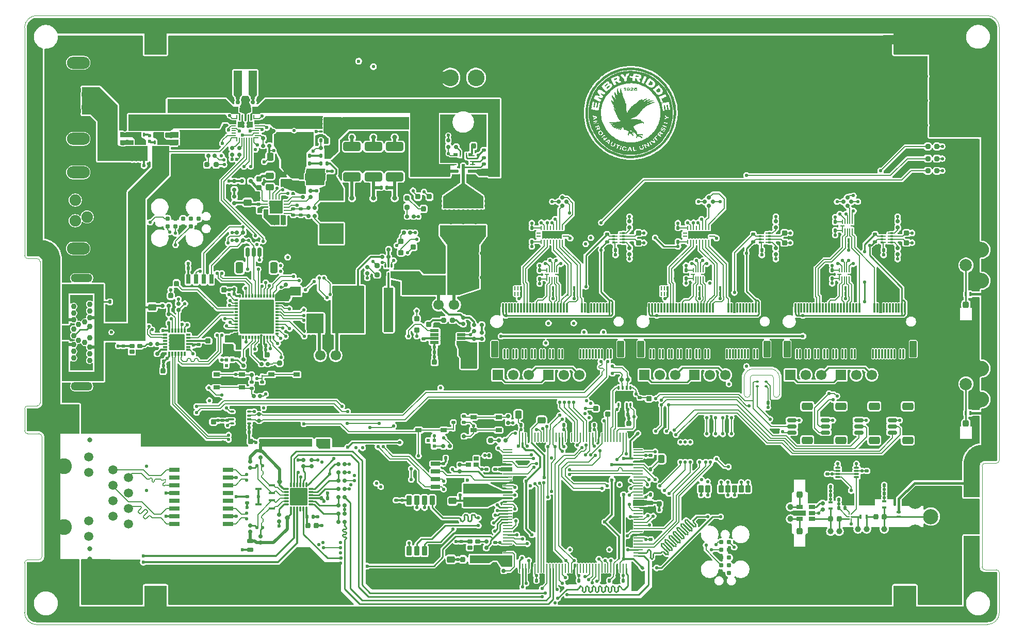
<source format=gbr>
%TF.GenerationSoftware,KiCad,Pcbnew,9.0.2*%
%TF.CreationDate,2025-05-19T09:59:28-04:00*%
%TF.ProjectId,mainBoard,6d61696e-426f-4617-9264-2e6b69636164,01*%
%TF.SameCoordinates,PX42c1d80PY2faf080*%
%TF.FileFunction,Copper,L1,Top*%
%TF.FilePolarity,Positive*%
%FSLAX46Y46*%
G04 Gerber Fmt 4.6, Leading zero omitted, Abs format (unit mm)*
G04 Created by KiCad (PCBNEW 9.0.2) date 2025-05-19 09:59:28*
%MOMM*%
%LPD*%
G01*
G04 APERTURE LIST*
G04 Aperture macros list*
%AMRoundRect*
0 Rectangle with rounded corners*
0 $1 Rounding radius*
0 $2 $3 $4 $5 $6 $7 $8 $9 X,Y pos of 4 corners*
0 Add a 4 corners polygon primitive as box body*
4,1,4,$2,$3,$4,$5,$6,$7,$8,$9,$2,$3,0*
0 Add four circle primitives for the rounded corners*
1,1,$1+$1,$2,$3*
1,1,$1+$1,$4,$5*
1,1,$1+$1,$6,$7*
1,1,$1+$1,$8,$9*
0 Add four rect primitives between the rounded corners*
20,1,$1+$1,$2,$3,$4,$5,0*
20,1,$1+$1,$4,$5,$6,$7,0*
20,1,$1+$1,$6,$7,$8,$9,0*
20,1,$1+$1,$8,$9,$2,$3,0*%
%AMFreePoly0*
4,1,27,0.419134,0.596194,0.435355,0.585355,0.446194,0.569134,0.450000,0.550000,0.450000,-0.050000,0.446194,-0.069134,0.435355,-0.085355,0.419134,-0.096194,0.400000,-0.100000,-0.400000,-0.100000,-0.419134,-0.096194,-0.435355,-0.085355,-0.446194,-0.069134,-0.450000,-0.050000,-0.450000,0.050000,-0.446194,0.069134,-0.435355,0.085355,-0.419134,0.096194,-0.400000,0.100000,0.250000,0.100000,
0.250000,0.550000,0.253806,0.569134,0.264645,0.585355,0.280866,0.596194,0.300000,0.600000,0.400000,0.600000,0.419134,0.596194,0.419134,0.596194,$1*%
%AMFreePoly1*
4,1,27,0.419134,0.096194,0.435355,0.085355,0.446194,0.069134,0.450000,0.050000,0.450000,-0.550000,0.446194,-0.569134,0.435355,-0.585355,0.419134,-0.596194,0.400000,-0.600000,0.300000,-0.600000,0.280866,-0.596194,0.264645,-0.585355,0.253806,-0.569134,0.250000,-0.550000,0.250000,-0.100000,-0.400000,-0.100000,-0.419134,-0.096194,-0.435355,-0.085355,-0.446194,-0.069134,-0.450000,-0.050000,
-0.450000,0.050000,-0.446194,0.069134,-0.435355,0.085355,-0.419134,0.096194,-0.400000,0.100000,0.400000,0.100000,0.419134,0.096194,0.419134,0.096194,$1*%
%AMFreePoly2*
4,1,27,0.419134,0.096194,0.435355,0.085355,0.446194,0.069134,0.450000,0.050000,0.450000,-0.050000,0.446194,-0.069134,0.435355,-0.085355,0.419134,-0.096194,0.400000,-0.100000,-0.250000,-0.100000,-0.250000,-0.550000,-0.253806,-0.569134,-0.264645,-0.585355,-0.280866,-0.596194,-0.300000,-0.600000,-0.400000,-0.600000,-0.419134,-0.596194,-0.435355,-0.585355,-0.446194,-0.569134,-0.450000,-0.550000,
-0.450000,0.050000,-0.446194,0.069134,-0.435355,0.085355,-0.419134,0.096194,-0.400000,0.100000,0.400000,0.100000,0.419134,0.096194,0.419134,0.096194,$1*%
%AMFreePoly3*
4,1,27,-0.280866,0.596194,-0.264645,0.585355,-0.253806,0.569134,-0.250000,0.550000,-0.250000,0.100000,0.400000,0.100000,0.419134,0.096194,0.435355,0.085355,0.446194,0.069134,0.450000,0.050000,0.450000,-0.050000,0.446194,-0.069134,0.435355,-0.085355,0.419134,-0.096194,0.400000,-0.100000,-0.400000,-0.100000,-0.419134,-0.096194,-0.435355,-0.085355,-0.446194,-0.069134,-0.450000,-0.050000,
-0.450000,0.550000,-0.446194,0.569134,-0.435355,0.585355,-0.419134,0.596194,-0.400000,0.600000,-0.300000,0.600000,-0.280866,0.596194,-0.280866,0.596194,$1*%
%AMFreePoly4*
4,1,27,-0.025000,0.110000,0.392000,0.110000,0.404629,0.107488,0.415335,0.100335,0.422488,0.089629,0.425000,0.077000,0.425000,-0.077000,0.422488,-0.089629,0.415335,-0.100335,0.404629,-0.107488,0.392000,-0.110000,-0.025000,-0.110000,-0.025000,-0.150000,-0.385000,-0.150000,-0.388045,-0.146955,-0.400307,-0.146955,-0.421955,-0.125307,-0.421955,-0.113045,-0.425000,-0.110000,-0.425000,0.110000,
-0.421955,0.113045,-0.421955,0.125307,-0.400307,0.146955,-0.388045,0.146955,-0.385000,0.150000,-0.025000,0.150000,-0.025000,0.110000,-0.025000,0.110000,$1*%
%AMFreePoly5*
4,1,28,0.544134,0.721194,0.571194,0.694134,0.575000,0.675000,0.575000,-0.325000,0.571194,-0.344134,0.560355,-0.360355,0.544134,-0.371194,0.525000,-0.375000,-0.525000,-0.375000,-0.544134,-0.371194,-0.560355,-0.360355,-0.571194,-0.344134,-0.575000,-0.325000,-0.575000,0.325000,-0.571194,0.344134,-0.560355,0.360355,-0.544134,0.371194,-0.525000,0.375000,-0.275000,0.375000,-0.255078,0.376903,
-0.226903,0.405078,-0.225000,0.425000,-0.225000,0.675000,-0.221194,0.694134,-0.194134,0.721194,-0.175000,0.725000,0.525000,0.725000,0.544134,0.721194,0.544134,0.721194,$1*%
%AMFreePoly6*
4,1,28,0.519134,0.096194,0.535355,0.085355,0.546194,0.069134,0.550000,0.050000,0.550000,-0.400000,0.546194,-0.419134,0.519134,-0.446194,0.500000,-0.450000,-0.150000,-0.450000,-0.169134,-0.446194,-0.196194,-0.419134,-0.200000,-0.400000,-0.200000,-0.150000,-0.201903,-0.130078,-0.230078,-0.101903,-0.250000,-0.100000,-0.500000,-0.100000,-0.519134,-0.096194,-0.535355,-0.085355,-0.546194,-0.069134,
-0.550000,-0.050000,-0.550000,0.050000,-0.546194,0.069134,-0.535355,0.085355,-0.519134,0.096194,-0.500000,0.100000,0.500000,0.100000,0.519134,0.096194,0.519134,0.096194,$1*%
%AMFreePoly7*
4,1,28,0.519134,0.096194,0.535355,0.085355,0.546194,0.069134,0.550000,0.050000,0.550000,-0.050000,0.546194,-0.069134,0.535355,-0.085355,0.519134,-0.096194,0.500000,-0.100000,0.250000,-0.100000,0.230078,-0.101903,0.201903,-0.130078,0.200000,-0.150000,0.200000,-0.400000,0.196194,-0.419134,0.169134,-0.446194,0.150000,-0.450000,-0.500000,-0.450000,-0.519134,-0.446194,-0.546194,-0.419134,
-0.550000,-0.400000,-0.550000,0.050000,-0.546194,0.069134,-0.535355,0.085355,-0.519134,0.096194,-0.500000,0.100000,0.500000,0.100000,0.519134,0.096194,0.519134,0.096194,$1*%
%AMFreePoly8*
4,1,28,0.194134,0.721194,0.221194,0.694134,0.225000,0.675000,0.225000,0.425000,0.226903,0.405078,0.255078,0.376903,0.275000,0.375000,0.525000,0.375000,0.544134,0.371194,0.560355,0.360355,0.571194,0.344134,0.575000,0.325000,0.575000,-0.325000,0.571194,-0.344134,0.560355,-0.360355,0.544134,-0.371194,0.525000,-0.375000,-0.525000,-0.375000,-0.544134,-0.371194,-0.560355,-0.360355,
-0.571194,-0.344134,-0.575000,-0.325000,-0.575000,0.675000,-0.571194,0.694134,-0.544134,0.721194,-0.525000,0.725000,0.175000,0.725000,0.194134,0.721194,0.194134,0.721194,$1*%
G04 Aperture macros list end*
%TA.AperFunction,EtchedComponent*%
%ADD10C,0.000000*%
%TD*%
%TA.AperFunction,SMDPad,CuDef*%
%ADD11RoundRect,0.050000X0.050000X0.250000X-0.050000X0.250000X-0.050000X-0.250000X0.050000X-0.250000X0*%
%TD*%
%TA.AperFunction,SMDPad,CuDef*%
%ADD12RoundRect,0.050000X0.150000X0.250000X-0.150000X0.250000X-0.150000X-0.250000X0.150000X-0.250000X0*%
%TD*%
%TA.AperFunction,SMDPad,CuDef*%
%ADD13RoundRect,0.275000X0.375000X-0.275000X0.375000X0.275000X-0.375000X0.275000X-0.375000X-0.275000X0*%
%TD*%
%TA.AperFunction,SMDPad,CuDef*%
%ADD14RoundRect,0.150000X0.150000X0.150000X-0.150000X0.150000X-0.150000X-0.150000X0.150000X-0.150000X0*%
%TD*%
%TA.AperFunction,SMDPad,CuDef*%
%ADD15RoundRect,0.250000X0.350000X0.650000X-0.350000X0.650000X-0.350000X-0.650000X0.350000X-0.650000X0*%
%TD*%
%TA.AperFunction,SMDPad,CuDef*%
%ADD16RoundRect,0.150000X0.150000X0.625000X-0.150000X0.625000X-0.150000X-0.625000X0.150000X-0.625000X0*%
%TD*%
%TA.AperFunction,SMDPad,CuDef*%
%ADD17RoundRect,0.050000X0.100000X-0.225000X0.100000X0.225000X-0.100000X0.225000X-0.100000X-0.225000X0*%
%TD*%
%TA.AperFunction,SMDPad,CuDef*%
%ADD18RoundRect,0.050000X0.225000X0.100000X-0.225000X0.100000X-0.225000X-0.100000X0.225000X-0.100000X0*%
%TD*%
%TA.AperFunction,SMDPad,CuDef*%
%ADD19RoundRect,0.050000X-0.100000X0.225000X-0.100000X-0.225000X0.100000X-0.225000X0.100000X0.225000X0*%
%TD*%
%TA.AperFunction,SMDPad,CuDef*%
%ADD20RoundRect,0.050000X-0.225000X-0.100000X0.225000X-0.100000X0.225000X0.100000X-0.225000X0.100000X0*%
%TD*%
%TA.AperFunction,SMDPad,CuDef*%
%ADD21RoundRect,0.050000X2.750000X-2.750000X2.750000X2.750000X-2.750000X2.750000X-2.750000X-2.750000X0*%
%TD*%
%TA.AperFunction,SMDPad,CuDef*%
%ADD22RoundRect,0.125000X0.125000X0.175000X-0.125000X0.175000X-0.125000X-0.175000X0.125000X-0.175000X0*%
%TD*%
%TA.AperFunction,ComponentPad*%
%ADD23C,6.500000*%
%TD*%
%TA.AperFunction,SMDPad,CuDef*%
%ADD24RoundRect,0.150000X-0.150000X0.150000X-0.150000X-0.150000X0.150000X-0.150000X0.150000X0.150000X0*%
%TD*%
%TA.AperFunction,SMDPad,CuDef*%
%ADD25RoundRect,0.125000X-0.035355X0.212132X-0.212132X0.035355X0.035355X-0.212132X0.212132X-0.035355X0*%
%TD*%
%TA.AperFunction,SMDPad,CuDef*%
%ADD26RoundRect,0.150000X-0.150000X-0.150000X0.150000X-0.150000X0.150000X0.150000X-0.150000X0.150000X0*%
%TD*%
%TA.AperFunction,SMDPad,CuDef*%
%ADD27FreePoly0,0.000000*%
%TD*%
%TA.AperFunction,SMDPad,CuDef*%
%ADD28RoundRect,0.050000X-0.250000X-0.050000X0.250000X-0.050000X0.250000X0.050000X-0.250000X0.050000X0*%
%TD*%
%TA.AperFunction,SMDPad,CuDef*%
%ADD29FreePoly1,0.000000*%
%TD*%
%TA.AperFunction,SMDPad,CuDef*%
%ADD30RoundRect,0.050000X0.050000X-0.250000X0.050000X0.250000X-0.050000X0.250000X-0.050000X-0.250000X0*%
%TD*%
%TA.AperFunction,SMDPad,CuDef*%
%ADD31FreePoly2,0.000000*%
%TD*%
%TA.AperFunction,SMDPad,CuDef*%
%ADD32RoundRect,0.050000X0.300000X0.050000X-0.300000X0.050000X-0.300000X-0.050000X0.300000X-0.050000X0*%
%TD*%
%TA.AperFunction,SMDPad,CuDef*%
%ADD33RoundRect,0.050000X0.275000X0.050000X-0.275000X0.050000X-0.275000X-0.050000X0.275000X-0.050000X0*%
%TD*%
%TA.AperFunction,SMDPad,CuDef*%
%ADD34RoundRect,0.050000X0.290000X0.050000X-0.290000X0.050000X-0.290000X-0.050000X0.290000X-0.050000X0*%
%TD*%
%TA.AperFunction,SMDPad,CuDef*%
%ADD35RoundRect,0.050000X0.250000X0.050000X-0.250000X0.050000X-0.250000X-0.050000X0.250000X-0.050000X0*%
%TD*%
%TA.AperFunction,SMDPad,CuDef*%
%ADD36FreePoly3,0.000000*%
%TD*%
%TA.AperFunction,SMDPad,CuDef*%
%ADD37RoundRect,0.050000X-0.050000X0.450000X-0.050000X-0.450000X0.050000X-0.450000X0.050000X0.450000X0*%
%TD*%
%TA.AperFunction,SMDPad,CuDef*%
%ADD38RoundRect,0.050000X-0.050000X0.425000X-0.050000X-0.425000X0.050000X-0.425000X0.050000X0.425000X0*%
%TD*%
%TA.AperFunction,SMDPad,CuDef*%
%ADD39RoundRect,0.200000X0.200000X0.250000X-0.200000X0.250000X-0.200000X-0.250000X0.200000X-0.250000X0*%
%TD*%
%TA.AperFunction,SMDPad,CuDef*%
%ADD40RoundRect,0.214286X1.085714X-0.385714X1.085714X0.385714X-1.085714X0.385714X-1.085714X-0.385714X0*%
%TD*%
%TA.AperFunction,SMDPad,CuDef*%
%ADD41RoundRect,0.150000X0.000000X-0.212132X0.212132X0.000000X0.000000X0.212132X-0.212132X0.000000X0*%
%TD*%
%TA.AperFunction,SMDPad,CuDef*%
%ADD42RoundRect,0.125000X0.175000X-0.125000X0.175000X0.125000X-0.175000X0.125000X-0.175000X-0.125000X0*%
%TD*%
%TA.AperFunction,SMDPad,CuDef*%
%ADD43RoundRect,0.050000X-0.250000X-0.075000X0.250000X-0.075000X0.250000X0.075000X-0.250000X0.075000X0*%
%TD*%
%TA.AperFunction,SMDPad,CuDef*%
%ADD44RoundRect,0.050000X0.075000X-0.250000X0.075000X0.250000X-0.075000X0.250000X-0.075000X-0.250000X0*%
%TD*%
%TA.AperFunction,SMDPad,CuDef*%
%ADD45RoundRect,0.050000X0.250000X0.075000X-0.250000X0.075000X-0.250000X-0.075000X0.250000X-0.075000X0*%
%TD*%
%TA.AperFunction,SMDPad,CuDef*%
%ADD46RoundRect,0.050000X-0.075000X0.250000X-0.075000X-0.250000X0.075000X-0.250000X0.075000X0.250000X0*%
%TD*%
%TA.AperFunction,SMDPad,CuDef*%
%ADD47RoundRect,0.050000X1.450000X-0.450000X1.450000X0.450000X-1.450000X0.450000X-1.450000X-0.450000X0*%
%TD*%
%TA.AperFunction,SMDPad,CuDef*%
%ADD48RoundRect,0.125000X-0.175000X0.125000X-0.175000X-0.125000X0.175000X-0.125000X0.175000X0.125000X0*%
%TD*%
%TA.AperFunction,SMDPad,CuDef*%
%ADD49RoundRect,0.150000X0.150000X-0.150000X0.150000X0.150000X-0.150000X0.150000X-0.150000X-0.150000X0*%
%TD*%
%TA.AperFunction,ComponentPad*%
%ADD50R,1.700000X1.700000*%
%TD*%
%TA.AperFunction,ComponentPad*%
%ADD51C,1.700000*%
%TD*%
%TA.AperFunction,SMDPad,CuDef*%
%ADD52RoundRect,0.200000X-0.250000X0.200000X-0.250000X-0.200000X0.250000X-0.200000X0.250000X0.200000X0*%
%TD*%
%TA.AperFunction,SMDPad,CuDef*%
%ADD53RoundRect,0.125000X-0.125000X-0.175000X0.125000X-0.175000X0.125000X0.175000X-0.125000X0.175000X0*%
%TD*%
%TA.AperFunction,SMDPad,CuDef*%
%ADD54RoundRect,0.200000X-0.200000X-0.250000X0.200000X-0.250000X0.200000X0.250000X-0.200000X0.250000X0*%
%TD*%
%TA.AperFunction,SMDPad,CuDef*%
%ADD55C,1.000000*%
%TD*%
%TA.AperFunction,SMDPad,CuDef*%
%ADD56RoundRect,0.250000X-1.150000X0.475000X-1.150000X-0.475000X1.150000X-0.475000X1.150000X0.475000X0*%
%TD*%
%TA.AperFunction,ComponentPad*%
%ADD57C,2.500000*%
%TD*%
%TA.AperFunction,SMDPad,CuDef*%
%ADD58RoundRect,0.250000X-0.250000X-0.275000X0.250000X-0.275000X0.250000X0.275000X-0.250000X0.275000X0*%
%TD*%
%TA.AperFunction,SMDPad,CuDef*%
%ADD59RoundRect,0.262500X-0.262500X-0.837500X0.262500X-0.837500X0.262500X0.837500X-0.262500X0.837500X0*%
%TD*%
%TA.AperFunction,SMDPad,CuDef*%
%ADD60RoundRect,0.275000X-0.275000X-0.375000X0.275000X-0.375000X0.275000X0.375000X-0.275000X0.375000X0*%
%TD*%
%TA.AperFunction,SMDPad,CuDef*%
%ADD61RoundRect,0.150000X0.150000X0.200000X-0.150000X0.200000X-0.150000X-0.200000X0.150000X-0.200000X0*%
%TD*%
%TA.AperFunction,SMDPad,CuDef*%
%ADD62RoundRect,0.200000X0.250000X-0.200000X0.250000X0.200000X-0.250000X0.200000X-0.250000X-0.200000X0*%
%TD*%
%TA.AperFunction,SMDPad,CuDef*%
%ADD63FreePoly4,180.000000*%
%TD*%
%TA.AperFunction,SMDPad,CuDef*%
%ADD64FreePoly4,0.000000*%
%TD*%
%TA.AperFunction,SMDPad,CuDef*%
%ADD65RoundRect,0.050000X0.050000X-0.300000X0.050000X0.300000X-0.050000X0.300000X-0.050000X-0.300000X0*%
%TD*%
%TA.AperFunction,SMDPad,CuDef*%
%ADD66RoundRect,0.050000X-0.050000X0.300000X-0.050000X-0.300000X0.050000X-0.300000X0.050000X0.300000X0*%
%TD*%
%TA.AperFunction,SMDPad,CuDef*%
%ADD67RoundRect,0.050000X-0.300000X-0.050000X0.300000X-0.050000X0.300000X0.050000X-0.300000X0.050000X0*%
%TD*%
%TA.AperFunction,SMDPad,CuDef*%
%ADD68RoundRect,0.102500X0.102500X0.227500X-0.102500X0.227500X-0.102500X-0.227500X0.102500X-0.227500X0*%
%TD*%
%TA.AperFunction,SMDPad,CuDef*%
%ADD69C,2.000000*%
%TD*%
%TA.AperFunction,SMDPad,CuDef*%
%ADD70RoundRect,0.050000X-0.725000X-0.250000X0.725000X-0.250000X0.725000X0.250000X-0.725000X0.250000X0*%
%TD*%
%TA.AperFunction,SMDPad,CuDef*%
%ADD71RoundRect,0.050000X0.250000X-0.725000X0.250000X0.725000X-0.250000X0.725000X-0.250000X-0.725000X0*%
%TD*%
%TA.AperFunction,SMDPad,CuDef*%
%ADD72RoundRect,0.250000X-0.300000X-1.150000X0.300000X-1.150000X0.300000X1.150000X-0.300000X1.150000X0*%
%TD*%
%TA.AperFunction,SMDPad,CuDef*%
%ADD73RoundRect,0.275000X-0.275000X-1.125000X0.275000X-1.125000X0.275000X1.125000X-0.275000X1.125000X0*%
%TD*%
%TA.AperFunction,ComponentPad*%
%ADD74O,3.250000X1.000000*%
%TD*%
%TA.AperFunction,SMDPad,CuDef*%
%ADD75RoundRect,0.275000X0.275000X0.375000X-0.275000X0.375000X-0.275000X-0.375000X0.275000X-0.375000X0*%
%TD*%
%TA.AperFunction,SMDPad,CuDef*%
%ADD76RoundRect,0.300000X-0.300000X-0.550000X0.300000X-0.550000X0.300000X0.550000X-0.300000X0.550000X0*%
%TD*%
%TA.AperFunction,SMDPad,CuDef*%
%ADD77RoundRect,0.200000X-0.200000X-0.200000X0.200000X-0.200000X0.200000X0.200000X-0.200000X0.200000X0*%
%TD*%
%TA.AperFunction,SMDPad,CuDef*%
%ADD78RoundRect,0.050000X-0.250000X-0.105000X0.250000X-0.105000X0.250000X0.105000X-0.250000X0.105000X0*%
%TD*%
%TA.AperFunction,SMDPad,CuDef*%
%ADD79RoundRect,0.022435X-0.277565X-0.132565X0.277565X-0.132565X0.277565X0.132565X-0.277565X0.132565X0*%
%TD*%
%TA.AperFunction,SMDPad,CuDef*%
%ADD80RoundRect,0.050000X-0.775000X-1.150000X0.775000X-1.150000X0.775000X1.150000X-0.775000X1.150000X0*%
%TD*%
%TA.AperFunction,SMDPad,CuDef*%
%ADD81RoundRect,0.214286X-1.085714X0.385714X-1.085714X-0.385714X1.085714X-0.385714X1.085714X0.385714X0*%
%TD*%
%TA.AperFunction,SMDPad,CuDef*%
%ADD82RoundRect,0.250000X0.350000X-1.650000X0.350000X1.650000X-0.350000X1.650000X-0.350000X-1.650000X0*%
%TD*%
%TA.AperFunction,SMDPad,CuDef*%
%ADD83RoundRect,0.275000X-0.375000X0.275000X-0.375000X-0.275000X0.375000X-0.275000X0.375000X0.275000X0*%
%TD*%
%TA.AperFunction,SMDPad,CuDef*%
%ADD84RoundRect,0.050000X-0.337500X-0.287500X0.337500X-0.287500X0.337500X0.287500X-0.337500X0.287500X0*%
%TD*%
%TA.AperFunction,SMDPad,CuDef*%
%ADD85RoundRect,0.187500X-0.312500X0.187500X-0.312500X-0.187500X0.312500X-0.187500X0.312500X0.187500X0*%
%TD*%
%TA.AperFunction,SMDPad,CuDef*%
%ADD86RoundRect,0.300000X-1.575000X-0.700000X1.575000X-0.700000X1.575000X0.700000X-1.575000X0.700000X0*%
%TD*%
%TA.AperFunction,SMDPad,CuDef*%
%ADD87RoundRect,0.050000X0.475000X0.275000X-0.475000X0.275000X-0.475000X-0.275000X0.475000X-0.275000X0*%
%TD*%
%TA.AperFunction,SMDPad,CuDef*%
%ADD88RoundRect,0.050000X-0.475000X-0.275000X0.475000X-0.275000X0.475000X0.275000X-0.475000X0.275000X0*%
%TD*%
%TA.AperFunction,SMDPad,CuDef*%
%ADD89RoundRect,0.050000X0.225000X-0.225000X0.225000X0.225000X-0.225000X0.225000X-0.225000X-0.225000X0*%
%TD*%
%TA.AperFunction,SMDPad,CuDef*%
%ADD90C,0.750000*%
%TD*%
%TA.AperFunction,SMDPad,CuDef*%
%ADD91RoundRect,0.114000X-0.736000X-0.266000X0.736000X-0.266000X0.736000X0.266000X-0.736000X0.266000X0*%
%TD*%
%TA.AperFunction,SMDPad,CuDef*%
%ADD92RoundRect,0.250000X0.350000X1.125000X-0.350000X1.125000X-0.350000X-1.125000X0.350000X-1.125000X0*%
%TD*%
%TA.AperFunction,SMDPad,CuDef*%
%ADD93RoundRect,0.075000X0.075000X0.700000X-0.075000X0.700000X-0.075000X-0.700000X0.075000X-0.700000X0*%
%TD*%
%TA.AperFunction,ComponentPad*%
%ADD94C,2.750000*%
%TD*%
%TA.AperFunction,SMDPad,CuDef*%
%ADD95RoundRect,0.050000X0.100000X-0.300000X0.100000X0.300000X-0.100000X0.300000X-0.100000X-0.300000X0*%
%TD*%
%TA.AperFunction,SMDPad,CuDef*%
%ADD96RoundRect,0.050000X0.300000X0.100000X-0.300000X0.100000X-0.300000X-0.100000X0.300000X-0.100000X0*%
%TD*%
%TA.AperFunction,SMDPad,CuDef*%
%ADD97RoundRect,0.050000X-0.100000X0.300000X-0.100000X-0.300000X0.100000X-0.300000X0.100000X0.300000X0*%
%TD*%
%TA.AperFunction,SMDPad,CuDef*%
%ADD98RoundRect,0.050000X-0.300000X-0.100000X0.300000X-0.100000X0.300000X0.100000X-0.300000X0.100000X0*%
%TD*%
%TA.AperFunction,SMDPad,CuDef*%
%ADD99RoundRect,0.050000X1.200000X-1.200000X1.200000X1.200000X-1.200000X1.200000X-1.200000X-1.200000X0*%
%TD*%
%TA.AperFunction,SMDPad,CuDef*%
%ADD100RoundRect,0.050000X-0.075000X0.130000X-0.075000X-0.130000X0.075000X-0.130000X0.075000X0.130000X0*%
%TD*%
%TA.AperFunction,SMDPad,CuDef*%
%ADD101RoundRect,0.050000X0.686600X-0.064300X0.686600X0.064300X-0.686600X0.064300X-0.686600X-0.064300X0*%
%TD*%
%TA.AperFunction,SMDPad,CuDef*%
%ADD102RoundRect,0.050000X-0.064300X-0.686600X0.064300X-0.686600X0.064300X0.686600X-0.064300X0.686600X0*%
%TD*%
%TA.AperFunction,ComponentPad*%
%ADD103C,0.930000*%
%TD*%
%TA.AperFunction,ComponentPad*%
%ADD104O,3.550000X1.350000*%
%TD*%
%TA.AperFunction,SMDPad,CuDef*%
%ADD105RoundRect,0.102500X-0.227500X0.102500X-0.227500X-0.102500X0.227500X-0.102500X0.227500X0.102500X0*%
%TD*%
%TA.AperFunction,SMDPad,CuDef*%
%ADD106RoundRect,0.050000X0.075000X-0.130000X0.075000X0.130000X-0.075000X0.130000X-0.075000X-0.130000X0*%
%TD*%
%TA.AperFunction,SMDPad,CuDef*%
%ADD107RoundRect,0.050000X-0.100000X0.250000X-0.100000X-0.250000X0.100000X-0.250000X0.100000X0.250000X0*%
%TD*%
%TA.AperFunction,SMDPad,CuDef*%
%ADD108RoundRect,0.050000X-0.100000X0.287500X-0.100000X-0.287500X0.100000X-0.287500X0.100000X0.287500X0*%
%TD*%
%TA.AperFunction,SMDPad,CuDef*%
%ADD109RoundRect,0.050000X-1.175000X0.837500X-1.175000X-0.837500X1.175000X-0.837500X1.175000X0.837500X0*%
%TD*%
%TA.AperFunction,SMDPad,CuDef*%
%ADD110RoundRect,0.200000X0.200000X0.200000X-0.200000X0.200000X-0.200000X-0.200000X0.200000X-0.200000X0*%
%TD*%
%TA.AperFunction,SMDPad,CuDef*%
%ADD111RoundRect,0.200000X0.200000X-0.200000X0.200000X0.200000X-0.200000X0.200000X-0.200000X-0.200000X0*%
%TD*%
%TA.AperFunction,SMDPad,CuDef*%
%ADD112RoundRect,0.050000X0.100000X-0.250000X0.100000X0.250000X-0.100000X0.250000X-0.100000X-0.250000X0*%
%TD*%
%TA.AperFunction,SMDPad,CuDef*%
%ADD113RoundRect,0.050000X0.100000X-0.287500X0.100000X0.287500X-0.100000X0.287500X-0.100000X-0.287500X0*%
%TD*%
%TA.AperFunction,SMDPad,CuDef*%
%ADD114RoundRect,0.050000X1.175000X-0.837500X1.175000X0.837500X-1.175000X0.837500X-1.175000X-0.837500X0*%
%TD*%
%TA.AperFunction,SMDPad,CuDef*%
%ADD115RoundRect,0.250000X-0.650000X0.350000X-0.650000X-0.350000X0.650000X-0.350000X0.650000X0.350000X0*%
%TD*%
%TA.AperFunction,SMDPad,CuDef*%
%ADD116RoundRect,0.150000X-0.625000X0.150000X-0.625000X-0.150000X0.625000X-0.150000X0.625000X0.150000X0*%
%TD*%
%TA.AperFunction,SMDPad,CuDef*%
%ADD117RoundRect,0.060000X0.415000X0.140000X-0.415000X0.140000X-0.415000X-0.140000X0.415000X-0.140000X0*%
%TD*%
%TA.AperFunction,SMDPad,CuDef*%
%ADD118FreePoly5,180.000000*%
%TD*%
%TA.AperFunction,SMDPad,CuDef*%
%ADD119RoundRect,0.050000X0.487500X0.150000X-0.487500X0.150000X-0.487500X-0.150000X0.487500X-0.150000X0*%
%TD*%
%TA.AperFunction,SMDPad,CuDef*%
%ADD120RoundRect,0.050000X0.362500X0.075000X-0.362500X0.075000X-0.362500X-0.075000X0.362500X-0.075000X0*%
%TD*%
%TA.AperFunction,SMDPad,CuDef*%
%ADD121FreePoly6,180.000000*%
%TD*%
%TA.AperFunction,SMDPad,CuDef*%
%ADD122RoundRect,0.050000X-0.075000X0.287500X-0.075000X-0.287500X0.075000X-0.287500X0.075000X0.287500X0*%
%TD*%
%TA.AperFunction,SMDPad,CuDef*%
%ADD123RoundRect,0.050000X-0.075000X0.362500X-0.075000X-0.362500X0.075000X-0.362500X0.075000X0.362500X0*%
%TD*%
%TA.AperFunction,SMDPad,CuDef*%
%ADD124FreePoly7,180.000000*%
%TD*%
%TA.AperFunction,SMDPad,CuDef*%
%ADD125FreePoly8,180.000000*%
%TD*%
%TA.AperFunction,SMDPad,CuDef*%
%ADD126RoundRect,0.050000X-0.125000X1.437500X-0.125000X-1.437500X0.125000X-1.437500X0.125000X1.437500X0*%
%TD*%
%TA.AperFunction,SMDPad,CuDef*%
%ADD127RoundRect,0.250000X0.250000X0.275000X-0.250000X0.275000X-0.250000X-0.275000X0.250000X-0.275000X0*%
%TD*%
%TA.AperFunction,SMDPad,CuDef*%
%ADD128RoundRect,0.262500X0.262500X0.837500X-0.262500X0.837500X-0.262500X-0.837500X0.262500X-0.837500X0*%
%TD*%
%TA.AperFunction,SMDPad,CuDef*%
%ADD129RoundRect,0.330000X1.510000X-0.495000X1.510000X0.495000X-1.510000X0.495000X-1.510000X-0.495000X0*%
%TD*%
%TA.AperFunction,SMDPad,CuDef*%
%ADD130RoundRect,0.050000X-0.375000X-0.100000X0.375000X-0.100000X0.375000X0.100000X-0.375000X0.100000X0*%
%TD*%
%TA.AperFunction,SMDPad,CuDef*%
%ADD131RoundRect,0.050000X-0.075000X-0.075000X0.075000X-0.075000X0.075000X0.075000X-0.075000X0.075000X0*%
%TD*%
%TA.AperFunction,SMDPad,CuDef*%
%ADD132RoundRect,0.050000X0.350000X-0.700000X0.350000X0.700000X-0.350000X0.700000X-0.350000X-0.700000X0*%
%TD*%
%TA.AperFunction,SMDPad,CuDef*%
%ADD133RoundRect,0.050000X1.975000X-1.575000X1.975000X1.575000X-1.975000X1.575000X-1.975000X-1.575000X0*%
%TD*%
%TA.AperFunction,SMDPad,CuDef*%
%ADD134RoundRect,0.250000X-3.000000X-0.600000X3.000000X-0.600000X3.000000X0.600000X-3.000000X0.600000X0*%
%TD*%
%TA.AperFunction,SMDPad,CuDef*%
%ADD135RoundRect,0.250000X-3.425000X-0.550000X3.425000X-0.550000X3.425000X0.550000X-3.425000X0.550000X0*%
%TD*%
%TA.AperFunction,SMDPad,CuDef*%
%ADD136RoundRect,0.250000X-0.550000X3.425000X-0.550000X-3.425000X0.550000X-3.425000X0.550000X3.425000X0*%
%TD*%
%TA.AperFunction,SMDPad,CuDef*%
%ADD137RoundRect,0.300000X0.300000X0.550000X-0.300000X0.550000X-0.300000X-0.550000X0.300000X-0.550000X0*%
%TD*%
%TA.AperFunction,SMDPad,CuDef*%
%ADD138RoundRect,0.150000X0.325000X-0.300000X0.325000X0.300000X-0.325000X0.300000X-0.325000X-0.300000X0*%
%TD*%
%TA.AperFunction,SMDPad,CuDef*%
%ADD139C,0.787400*%
%TD*%
%TA.AperFunction,SMDPad,CuDef*%
%ADD140RoundRect,0.050000X0.100000X-0.350000X0.100000X0.350000X-0.100000X0.350000X-0.100000X-0.350000X0*%
%TD*%
%TA.AperFunction,SMDPad,CuDef*%
%ADD141RoundRect,0.050000X0.350000X0.100000X-0.350000X0.100000X-0.350000X-0.100000X0.350000X-0.100000X0*%
%TD*%
%TA.AperFunction,SMDPad,CuDef*%
%ADD142RoundRect,0.050000X1.350000X-1.350000X1.350000X1.350000X-1.350000X1.350000X-1.350000X-1.350000X0*%
%TD*%
%TA.AperFunction,SMDPad,CuDef*%
%ADD143RoundRect,0.050000X-0.125000X0.165000X-0.125000X-0.165000X0.125000X-0.165000X0.125000X0.165000X0*%
%TD*%
%TA.AperFunction,SMDPad,CuDef*%
%ADD144RoundRect,0.050000X-0.575000X0.500000X-0.575000X-0.500000X0.575000X-0.500000X0.575000X0.500000X0*%
%TD*%
%TA.AperFunction,SMDPad,CuDef*%
%ADD145RoundRect,0.050000X-0.125000X0.280000X-0.125000X-0.280000X0.125000X-0.280000X0.125000X0.280000X0*%
%TD*%
%TA.AperFunction,SMDPad,CuDef*%
%ADD146RoundRect,0.050000X0.650000X0.175000X-0.650000X0.175000X-0.650000X-0.175000X0.650000X-0.175000X0*%
%TD*%
%TA.AperFunction,SMDPad,CuDef*%
%ADD147RoundRect,0.222222X0.777778X1.277778X-0.777778X1.277778X-0.777778X-1.277778X0.777778X-1.277778X0*%
%TD*%
%TA.AperFunction,ComponentPad*%
%ADD148C,1.900000*%
%TD*%
%TA.AperFunction,ComponentPad*%
%ADD149O,3.750000X2.000000*%
%TD*%
%TA.AperFunction,SMDPad,CuDef*%
%ADD150RoundRect,0.125000X-0.212132X-0.035355X-0.035355X-0.212132X0.212132X0.035355X0.035355X0.212132X0*%
%TD*%
%TA.AperFunction,ComponentPad*%
%ADD151C,2.000000*%
%TD*%
%TA.AperFunction,SMDPad,CuDef*%
%ADD152RoundRect,0.050000X0.150000X0.300000X-0.150000X0.300000X-0.150000X-0.300000X0.150000X-0.300000X0*%
%TD*%
%TA.AperFunction,SMDPad,CuDef*%
%ADD153RoundRect,0.050000X0.225000X0.225000X-0.225000X0.225000X-0.225000X-0.225000X0.225000X-0.225000X0*%
%TD*%
%TA.AperFunction,SMDPad,CuDef*%
%ADD154RoundRect,0.050000X0.350000X0.300000X-0.350000X0.300000X-0.350000X-0.300000X0.350000X-0.300000X0*%
%TD*%
%TA.AperFunction,SMDPad,CuDef*%
%ADD155RoundRect,0.050000X-0.200000X-0.100000X0.200000X-0.100000X0.200000X0.100000X-0.200000X0.100000X0*%
%TD*%
%TA.AperFunction,SMDPad,CuDef*%
%ADD156RoundRect,0.050000X-0.070000X0.250000X-0.070000X-0.250000X0.070000X-0.250000X0.070000X0.250000X0*%
%TD*%
%TA.AperFunction,SMDPad,CuDef*%
%ADD157RoundRect,0.050000X0.250000X0.070000X-0.250000X0.070000X-0.250000X-0.070000X0.250000X-0.070000X0*%
%TD*%
%TA.AperFunction,SMDPad,CuDef*%
%ADD158RoundRect,0.050000X0.975000X-0.975000X0.975000X0.975000X-0.975000X0.975000X-0.975000X-0.975000X0*%
%TD*%
%TA.AperFunction,SMDPad,CuDef*%
%ADD159RoundRect,0.250000X1.650000X0.350000X-1.650000X0.350000X-1.650000X-0.350000X1.650000X-0.350000X0*%
%TD*%
%TA.AperFunction,SMDPad,CuDef*%
%ADD160RoundRect,0.150000X-0.200000X0.150000X-0.200000X-0.150000X0.200000X-0.150000X0.200000X0.150000X0*%
%TD*%
%TA.AperFunction,SMDPad,CuDef*%
%ADD161RoundRect,0.300000X0.550000X-0.300000X0.550000X0.300000X-0.550000X0.300000X-0.550000X-0.300000X0*%
%TD*%
%TA.AperFunction,SMDPad,CuDef*%
%ADD162RoundRect,0.050000X0.485000X0.255000X-0.485000X0.255000X-0.485000X-0.255000X0.485000X-0.255000X0*%
%TD*%
%TA.AperFunction,SMDPad,CuDef*%
%ADD163RoundRect,0.050000X-0.300000X0.150000X-0.300000X-0.150000X0.300000X-0.150000X0.300000X0.150000X0*%
%TD*%
%TA.AperFunction,SMDPad,CuDef*%
%ADD164RoundRect,0.150000X0.200000X-0.150000X0.200000X0.150000X-0.200000X0.150000X-0.200000X-0.150000X0*%
%TD*%
%TA.AperFunction,SMDPad,CuDef*%
%ADD165RoundRect,0.075000X0.075000X-0.260000X0.075000X0.260000X-0.075000X0.260000X-0.075000X-0.260000X0*%
%TD*%
%TA.AperFunction,SMDPad,CuDef*%
%ADD166RoundRect,0.120000X-0.280000X-0.480000X0.280000X-0.480000X0.280000X0.480000X-0.280000X0.480000X0*%
%TD*%
%TA.AperFunction,SMDPad,CuDef*%
%ADD167RoundRect,0.250000X-0.500000X-0.750000X0.500000X-0.750000X0.500000X0.750000X-0.500000X0.750000X0*%
%TD*%
%TA.AperFunction,SMDPad,CuDef*%
%ADD168C,1.500000*%
%TD*%
%TA.AperFunction,ComponentPad*%
%ADD169C,1.500000*%
%TD*%
%TA.AperFunction,ComponentPad*%
%ADD170C,2.600000*%
%TD*%
%TA.AperFunction,SMDPad,CuDef*%
%ADD171RoundRect,0.050000X0.105000X-0.250000X0.105000X0.250000X-0.105000X0.250000X-0.105000X-0.250000X0*%
%TD*%
%TA.AperFunction,SMDPad,CuDef*%
%ADD172RoundRect,0.022435X0.132565X-0.277565X0.132565X0.277565X-0.132565X0.277565X-0.132565X-0.277565X0*%
%TD*%
%TA.AperFunction,SMDPad,CuDef*%
%ADD173RoundRect,0.050000X1.150000X-0.775000X1.150000X0.775000X-1.150000X0.775000X-1.150000X-0.775000X0*%
%TD*%
%TA.AperFunction,SMDPad,CuDef*%
%ADD174RoundRect,0.050000X-0.250000X-0.100000X0.250000X-0.100000X0.250000X0.100000X-0.250000X0.100000X0*%
%TD*%
%TA.AperFunction,SMDPad,CuDef*%
%ADD175RoundRect,0.050000X-0.287500X-0.100000X0.287500X-0.100000X0.287500X0.100000X-0.287500X0.100000X0*%
%TD*%
%TA.AperFunction,SMDPad,CuDef*%
%ADD176RoundRect,0.050000X-0.837500X-1.175000X0.837500X-1.175000X0.837500X1.175000X-0.837500X1.175000X0*%
%TD*%
%TA.AperFunction,SMDPad,CuDef*%
%ADD177RoundRect,0.050000X0.125000X-0.165000X0.125000X0.165000X-0.125000X0.165000X-0.125000X-0.165000X0*%
%TD*%
%TA.AperFunction,SMDPad,CuDef*%
%ADD178RoundRect,0.050000X0.575000X-0.500000X0.575000X0.500000X-0.575000X0.500000X-0.575000X-0.500000X0*%
%TD*%
%TA.AperFunction,SMDPad,CuDef*%
%ADD179RoundRect,0.050000X0.125000X-0.280000X0.125000X0.280000X-0.125000X0.280000X-0.125000X-0.280000X0*%
%TD*%
%TA.AperFunction,ViaPad*%
%ADD180C,0.550000*%
%TD*%
%TA.AperFunction,ViaPad*%
%ADD181C,0.600000*%
%TD*%
%TA.AperFunction,ViaPad*%
%ADD182C,0.800000*%
%TD*%
%TA.AperFunction,ViaPad*%
%ADD183C,0.700000*%
%TD*%
%TA.AperFunction,Conductor*%
%ADD184C,0.200000*%
%TD*%
%TA.AperFunction,Conductor*%
%ADD185C,0.233700*%
%TD*%
%TA.AperFunction,Conductor*%
%ADD186C,0.300000*%
%TD*%
%TA.AperFunction,Conductor*%
%ADD187C,0.250000*%
%TD*%
%TA.AperFunction,Conductor*%
%ADD188C,0.400000*%
%TD*%
%TA.AperFunction,Conductor*%
%ADD189C,0.500000*%
%TD*%
%TA.AperFunction,Conductor*%
%ADD190C,0.350000*%
%TD*%
%TA.AperFunction,Conductor*%
%ADD191C,0.200700*%
%TD*%
%TA.AperFunction,Conductor*%
%ADD192C,0.215900*%
%TD*%
%TA.AperFunction,Conductor*%
%ADD193C,0.262900*%
%TD*%
%TA.AperFunction,Conductor*%
%ADD194C,0.210800*%
%TD*%
%TA.AperFunction,Conductor*%
%ADD195C,0.389900*%
%TD*%
%TA.AperFunction,Conductor*%
%ADD196C,0.175000*%
%TD*%
%TA.AperFunction,Conductor*%
%ADD197C,0.141000*%
%TD*%
%TA.AperFunction,Profile*%
%ADD198C,0.050000*%
%TD*%
%TA.AperFunction,Profile*%
%ADD199C,0.100000*%
%TD*%
G04 APERTURE END LIST*
D10*
%TA.AperFunction,EtchedComponent*%
%TO.C,NT3*%
G36*
X57200000Y-18675000D02*
G01*
X53200000Y-18675000D01*
X53200000Y-16675000D01*
X57200000Y-16675000D01*
X57200000Y-18675000D01*
G37*
%TD.AperFunction*%
%TA.AperFunction,EtchedComponent*%
%TO.C,NT4*%
G36*
X43368718Y-25816612D02*
G01*
X42661612Y-26523718D01*
X42131282Y-25993388D01*
X42838388Y-25286282D01*
X43368718Y-25816612D01*
G37*
%TD.AperFunction*%
%TA.AperFunction,EtchedComponent*%
%TO.C,G\u002A\u002A\u002A*%
G36*
X95909889Y-20536367D02*
G01*
X95901851Y-20576379D01*
X95889327Y-20633030D01*
X95881837Y-20665399D01*
X95848749Y-20806423D01*
X95756266Y-20731016D01*
X95663782Y-20655609D01*
X95786395Y-20585725D01*
X95841022Y-20555211D01*
X95883831Y-20532470D01*
X95908475Y-20520822D01*
X95911967Y-20520108D01*
X95909889Y-20536367D01*
G37*
%TD.AperFunction*%
%TA.AperFunction,EtchedComponent*%
G36*
X99375802Y-21849965D02*
G01*
X99409780Y-21923139D01*
X99430335Y-21972324D01*
X99437742Y-22002172D01*
X99432274Y-22017336D01*
X99414208Y-22022470D01*
X99385975Y-22022309D01*
X99326325Y-22017919D01*
X99267308Y-22010493D01*
X99266757Y-22010403D01*
X99208141Y-22000749D01*
X99267716Y-21873777D01*
X99327291Y-21746806D01*
X99375802Y-21849965D01*
G37*
%TD.AperFunction*%
%TA.AperFunction,EtchedComponent*%
G36*
X93510865Y-16652467D02*
G01*
X93550711Y-16662026D01*
X93606111Y-16677785D01*
X93631300Y-16685510D01*
X93689432Y-16704272D01*
X93733213Y-16719501D01*
X93756036Y-16728848D01*
X93757771Y-16730465D01*
X93736473Y-16745243D01*
X93697646Y-16769213D01*
X93649421Y-16797689D01*
X93599928Y-16825986D01*
X93557295Y-16849416D01*
X93529654Y-16863293D01*
X93524045Y-16865187D01*
X93515230Y-16850736D01*
X93506020Y-16812899D01*
X93498586Y-16761280D01*
X93493821Y-16707466D01*
X93492172Y-16667683D01*
X93493883Y-16650948D01*
X93510865Y-16652467D01*
G37*
%TD.AperFunction*%
%TA.AperFunction,EtchedComponent*%
G36*
X94611071Y-19054730D02*
G01*
X94676410Y-19094085D01*
X94730187Y-19151620D01*
X94765889Y-19220567D01*
X94777187Y-19286124D01*
X94762863Y-19361965D01*
X94724027Y-19426339D01*
X94666881Y-19475823D01*
X94597626Y-19506993D01*
X94522464Y-19516427D01*
X94447597Y-19500700D01*
X94416671Y-19485125D01*
X94366897Y-19439608D01*
X94326906Y-19375502D01*
X94303880Y-19305861D01*
X94300961Y-19274850D01*
X94315789Y-19198897D01*
X94356074Y-19131580D01*
X94415627Y-19078951D01*
X94488261Y-19047065D01*
X94540683Y-19040323D01*
X94611071Y-19054730D01*
G37*
%TD.AperFunction*%
%TA.AperFunction,EtchedComponent*%
G36*
X97220452Y-10262418D02*
G01*
X97235968Y-10275218D01*
X97262403Y-10319762D01*
X97268081Y-10371515D01*
X97252303Y-10417396D01*
X97244093Y-10427262D01*
X97210665Y-10452941D01*
X97154858Y-10484678D01*
X97074109Y-10523801D01*
X96965857Y-10571639D01*
X96963634Y-10572591D01*
X96839135Y-10625878D01*
X96814461Y-10566564D01*
X96791879Y-10515027D01*
X96769317Y-10467515D01*
X96766977Y-10462913D01*
X96744168Y-10418577D01*
X96915583Y-10338063D01*
X97014076Y-10293727D01*
X97089558Y-10264829D01*
X97146279Y-10250534D01*
X97188493Y-10250008D01*
X97220452Y-10262418D01*
G37*
%TD.AperFunction*%
%TA.AperFunction,EtchedComponent*%
G36*
X95635206Y-11173085D02*
G01*
X95660220Y-11187300D01*
X95676845Y-11204230D01*
X95706559Y-11246561D01*
X95711228Y-11280124D01*
X95693968Y-11311622D01*
X95671468Y-11335532D01*
X95632551Y-11372978D01*
X95582236Y-11419514D01*
X95525541Y-11470695D01*
X95467485Y-11522074D01*
X95413086Y-11569207D01*
X95367363Y-11607648D01*
X95335334Y-11632952D01*
X95322336Y-11640816D01*
X95305339Y-11628941D01*
X95275381Y-11599840D01*
X95249239Y-11571365D01*
X95189480Y-11503409D01*
X95372182Y-11342998D01*
X95455445Y-11271297D01*
X95519700Y-11220132D01*
X95568625Y-11187825D01*
X95605900Y-11172702D01*
X95635206Y-11173085D01*
G37*
%TD.AperFunction*%
%TA.AperFunction,EtchedComponent*%
G36*
X94199069Y-18186777D02*
G01*
X94210431Y-18206869D01*
X94229182Y-18248425D01*
X94251980Y-18303028D01*
X94275484Y-18362258D01*
X94296351Y-18417699D01*
X94311240Y-18460932D01*
X94316812Y-18483383D01*
X94303111Y-18523021D01*
X94269546Y-18550913D01*
X94227422Y-18560813D01*
X94194331Y-18551065D01*
X94181159Y-18533257D01*
X94158856Y-18494343D01*
X94131333Y-18442168D01*
X94102497Y-18384574D01*
X94076258Y-18329406D01*
X94056525Y-18284506D01*
X94047207Y-18257719D01*
X94046937Y-18255314D01*
X94059963Y-18244414D01*
X94091943Y-18227257D01*
X94132222Y-18208642D01*
X94170151Y-18193367D01*
X94195077Y-18186232D01*
X94199069Y-18186777D01*
G37*
%TD.AperFunction*%
%TA.AperFunction,EtchedComponent*%
G36*
X98650687Y-12102687D02*
G01*
X98650687Y-12372562D01*
X98579249Y-12372562D01*
X98507812Y-12372562D01*
X98507812Y-12182062D01*
X98506884Y-12108565D01*
X98504356Y-12048302D01*
X98500611Y-12007389D01*
X98496032Y-11991947D01*
X98495905Y-11991940D01*
X98473920Y-11995500D01*
X98434585Y-12003828D01*
X98424468Y-12006143D01*
X98364937Y-12019968D01*
X98364937Y-11967308D01*
X98369213Y-11930041D01*
X98388258Y-11909255D01*
X98419229Y-11896731D01*
X98461337Y-11878337D01*
X98491028Y-11857586D01*
X98492610Y-11855812D01*
X98522048Y-11840173D01*
X98571515Y-11832984D01*
X98581193Y-11832812D01*
X98650687Y-11832812D01*
X98650687Y-12102687D01*
G37*
%TD.AperFunction*%
%TA.AperFunction,EtchedComponent*%
G36*
X104326381Y-19223123D02*
G01*
X104357506Y-19251627D01*
X104365687Y-19288913D01*
X104357183Y-19314776D01*
X104334840Y-19356674D01*
X104303411Y-19407627D01*
X104267650Y-19460655D01*
X104232309Y-19508779D01*
X104202142Y-19545019D01*
X104181903Y-19562395D01*
X104179042Y-19562982D01*
X104159850Y-19554115D01*
X104125207Y-19532862D01*
X104108154Y-19521436D01*
X104080385Y-19501766D01*
X104064656Y-19484864D01*
X104062277Y-19465165D01*
X104074556Y-19437105D01*
X104102803Y-19395118D01*
X104148327Y-19333641D01*
X104154176Y-19325812D01*
X104199943Y-19268591D01*
X104235594Y-19234595D01*
X104266295Y-19219215D01*
X104275606Y-19217508D01*
X104326381Y-19223123D01*
G37*
%TD.AperFunction*%
%TA.AperFunction,EtchedComponent*%
G36*
X104173067Y-11923760D02*
G01*
X104257627Y-12024967D01*
X104319525Y-12113397D01*
X104357285Y-12186850D01*
X104364858Y-12209843D01*
X104372763Y-12294913D01*
X104353988Y-12376319D01*
X104313169Y-12450666D01*
X104254941Y-12514562D01*
X104183941Y-12564611D01*
X104104806Y-12597422D01*
X104022170Y-12609599D01*
X103940670Y-12597750D01*
X103876903Y-12567030D01*
X103840030Y-12537698D01*
X103794882Y-12495239D01*
X103746586Y-12445378D01*
X103700269Y-12393844D01*
X103661056Y-12346363D01*
X103634075Y-12308663D01*
X103624453Y-12286471D01*
X103624666Y-12285249D01*
X103637919Y-12270697D01*
X103671974Y-12239371D01*
X103723041Y-12194586D01*
X103787334Y-12139654D01*
X103861062Y-12077888D01*
X103874639Y-12066635D01*
X104119624Y-11863896D01*
X104173067Y-11923760D01*
G37*
%TD.AperFunction*%
%TA.AperFunction,EtchedComponent*%
G36*
X95971024Y-11478223D02*
G01*
X95993542Y-11491296D01*
X96028478Y-11524775D01*
X96048234Y-11557755D01*
X96054184Y-11586558D01*
X96047895Y-11616720D01*
X96026648Y-11651962D01*
X95987727Y-11696004D01*
X95928414Y-11752568D01*
X95864624Y-11809188D01*
X95804109Y-11862072D01*
X95748478Y-11910924D01*
X95704355Y-11949914D01*
X95680293Y-11971448D01*
X95638837Y-12009161D01*
X95571769Y-11929056D01*
X95538328Y-11886316D01*
X95516129Y-11852485D01*
X95510038Y-11835437D01*
X95524698Y-11817916D01*
X95558769Y-11784737D01*
X95607106Y-11740367D01*
X95664565Y-11689273D01*
X95726000Y-11635921D01*
X95786266Y-11584780D01*
X95840217Y-11540316D01*
X95882708Y-11506995D01*
X95908595Y-11489286D01*
X95908962Y-11489094D01*
X95944192Y-11474558D01*
X95971024Y-11478223D01*
G37*
%TD.AperFunction*%
%TA.AperFunction,EtchedComponent*%
G36*
X102758677Y-10714553D02*
G01*
X102795100Y-10737906D01*
X102843022Y-10770879D01*
X102895610Y-10808603D01*
X102946028Y-10846209D01*
X102987444Y-10878831D01*
X103005823Y-10894618D01*
X103059232Y-10956402D01*
X103087726Y-11025365D01*
X103095687Y-11106444D01*
X103091192Y-11166878D01*
X103074520Y-11220312D01*
X103044093Y-11277271D01*
X102979246Y-11362652D01*
X102904174Y-11422593D01*
X102822503Y-11455418D01*
X102737862Y-11459454D01*
X102680681Y-11444985D01*
X102641685Y-11426252D01*
X102586122Y-11394750D01*
X102523417Y-11355947D01*
X102494766Y-11337148D01*
X102366668Y-11251386D01*
X102548752Y-10978536D01*
X102603790Y-10896737D01*
X102653096Y-10824739D01*
X102693919Y-10766452D01*
X102723511Y-10725786D01*
X102739122Y-10706653D01*
X102740589Y-10705687D01*
X102758677Y-10714553D01*
G37*
%TD.AperFunction*%
%TA.AperFunction,EtchedComponent*%
G36*
X100402519Y-9842745D02*
G01*
X100464839Y-9851661D01*
X100536273Y-9863812D01*
X100609559Y-9877858D01*
X100677430Y-9892457D01*
X100732623Y-9906272D01*
X100767871Y-9917962D01*
X100773716Y-9921012D01*
X100809943Y-9961696D01*
X100822180Y-10014730D01*
X100807909Y-10069073D01*
X100807624Y-10069586D01*
X100790977Y-10092832D01*
X100767895Y-10105544D01*
X100728852Y-10111224D01*
X100690089Y-10112814D01*
X100630268Y-10111002D01*
X100552989Y-10104056D01*
X100471876Y-10093307D01*
X100444562Y-10088799D01*
X100380452Y-10076369D01*
X100330416Y-10064407D01*
X100301080Y-10054625D01*
X100296180Y-10050461D01*
X100299185Y-10029400D01*
X100304501Y-9986885D01*
X100309648Y-9943480D01*
X100317611Y-9891627D01*
X100327052Y-9853776D01*
X100334288Y-9839973D01*
X100356581Y-9838402D01*
X100402519Y-9842745D01*
G37*
%TD.AperFunction*%
%TA.AperFunction,EtchedComponent*%
G36*
X99757514Y-11822046D02*
G01*
X99830375Y-11842267D01*
X99888770Y-11876323D01*
X99928707Y-11921649D01*
X99946193Y-11975683D01*
X99937237Y-12035859D01*
X99928860Y-12054605D01*
X99894464Y-12100809D01*
X99840154Y-12140947D01*
X99761359Y-12177940D01*
X99702578Y-12199125D01*
X99650472Y-12218161D01*
X99611372Y-12235532D01*
X99594485Y-12246798D01*
X99605333Y-12253077D01*
X99643371Y-12257862D01*
X99704057Y-12260752D01*
X99761000Y-12261437D01*
X99936562Y-12261437D01*
X99936562Y-12316999D01*
X99936562Y-12372562D01*
X99682562Y-12372562D01*
X99428562Y-12372562D01*
X99428562Y-12323893D01*
X99439088Y-12256010D01*
X99472455Y-12198057D01*
X99531346Y-12147183D01*
X99618446Y-12100542D01*
X99652567Y-12086104D01*
X99714603Y-12059923D01*
X99752321Y-12040036D01*
X99771424Y-12022400D01*
X99777613Y-12002971D01*
X99777812Y-11997322D01*
X99765095Y-11960674D01*
X99732722Y-11939009D01*
X99689360Y-11932958D01*
X99643675Y-11943154D01*
X99604333Y-11970230D01*
X99593624Y-11983876D01*
X99566639Y-12011878D01*
X99527543Y-12022559D01*
X99506111Y-12023312D01*
X99465894Y-12020933D01*
X99448325Y-12010069D01*
X99444437Y-11985123D01*
X99444437Y-11984842D01*
X99458185Y-11937747D01*
X99493827Y-11890259D01*
X99542958Y-11851478D01*
X99584363Y-11833364D01*
X99674179Y-11818224D01*
X99757514Y-11822046D01*
G37*
%TD.AperFunction*%
%TA.AperFunction,EtchedComponent*%
G36*
X99173727Y-11827116D02*
G01*
X99248869Y-11858442D01*
X99301892Y-11912095D01*
X99334016Y-11989254D01*
X99346027Y-12078804D01*
X99343138Y-12171777D01*
X99323111Y-12242094D01*
X99283233Y-12295381D01*
X99221617Y-12336843D01*
X99148003Y-12362394D01*
X99065042Y-12372353D01*
X98985354Y-12366259D01*
X98928534Y-12347552D01*
X98862137Y-12304627D01*
X98826148Y-12260572D01*
X98820832Y-12246022D01*
X98827934Y-12224240D01*
X98856607Y-12211045D01*
X98897648Y-12207215D01*
X98941854Y-12213527D01*
X98980022Y-12230758D01*
X98982234Y-12232396D01*
X99036477Y-12256827D01*
X99095203Y-12256883D01*
X99148443Y-12234734D01*
X99186229Y-12192547D01*
X99188686Y-12187501D01*
X99203144Y-12152868D01*
X99199981Y-12142627D01*
X99175323Y-12152553D01*
X99162655Y-12159093D01*
X99104888Y-12176682D01*
X99032839Y-12181739D01*
X98960491Y-12174628D01*
X98901831Y-12155713D01*
X98895484Y-12152130D01*
X98841847Y-12103526D01*
X98816797Y-12042098D01*
X98818521Y-12015071D01*
X98958973Y-12015071D01*
X98976803Y-12051964D01*
X99006113Y-12071775D01*
X99055276Y-12079704D01*
X99113671Y-12072640D01*
X99164572Y-12053342D01*
X99178530Y-12043320D01*
X99202902Y-12012482D01*
X99199212Y-11982585D01*
X99180039Y-11957093D01*
X99144416Y-11937060D01*
X99092357Y-11928147D01*
X99037535Y-11931391D01*
X99000761Y-11943495D01*
X98966822Y-11975637D01*
X98958973Y-12015071D01*
X98818521Y-12015071D01*
X98821348Y-11970767D01*
X98826506Y-11953796D01*
X98863642Y-11892943D01*
X98925051Y-11848461D01*
X99006539Y-11822656D01*
X99075248Y-11816937D01*
X99173727Y-11827116D01*
G37*
%TD.AperFunction*%
%TA.AperFunction,EtchedComponent*%
G36*
X100437528Y-11837253D02*
G01*
X100506820Y-11874829D01*
X100532299Y-11899712D01*
X100557671Y-11932844D01*
X100570980Y-11956037D01*
X100571562Y-11958872D01*
X100557417Y-11968242D01*
X100521604Y-11977627D01*
X100499857Y-11981199D01*
X100450238Y-11984793D01*
X100418292Y-11976605D01*
X100396669Y-11959544D01*
X100350642Y-11933662D01*
X100295812Y-11930834D01*
X100242649Y-11948886D01*
X100201626Y-11985642D01*
X100192312Y-12001997D01*
X100178303Y-12035420D01*
X100181081Y-12046973D01*
X100205531Y-12040366D01*
X100229739Y-12030439D01*
X100312467Y-12008557D01*
X100392879Y-12009901D01*
X100464522Y-12032503D01*
X100520944Y-12074394D01*
X100554287Y-12129457D01*
X100567137Y-12173322D01*
X100565978Y-12206806D01*
X100549691Y-12247530D01*
X100546350Y-12254385D01*
X100515465Y-12300606D01*
X100477152Y-12337424D01*
X100468374Y-12343078D01*
X100403477Y-12367478D01*
X100324876Y-12379767D01*
X100248990Y-12377870D01*
X100226678Y-12373614D01*
X100141750Y-12338977D01*
X100080779Y-12283564D01*
X100044056Y-12207764D01*
X100041930Y-12191231D01*
X100179517Y-12191231D01*
X100197450Y-12228511D01*
X100198441Y-12229622D01*
X100233436Y-12250380D01*
X100283767Y-12261094D01*
X100336931Y-12261205D01*
X100380423Y-12250150D01*
X100396211Y-12238498D01*
X100411346Y-12198883D01*
X100400308Y-12157461D01*
X100366283Y-12124516D01*
X100359867Y-12121166D01*
X100307141Y-12106669D01*
X100256939Y-12110327D01*
X100215065Y-12128239D01*
X100187323Y-12156507D01*
X100179517Y-12191231D01*
X100041930Y-12191231D01*
X100031871Y-12113023D01*
X100042211Y-12013684D01*
X100074471Y-11936724D01*
X100130297Y-11880087D01*
X100211335Y-11841717D01*
X100259037Y-11829318D01*
X100352742Y-11821518D01*
X100437528Y-11837253D01*
G37*
%TD.AperFunction*%
%TA.AperFunction,EtchedComponent*%
G36*
X99709017Y-8572429D02*
G01*
X99877039Y-8575552D01*
X100026533Y-8581110D01*
X100164091Y-8589562D01*
X100296306Y-8601366D01*
X100429771Y-8616981D01*
X100571077Y-8636866D01*
X100662457Y-8651051D01*
X101139113Y-8742988D01*
X101606031Y-8864799D01*
X102062022Y-9015782D01*
X102505897Y-9195232D01*
X102936465Y-9402447D01*
X103352537Y-9636723D01*
X103752923Y-9897357D01*
X104136433Y-10183646D01*
X104501878Y-10494886D01*
X104848067Y-10830374D01*
X105173812Y-11189406D01*
X105375746Y-11437284D01*
X105657055Y-11823208D01*
X105910843Y-12223711D01*
X106136957Y-12637306D01*
X106335244Y-13062505D01*
X106505552Y-13497820D01*
X106647728Y-13941762D01*
X106761619Y-14392845D01*
X106847074Y-14849580D01*
X106903940Y-15310480D01*
X106932064Y-15774057D01*
X106931294Y-16238824D01*
X106901477Y-16703291D01*
X106842461Y-17165973D01*
X106754093Y-17625380D01*
X106636221Y-18080025D01*
X106488692Y-18528420D01*
X106311353Y-18969078D01*
X106177234Y-19256313D01*
X105980875Y-19631362D01*
X105773793Y-19981005D01*
X105551953Y-20310873D01*
X105311319Y-20626597D01*
X105047856Y-20933810D01*
X104757529Y-21238142D01*
X104755996Y-21239673D01*
X104455243Y-21526472D01*
X104153555Y-21786130D01*
X103845042Y-22022868D01*
X103523814Y-22240904D01*
X103183982Y-22444458D01*
X102819654Y-22637752D01*
X102770554Y-22662164D01*
X102332142Y-22861054D01*
X101883306Y-23030009D01*
X101423924Y-23169059D01*
X100953876Y-23278239D01*
X100473040Y-23357581D01*
X100007999Y-23405213D01*
X99917442Y-23410200D01*
X99802977Y-23414041D01*
X99672428Y-23416694D01*
X99533616Y-23418116D01*
X99394365Y-23418266D01*
X99262498Y-23417101D01*
X99145838Y-23414580D01*
X99052208Y-23410660D01*
X99047562Y-23410384D01*
X98567146Y-23365499D01*
X98093147Y-23290024D01*
X97626924Y-23184661D01*
X97169838Y-23050114D01*
X96723251Y-22887088D01*
X96288524Y-22696286D01*
X95867017Y-22478413D01*
X95460091Y-22234172D01*
X95069108Y-21964267D01*
X94695429Y-21669402D01*
X94340414Y-21350280D01*
X94005426Y-21007607D01*
X93691823Y-20642086D01*
X93689494Y-20639183D01*
X93396363Y-20248734D01*
X93131196Y-19843442D01*
X92894291Y-19424044D01*
X92685946Y-18991275D01*
X92506460Y-18545873D01*
X92356131Y-18088573D01*
X92235258Y-17620112D01*
X92144138Y-17141226D01*
X92085921Y-16682624D01*
X92076134Y-16556816D01*
X92068564Y-16408493D01*
X92063261Y-16244845D01*
X92060272Y-16073062D01*
X92060008Y-15999999D01*
X92483838Y-15999999D01*
X92484781Y-16200677D01*
X92487601Y-16375505D01*
X92492828Y-16530353D01*
X92500995Y-16671092D01*
X92512631Y-16803593D01*
X92528269Y-16933726D01*
X92548440Y-17067363D01*
X92573674Y-17210375D01*
X92604503Y-17368632D01*
X92610243Y-17396999D01*
X92718347Y-17850109D01*
X92856052Y-18293141D01*
X93022427Y-18724716D01*
X93216540Y-19143452D01*
X93437461Y-19547968D01*
X93684259Y-19936884D01*
X93956004Y-20308818D01*
X94251765Y-20662390D01*
X94570611Y-20996218D01*
X94911611Y-21308922D01*
X95273835Y-21599121D01*
X95594749Y-21825100D01*
X95731031Y-21914412D01*
X95849739Y-21989710D01*
X95958957Y-22055681D01*
X96066769Y-22117013D01*
X96181257Y-22178395D01*
X96310507Y-22244515D01*
X96364687Y-22271615D01*
X96784433Y-22463277D01*
X97216423Y-22626879D01*
X97658267Y-22761938D01*
X98107580Y-22867971D01*
X98561974Y-22944496D01*
X99019062Y-22991029D01*
X99476456Y-23007087D01*
X99928624Y-22992400D01*
X100407071Y-22944960D01*
X100875997Y-22867535D01*
X101334456Y-22760619D01*
X101781502Y-22624708D01*
X102216188Y-22460294D01*
X102637569Y-22267871D01*
X103044698Y-22047935D01*
X103436628Y-21800978D01*
X103812413Y-21527495D01*
X104171107Y-21227979D01*
X104511764Y-20902925D01*
X104833437Y-20552827D01*
X105009747Y-20339981D01*
X105279701Y-19976354D01*
X105525057Y-19594280D01*
X105745123Y-19195926D01*
X105939204Y-18783455D01*
X106106607Y-18359032D01*
X106246638Y-17924823D01*
X106358604Y-17482991D01*
X106441810Y-17035702D01*
X106495565Y-16585121D01*
X106519173Y-16133411D01*
X106511942Y-15682739D01*
X106510515Y-15655832D01*
X106474787Y-15213781D01*
X106416780Y-14790876D01*
X106335297Y-14382520D01*
X106229142Y-13984117D01*
X106097117Y-13591073D01*
X105938026Y-13198791D01*
X105785625Y-12872624D01*
X105564549Y-12460892D01*
X105316472Y-12065298D01*
X105042473Y-11687166D01*
X104743633Y-11327821D01*
X104421031Y-10988585D01*
X104075748Y-10670782D01*
X103813987Y-10456198D01*
X103437748Y-10182283D01*
X103047649Y-9936223D01*
X102645168Y-9718070D01*
X102231782Y-9527881D01*
X101808971Y-9365709D01*
X101378211Y-9231609D01*
X100940981Y-9125635D01*
X100498758Y-9047842D01*
X100053020Y-8998285D01*
X99605247Y-8977017D01*
X99156914Y-8984094D01*
X98709500Y-9019569D01*
X98264484Y-9083498D01*
X97823343Y-9175934D01*
X97387555Y-9296933D01*
X96958597Y-9446549D01*
X96537949Y-9624836D01*
X96127087Y-9831848D01*
X95727490Y-10067641D01*
X95596170Y-10153231D01*
X95336663Y-10334239D01*
X95094744Y-10519778D01*
X94861721Y-10717013D01*
X94628901Y-10933104D01*
X94522206Y-11038081D01*
X94312073Y-11255310D01*
X94123359Y-11466339D01*
X93949261Y-11679507D01*
X93782975Y-11903158D01*
X93617696Y-12145632D01*
X93613149Y-12152571D01*
X93368177Y-12554535D01*
X93152689Y-12967218D01*
X92966402Y-13391393D01*
X92809036Y-13827836D01*
X92680308Y-14277322D01*
X92579936Y-14740627D01*
X92512060Y-15182437D01*
X92503925Y-15253949D01*
X92497417Y-15327192D01*
X92492382Y-15406632D01*
X92488666Y-15496737D01*
X92486115Y-15601974D01*
X92484573Y-15726813D01*
X92483888Y-15875719D01*
X92483838Y-15999999D01*
X92060008Y-15999999D01*
X92059648Y-15900335D01*
X92061438Y-15733854D01*
X92065690Y-15580811D01*
X92072453Y-15448395D01*
X92077093Y-15388812D01*
X92137239Y-14891835D01*
X92226469Y-14407186D01*
X92344592Y-13935276D01*
X92491418Y-13476518D01*
X92666753Y-13031321D01*
X92870407Y-12600099D01*
X93102188Y-12183263D01*
X93361905Y-11781224D01*
X93649366Y-11394395D01*
X93964380Y-11023186D01*
X94244403Y-10729459D01*
X94601556Y-10395655D01*
X94976349Y-10088142D01*
X95368027Y-9807329D01*
X95775837Y-9553628D01*
X96199025Y-9327448D01*
X96636838Y-9129200D01*
X97088521Y-8959296D01*
X97553321Y-8818144D01*
X97915134Y-8730296D01*
X98130414Y-8685879D01*
X98331145Y-8649874D01*
X98524293Y-8621587D01*
X98716824Y-8600327D01*
X98915704Y-8585402D01*
X99127901Y-8576120D01*
X99360379Y-8571788D01*
X99515874Y-8571283D01*
X99709017Y-8572429D01*
G37*
%TD.AperFunction*%
%TA.AperFunction,EtchedComponent*%
G36*
X97928307Y-11879204D02*
G01*
X97933418Y-11918220D01*
X97936099Y-11974243D01*
X97936312Y-11996583D01*
X97938525Y-12073975D01*
X97944350Y-12153547D01*
X97952563Y-12218951D01*
X97953237Y-12222802D01*
X97980657Y-12354734D01*
X98019426Y-12511133D01*
X98068009Y-12687448D01*
X98124872Y-12879128D01*
X98188479Y-13081620D01*
X98257297Y-13290374D01*
X98329792Y-13500838D01*
X98404428Y-13708460D01*
X98479672Y-13908689D01*
X98553988Y-14096973D01*
X98625842Y-14268762D01*
X98693700Y-14419503D01*
X98694140Y-14420437D01*
X98765243Y-14571249D01*
X98768702Y-15015749D01*
X98770286Y-15163858D01*
X98772878Y-15285884D01*
X98777046Y-15387489D01*
X98783359Y-15474337D01*
X98792384Y-15552092D01*
X98804690Y-15626417D01*
X98820844Y-15702975D01*
X98841415Y-15787429D01*
X98849101Y-15817346D01*
X98867327Y-15886110D01*
X98882357Y-15931214D01*
X98897178Y-15951914D01*
X98914775Y-15947461D01*
X98938135Y-15917108D01*
X98970243Y-15860109D01*
X99013877Y-15776120D01*
X99124426Y-15573460D01*
X99235912Y-15394621D01*
X99353906Y-15232014D01*
X99483978Y-15078050D01*
X99631699Y-14925141D01*
X99655645Y-14901902D01*
X99783555Y-14787148D01*
X99916374Y-14683430D01*
X100047647Y-14595287D01*
X100170916Y-14527253D01*
X100220703Y-14504961D01*
X100290516Y-14471625D01*
X100341967Y-14433784D01*
X100384962Y-14386010D01*
X100440578Y-14323379D01*
X100479493Y-14285499D01*
X101920937Y-14285499D01*
X101928874Y-14293437D01*
X101936812Y-14285499D01*
X101928874Y-14277562D01*
X101920937Y-14285499D01*
X100479493Y-14285499D01*
X100517404Y-14248597D01*
X100609693Y-14166285D01*
X100711697Y-14081064D01*
X100817667Y-13997555D01*
X100921856Y-13920378D01*
X101018517Y-13854156D01*
X101101900Y-13803509D01*
X101124285Y-13791626D01*
X101191168Y-13764363D01*
X101260637Y-13746913D01*
X101323468Y-13740686D01*
X101370435Y-13747089D01*
X101381187Y-13752417D01*
X101389762Y-13764279D01*
X101383449Y-13782942D01*
X101359262Y-13813328D01*
X101318229Y-13856307D01*
X101279554Y-13897278D01*
X101253889Y-13928056D01*
X101245515Y-13943376D01*
X101246791Y-13944178D01*
X101274879Y-13937523D01*
X101330646Y-13917855D01*
X101413004Y-13885600D01*
X101520867Y-13841185D01*
X101651680Y-13785663D01*
X101736000Y-13750238D01*
X101817588Y-13717325D01*
X101888404Y-13690076D01*
X101940409Y-13671644D01*
X101950259Y-13668566D01*
X102005081Y-13656813D01*
X102058231Y-13652759D01*
X102101076Y-13656184D01*
X102124984Y-13666871D01*
X102127312Y-13673044D01*
X102115183Y-13686303D01*
X102082751Y-13712737D01*
X102035943Y-13747634D01*
X102012218Y-13764528D01*
X101966496Y-13798522D01*
X101909816Y-13843480D01*
X101846576Y-13895575D01*
X101781173Y-13950980D01*
X101718005Y-14005869D01*
X101661471Y-14056416D01*
X101615968Y-14098794D01*
X101585895Y-14129177D01*
X101575650Y-14143738D01*
X101575871Y-14144162D01*
X101591277Y-14139424D01*
X101631175Y-14122916D01*
X101691376Y-14096489D01*
X101767694Y-14061997D01*
X101855941Y-14021293D01*
X101898161Y-14001568D01*
X102080912Y-13917970D01*
X102237855Y-13850817D01*
X102370125Y-13799759D01*
X102478856Y-13764441D01*
X102565181Y-13744511D01*
X102630234Y-13739617D01*
X102675150Y-13749405D01*
X102686471Y-13756348D01*
X102692370Y-13764277D01*
X102689719Y-13775065D01*
X102675839Y-13790743D01*
X102648046Y-13813340D01*
X102603659Y-13844888D01*
X102539997Y-13887416D01*
X102454377Y-13942955D01*
X102361034Y-14002738D01*
X102239333Y-14080576D01*
X102142817Y-14142707D01*
X102069811Y-14190353D01*
X102018641Y-14224737D01*
X101987630Y-14247080D01*
X101975103Y-14258604D01*
X101979386Y-14260530D01*
X101998802Y-14254081D01*
X102031678Y-14240479D01*
X102039999Y-14236886D01*
X102254060Y-14147280D01*
X102443559Y-14074957D01*
X102610265Y-14019454D01*
X102755944Y-13980311D01*
X102882364Y-13957064D01*
X102991291Y-13949252D01*
X103084493Y-13956412D01*
X103100827Y-13959481D01*
X103163885Y-13974715D01*
X103199606Y-13989651D01*
X103207294Y-14005785D01*
X103186252Y-14024609D01*
X103135786Y-14047617D01*
X103055198Y-14076302D01*
X103044762Y-14079770D01*
X102837279Y-14152074D01*
X102652913Y-14224582D01*
X102483201Y-14300788D01*
X102362229Y-14361534D01*
X102294119Y-14397869D01*
X102238084Y-14428914D01*
X102199127Y-14451807D01*
X102182252Y-14463688D01*
X102182018Y-14464560D01*
X102198311Y-14462285D01*
X102240406Y-14452657D01*
X102303529Y-14436874D01*
X102382903Y-14416133D01*
X102473754Y-14391630D01*
X102482866Y-14389134D01*
X102644135Y-14345233D01*
X102778586Y-14309450D01*
X102889862Y-14280946D01*
X102981605Y-14258885D01*
X103057458Y-14242427D01*
X103121063Y-14230734D01*
X103176064Y-14222969D01*
X103224942Y-14218374D01*
X103312588Y-14214795D01*
X103375641Y-14219267D01*
X103420481Y-14232856D01*
X103453477Y-14256620D01*
X103463229Y-14268886D01*
X103461328Y-14278976D01*
X103443309Y-14289096D01*
X103404705Y-14301449D01*
X103341050Y-14318241D01*
X103315681Y-14324656D01*
X103175796Y-14364064D01*
X103034116Y-14412917D01*
X102884434Y-14473702D01*
X102720544Y-14548906D01*
X102571812Y-14622765D01*
X102323069Y-14755030D01*
X102099288Y-14885073D01*
X101902881Y-15011454D01*
X101801874Y-15082938D01*
X101709847Y-15156246D01*
X101605465Y-15248617D01*
X101495229Y-15353574D01*
X101385642Y-15464637D01*
X101283204Y-15575325D01*
X101194417Y-15679160D01*
X101160448Y-15722187D01*
X101034919Y-15878694D01*
X100891335Y-16044556D01*
X100737659Y-16210936D01*
X100581858Y-16368998D01*
X100546247Y-16403548D01*
X100477658Y-16468936D01*
X100423021Y-16518492D01*
X100375001Y-16557284D01*
X100326261Y-16590383D01*
X100269467Y-16622858D01*
X100197282Y-16659778D01*
X100122372Y-16696482D01*
X100023566Y-16743652D01*
X99916853Y-16793057D01*
X99813018Y-16839797D01*
X99722844Y-16878975D01*
X99695510Y-16890405D01*
X99626142Y-16919950D01*
X99569611Y-16945870D01*
X99531237Y-16965587D01*
X99516338Y-16976524D01*
X99516415Y-16977188D01*
X99534633Y-16982997D01*
X99579622Y-16989837D01*
X99646497Y-16997378D01*
X99730376Y-17005293D01*
X99826375Y-17013254D01*
X99929611Y-17020933D01*
X100035200Y-17028003D01*
X100138259Y-17034136D01*
X100233904Y-17039005D01*
X100317253Y-17042280D01*
X100383420Y-17043635D01*
X100427524Y-17042742D01*
X100444562Y-17039483D01*
X100464747Y-17034800D01*
X100510524Y-17035497D01*
X100576344Y-17040756D01*
X100656659Y-17049758D01*
X100745920Y-17061687D01*
X100838581Y-17075723D01*
X100929092Y-17091050D01*
X101011905Y-17106850D01*
X101081473Y-17122304D01*
X101132247Y-17136595D01*
X101149624Y-17143410D01*
X101203296Y-17182135D01*
X101240637Y-17235001D01*
X101254187Y-17290022D01*
X101262545Y-17310356D01*
X101291557Y-17326716D01*
X101337530Y-17340326D01*
X101424160Y-17368535D01*
X101503207Y-17406405D01*
X101566649Y-17449398D01*
X101606019Y-17492241D01*
X101631520Y-17558445D01*
X101628866Y-17630685D01*
X101610673Y-17686876D01*
X101586159Y-17745546D01*
X101566629Y-17706210D01*
X101528061Y-17663256D01*
X101465351Y-17638172D01*
X101381010Y-17631576D01*
X101298323Y-17640250D01*
X101218026Y-17657826D01*
X101115771Y-17686208D01*
X100998527Y-17723117D01*
X100873265Y-17766275D01*
X100746956Y-17813404D01*
X100652116Y-17851485D01*
X100588943Y-17876141D01*
X100537073Y-17893345D01*
X100503060Y-17901102D01*
X100493366Y-17899811D01*
X100476207Y-17900611D01*
X100437002Y-17914104D01*
X100381426Y-17937504D01*
X100315153Y-17968022D01*
X100243857Y-18002871D01*
X100173211Y-18039264D01*
X100108892Y-18074412D01*
X100056571Y-18105527D01*
X100021925Y-18129823D01*
X100017773Y-18133471D01*
X99986763Y-18167424D01*
X99972210Y-18202122D01*
X99968334Y-18252188D01*
X99968312Y-18258622D01*
X99973585Y-18322850D01*
X99986769Y-18387777D01*
X99992258Y-18405441D01*
X100022956Y-18469972D01*
X100074600Y-18551711D01*
X100144359Y-18646824D01*
X100229404Y-18751479D01*
X100326902Y-18861841D01*
X100338797Y-18874738D01*
X100487119Y-19034853D01*
X100497720Y-19136676D01*
X100521079Y-19245203D01*
X100565386Y-19353054D01*
X100617706Y-19436218D01*
X100648039Y-19475187D01*
X100828082Y-19455475D01*
X100964945Y-19443093D01*
X101093415Y-19436450D01*
X101208814Y-19435479D01*
X101306462Y-19440115D01*
X101381682Y-19450290D01*
X101426082Y-19464002D01*
X101461523Y-19483638D01*
X101478160Y-19504549D01*
X101482437Y-19538665D01*
X101481862Y-19567220D01*
X101476173Y-19626459D01*
X101464625Y-19682599D01*
X101449656Y-19727243D01*
X101433698Y-19751990D01*
X101427580Y-19754437D01*
X101414396Y-19741647D01*
X101412937Y-19731842D01*
X101403324Y-19705823D01*
X101379521Y-19669873D01*
X101372571Y-19661276D01*
X101332726Y-19627502D01*
X101278460Y-19606677D01*
X101205533Y-19598154D01*
X101109707Y-19601289D01*
X101031937Y-19609420D01*
X100939863Y-19621155D01*
X100878062Y-19630806D01*
X100845300Y-19640228D01*
X100840344Y-19651272D01*
X100861962Y-19665794D01*
X100908920Y-19685645D01*
X100966603Y-19707628D01*
X101090399Y-19757785D01*
X101198352Y-19808400D01*
X101287522Y-19857677D01*
X101354969Y-19903823D01*
X101397753Y-19945045D01*
X101412934Y-19979549D01*
X101412937Y-19979948D01*
X101403408Y-20010565D01*
X101379352Y-20054598D01*
X101347563Y-20101938D01*
X101314834Y-20142476D01*
X101287961Y-20166102D01*
X101287751Y-20166215D01*
X101266366Y-20174092D01*
X101254605Y-20163325D01*
X101246293Y-20127685D01*
X101245612Y-20123688D01*
X101237044Y-20077086D01*
X101229215Y-20040922D01*
X101228319Y-20037480D01*
X101210929Y-20020287D01*
X101166085Y-19998731D01*
X101092344Y-19972190D01*
X101035236Y-19954104D01*
X100922129Y-19919605D01*
X100835446Y-19893457D01*
X100771299Y-19874567D01*
X100725798Y-19861840D01*
X100695056Y-19854184D01*
X100675183Y-19850504D01*
X100663932Y-19849687D01*
X100641735Y-19861105D01*
X100608037Y-19890801D01*
X100576042Y-19925575D01*
X100540918Y-19969190D01*
X100522696Y-20001580D01*
X100517095Y-20035167D01*
X100519831Y-20082374D01*
X100520300Y-20087298D01*
X100528547Y-20173134D01*
X100458773Y-20132344D01*
X100413043Y-20099550D01*
X100377287Y-20063306D01*
X100367442Y-20048227D01*
X100358480Y-20029045D01*
X100354273Y-20011356D01*
X100356283Y-19989512D01*
X100365975Y-19957869D01*
X100384810Y-19910779D01*
X100414252Y-19842597D01*
X100430106Y-19806371D01*
X100450215Y-19757874D01*
X100458068Y-19723683D01*
X100454445Y-19689208D01*
X100440126Y-19639861D01*
X100439165Y-19636813D01*
X100394988Y-19528047D01*
X100335950Y-19442555D01*
X100256169Y-19373158D01*
X100190562Y-19333366D01*
X99995472Y-19216569D01*
X99829195Y-19091221D01*
X99786045Y-19053047D01*
X99727704Y-19005635D01*
X99653944Y-18954275D01*
X99578238Y-18908177D01*
X99557993Y-18897187D01*
X99483770Y-18855597D01*
X99429304Y-18817337D01*
X99384643Y-18774531D01*
X99349814Y-18732401D01*
X99310726Y-18684803D01*
X99274445Y-18650569D01*
X99231262Y-18622619D01*
X99171468Y-18593876D01*
X99142812Y-18581461D01*
X99079061Y-18553544D01*
X99038788Y-18532794D01*
X99016026Y-18514505D01*
X99004806Y-18493973D01*
X98999451Y-18468433D01*
X98993469Y-18433018D01*
X98988692Y-18426798D01*
X98981744Y-18447552D01*
X98979621Y-18455394D01*
X98973961Y-18494903D01*
X98976731Y-18519982D01*
X98994488Y-18535618D01*
X99034655Y-18558439D01*
X99089916Y-18584479D01*
X99115623Y-18595321D01*
X99203908Y-18637854D01*
X99273549Y-18684591D01*
X99322144Y-18732620D01*
X99347292Y-18779031D01*
X99346591Y-18820913D01*
X99325374Y-18849562D01*
X99304174Y-18879064D01*
X99309617Y-18911252D01*
X99342604Y-18946848D01*
X99404036Y-18986575D01*
X99494814Y-19031158D01*
X99612062Y-19079846D01*
X99732538Y-19130840D01*
X99832237Y-19181067D01*
X99908793Y-19228993D01*
X99959840Y-19273082D01*
X99983014Y-19311800D01*
X99984187Y-19321350D01*
X99979734Y-19354632D01*
X99968799Y-19396890D01*
X99955015Y-19436964D01*
X99942018Y-19463694D01*
X99936205Y-19468687D01*
X99924506Y-19455230D01*
X99907411Y-19421029D01*
X99898032Y-19398072D01*
X99879282Y-19354784D01*
X99858687Y-19332490D01*
X99824595Y-19321985D01*
X99796657Y-19317999D01*
X99737215Y-19310161D01*
X99680216Y-19302213D01*
X99666687Y-19300227D01*
X99611124Y-19291914D01*
X99683107Y-19338092D01*
X99789454Y-19414820D01*
X99864536Y-19488461D01*
X99908248Y-19558894D01*
X99920687Y-19618665D01*
X99911078Y-19649294D01*
X99886892Y-19690329D01*
X99855089Y-19732720D01*
X99822631Y-19767419D01*
X99796476Y-19785374D01*
X99791839Y-19786187D01*
X99783338Y-19772027D01*
X99778355Y-19736347D01*
X99777812Y-19717429D01*
X99777812Y-19648672D01*
X99545317Y-19501135D01*
X99312823Y-19353598D01*
X99260084Y-19415111D01*
X99219445Y-19466772D01*
X99199028Y-19508763D01*
X99195657Y-19552879D01*
X99206159Y-19610915D01*
X99206738Y-19613340D01*
X99215912Y-19660072D01*
X99218602Y-19693006D01*
X99216564Y-19701851D01*
X99196680Y-19701831D01*
X99159957Y-19687960D01*
X99115196Y-19665110D01*
X99071199Y-19638154D01*
X99036767Y-19611966D01*
X99021574Y-19593900D01*
X99017753Y-19560983D01*
X99022247Y-19505331D01*
X99033462Y-19434371D01*
X99049800Y-19355532D01*
X99069668Y-19276241D01*
X99091468Y-19203928D01*
X99113605Y-19146019D01*
X99121098Y-19130604D01*
X99145115Y-19076328D01*
X99146242Y-19039721D01*
X99121786Y-19013952D01*
X99069052Y-18992191D01*
X99066135Y-18991250D01*
X99025913Y-18974579D01*
X98968819Y-18946207D01*
X98904918Y-18911243D01*
X98880874Y-18897247D01*
X98810551Y-18857812D01*
X98754496Y-18833057D01*
X98701429Y-18818811D01*
X98649742Y-18811802D01*
X98533569Y-18795004D01*
X98447702Y-18770093D01*
X98391710Y-18736929D01*
X98378304Y-18722304D01*
X98363418Y-18691219D01*
X98345377Y-18636892D01*
X98326593Y-18567335D01*
X98311452Y-18500312D01*
X98290261Y-18397124D01*
X98999937Y-18397124D01*
X99007874Y-18405062D01*
X99015812Y-18397124D01*
X99007874Y-18389187D01*
X98999937Y-18397124D01*
X98290261Y-18397124D01*
X98273960Y-18317749D01*
X98200743Y-18312925D01*
X98127525Y-18308101D01*
X98012074Y-18540492D01*
X97896624Y-18772884D01*
X97817537Y-18762563D01*
X97770887Y-18755423D01*
X97739203Y-18748605D01*
X97731835Y-18745627D01*
X97734412Y-18729103D01*
X97746028Y-18688273D01*
X97764961Y-18628704D01*
X97789490Y-18555960D01*
X97798703Y-18529488D01*
X97824032Y-18455761D01*
X97843716Y-18395498D01*
X97856254Y-18353547D01*
X97860144Y-18334760D01*
X97859017Y-18334731D01*
X97844985Y-18353193D01*
X97817200Y-18391728D01*
X97779979Y-18444300D01*
X97746331Y-18492374D01*
X97685959Y-18578161D01*
X97639256Y-18640645D01*
X97602127Y-18682839D01*
X97570477Y-18707754D01*
X97540212Y-18718405D01*
X97507239Y-18717803D01*
X97467461Y-18708963D01*
X97456190Y-18705879D01*
X97396756Y-18689373D01*
X97438203Y-18607581D01*
X97466540Y-18555065D01*
X97504993Y-18488223D01*
X97546425Y-18419385D01*
X97557277Y-18401926D01*
X97589995Y-18348135D01*
X97613651Y-18306138D01*
X97625040Y-18281799D01*
X97624962Y-18278062D01*
X97610292Y-18288389D01*
X97577565Y-18316546D01*
X97531549Y-18358294D01*
X97477015Y-18409393D01*
X97474201Y-18412069D01*
X97413697Y-18468784D01*
X97355886Y-18521456D01*
X97307694Y-18563865D01*
X97278215Y-18588154D01*
X97223048Y-18630232D01*
X97143304Y-18603746D01*
X97096345Y-18585844D01*
X97062853Y-18568818D01*
X97053438Y-18560881D01*
X97060626Y-18544681D01*
X97087002Y-18510421D01*
X97129030Y-18462215D01*
X97183175Y-18404180D01*
X97223907Y-18362414D01*
X97404499Y-18180326D01*
X97171557Y-18340319D01*
X97095980Y-18391856D01*
X97029490Y-18436492D01*
X96976462Y-18471348D01*
X96941271Y-18493541D01*
X96928510Y-18500312D01*
X96908755Y-18492020D01*
X96873955Y-18471215D01*
X96833021Y-18443997D01*
X96794862Y-18416469D01*
X96768389Y-18394734D01*
X96761562Y-18385973D01*
X96773385Y-18372162D01*
X96805453Y-18343597D01*
X96852665Y-18304646D01*
X96901750Y-18265968D01*
X96992563Y-18195793D01*
X97058344Y-18144613D01*
X97099083Y-18111880D01*
X97114770Y-18097046D01*
X97105396Y-18099563D01*
X97070951Y-18118883D01*
X97011425Y-18154458D01*
X96926809Y-18205740D01*
X96900962Y-18221418D01*
X96699050Y-18343852D01*
X96634711Y-18292148D01*
X96599296Y-18260176D01*
X96578334Y-18234332D01*
X96575619Y-18224703D01*
X96589994Y-18210393D01*
X96625751Y-18182118D01*
X96677920Y-18143620D01*
X96741530Y-18098642D01*
X96760147Y-18085786D01*
X96826402Y-18040008D01*
X96883161Y-18000305D01*
X96925304Y-17970294D01*
X96947715Y-17953591D01*
X96949714Y-17951837D01*
X96939970Y-17955137D01*
X96906494Y-17971078D01*
X96853639Y-17997492D01*
X96785759Y-18032214D01*
X96727679Y-18062365D01*
X96495359Y-18183666D01*
X96428876Y-18104260D01*
X96362394Y-18024855D01*
X96502447Y-17959686D01*
X96570998Y-17928152D01*
X96635908Y-17898925D01*
X96686945Y-17876585D01*
X96702689Y-17869989D01*
X96745168Y-17851427D01*
X96758641Y-17842371D01*
X96744331Y-17842608D01*
X96703457Y-17851928D01*
X96637242Y-17870117D01*
X96546906Y-17896963D01*
X96546366Y-17897128D01*
X96469348Y-17920245D01*
X96402582Y-17939575D01*
X96352274Y-17953375D01*
X96324626Y-17959899D01*
X96322093Y-17960188D01*
X96303819Y-17949572D01*
X96275333Y-17922559D01*
X96243377Y-17887054D01*
X96214696Y-17850962D01*
X96198263Y-17825624D01*
X96777437Y-17825624D01*
X96785374Y-17833562D01*
X96793312Y-17825624D01*
X96785374Y-17817687D01*
X96777437Y-17825624D01*
X96198263Y-17825624D01*
X96196035Y-17822189D01*
X96193266Y-17809191D01*
X96210760Y-17803311D01*
X96253568Y-17792409D01*
X96315907Y-17777865D01*
X96391991Y-17761058D01*
X96421727Y-17754700D01*
X96642499Y-17707898D01*
X96467874Y-17718876D01*
X96385728Y-17723549D01*
X96305216Y-17727288D01*
X96237718Y-17729605D01*
X96206627Y-17730114D01*
X96120004Y-17730374D01*
X96097816Y-17698624D01*
X96682187Y-17698624D01*
X96690124Y-17706562D01*
X96698062Y-17698624D01*
X96690124Y-17690687D01*
X96682187Y-17698624D01*
X96097816Y-17698624D01*
X96051706Y-17632644D01*
X95983408Y-17534914D01*
X96297079Y-17543253D01*
X96658429Y-17541375D01*
X97004202Y-17515612D01*
X97340398Y-17465371D01*
X97561183Y-17418221D01*
X97665901Y-17391029D01*
X97741833Y-17366478D01*
X97787822Y-17344963D01*
X97797339Y-17337534D01*
X97829187Y-17305686D01*
X97775593Y-17264555D01*
X97728052Y-17221964D01*
X100954731Y-17221964D01*
X100955201Y-17228406D01*
X100979984Y-17239182D01*
X101031937Y-17256345D01*
X101094326Y-17274740D01*
X101132595Y-17281572D01*
X101152233Y-17276748D01*
X101158724Y-17260171D01*
X101158937Y-17254160D01*
X101144593Y-17238606D01*
X101107663Y-17225779D01*
X101057295Y-17217497D01*
X101002641Y-17215578D01*
X100975441Y-17217712D01*
X100954731Y-17221964D01*
X97728052Y-17221964D01*
X97688649Y-17186664D01*
X97600562Y-17085039D01*
X97510202Y-16958024D01*
X97416438Y-16803967D01*
X97318140Y-16621211D01*
X97269536Y-16523874D01*
X97216227Y-16411807D01*
X97158768Y-16285929D01*
X97102262Y-16157752D01*
X97051817Y-16038788D01*
X97024575Y-15971550D01*
X96986854Y-15879402D01*
X96948670Y-15792041D01*
X96913100Y-15716095D01*
X96883221Y-15658194D01*
X96866143Y-15630237D01*
X96828737Y-15573942D01*
X96793356Y-15514779D01*
X96779269Y-15488530D01*
X96759849Y-15442929D01*
X96740700Y-15386515D01*
X96724059Y-15327798D01*
X96712163Y-15275288D01*
X96707250Y-15237496D01*
X96709651Y-15223763D01*
X96722797Y-15229976D01*
X96745105Y-15255747D01*
X96751666Y-15265018D01*
X96780982Y-15295665D01*
X96827606Y-15331923D01*
X96882461Y-15368064D01*
X96936471Y-15398358D01*
X96980560Y-15417077D01*
X96997799Y-15420372D01*
X96997786Y-15410233D01*
X96978815Y-15383029D01*
X96944660Y-15343858D01*
X96928797Y-15327215D01*
X96826772Y-15211486D01*
X96745698Y-15093181D01*
X96707341Y-15023687D01*
X96684189Y-14973956D01*
X96661153Y-14917013D01*
X96641027Y-14860910D01*
X96626604Y-14813702D01*
X96620679Y-14783441D01*
X96621819Y-14777137D01*
X96637201Y-14782041D01*
X96673432Y-14800398D01*
X96724359Y-14828963D01*
X96760386Y-14850237D01*
X96817204Y-14883558D01*
X96862973Y-14908827D01*
X96891585Y-14922758D01*
X96898021Y-14924268D01*
X96889584Y-14911480D01*
X96862797Y-14879451D01*
X96821066Y-14832064D01*
X96767798Y-14773202D01*
X96719880Y-14721228D01*
X96655141Y-14650585D01*
X96594794Y-14582985D01*
X96543636Y-14523930D01*
X96506465Y-14478924D01*
X96492293Y-14460124D01*
X96437799Y-14371456D01*
X96387897Y-14271631D01*
X96345278Y-14167989D01*
X96312634Y-14067874D01*
X96292658Y-13978625D01*
X96288042Y-13907583D01*
X96288321Y-13903954D01*
X96293249Y-13847820D01*
X96523437Y-14033341D01*
X96602169Y-14096772D01*
X96677649Y-14157539D01*
X96744287Y-14211143D01*
X96796489Y-14253088D01*
X96825062Y-14275993D01*
X96896499Y-14333124D01*
X96852670Y-14277562D01*
X96727307Y-14099618D01*
X96615813Y-13903626D01*
X96523671Y-13700142D01*
X96465320Y-13531437D01*
X96441582Y-13442070D01*
X96428211Y-13365652D01*
X96422919Y-13286011D01*
X96422673Y-13229812D01*
X96424893Y-13159479D01*
X96429518Y-13097668D01*
X96435731Y-13053738D01*
X96439050Y-13041723D01*
X96446044Y-13028983D01*
X96455654Y-13026543D01*
X96470923Y-13037451D01*
X96494895Y-13064756D01*
X96530613Y-13111505D01*
X96581120Y-13180746D01*
X96589637Y-13192536D01*
X96691565Y-13331626D01*
X96791385Y-13463857D01*
X96885522Y-13584664D01*
X96970396Y-13689477D01*
X97042430Y-13773731D01*
X97060998Y-13794310D01*
X97146121Y-13887140D01*
X97074078Y-13743694D01*
X96992074Y-13557708D01*
X96920986Y-13350890D01*
X96863622Y-13133108D01*
X96822794Y-12914229D01*
X96810640Y-12818701D01*
X96805812Y-12690145D01*
X96821581Y-12585495D01*
X96857994Y-12504452D01*
X96860312Y-12501078D01*
X96873209Y-12484412D01*
X96884009Y-12480519D01*
X96896519Y-12493387D01*
X96914550Y-12527004D01*
X96941910Y-12585358D01*
X96942953Y-12587615D01*
X96963123Y-12626588D01*
X96995047Y-12682708D01*
X97035970Y-12751629D01*
X97083136Y-12829004D01*
X97133792Y-12910485D01*
X97185183Y-12991726D01*
X97234554Y-13068381D01*
X97279151Y-13136100D01*
X97316218Y-13190539D01*
X97343002Y-13227350D01*
X97356747Y-13242185D01*
X97357704Y-13242118D01*
X97355078Y-13226137D01*
X97344243Y-13187828D01*
X97327399Y-13134860D01*
X97323764Y-13123958D01*
X97283392Y-12987635D01*
X97252729Y-12845168D01*
X97229727Y-12686227D01*
X97221418Y-12607491D01*
X97211942Y-12452036D01*
X97216363Y-12319127D01*
X97235498Y-12202374D01*
X97270168Y-12095391D01*
X97293828Y-12043074D01*
X97325722Y-11981995D01*
X97348202Y-11950569D01*
X97363877Y-11949064D01*
X97375358Y-11977747D01*
X97385252Y-12036885D01*
X97387305Y-12052661D01*
X97407829Y-12160892D01*
X97443642Y-12289546D01*
X97492612Y-12432500D01*
X97552604Y-12583632D01*
X97621489Y-12736820D01*
X97636226Y-12767331D01*
X97676848Y-12849465D01*
X97712758Y-12920254D01*
X97741673Y-12975345D01*
X97761307Y-13010382D01*
X97769316Y-13021099D01*
X97769716Y-13003824D01*
X97765838Y-12962338D01*
X97758435Y-12903782D01*
X97752770Y-12864455D01*
X97733295Y-12676413D01*
X97730607Y-12490169D01*
X97744244Y-12312605D01*
X97773741Y-12150605D01*
X97808560Y-12036535D01*
X97837386Y-11970310D01*
X97868686Y-11915344D01*
X97898290Y-11877982D01*
X97921589Y-11864562D01*
X97928307Y-11879204D01*
G37*
%TD.AperFunction*%
%TA.AperFunction,EtchedComponent*%
G36*
X99548442Y-9090021D02*
G01*
X99712781Y-9092927D01*
X99873646Y-9097840D01*
X100024298Y-9104634D01*
X100158000Y-9113180D01*
X100268014Y-9123352D01*
X100285812Y-9125474D01*
X100758376Y-9198998D01*
X101215244Y-9299865D01*
X101657535Y-9428486D01*
X102086366Y-9585270D01*
X102502855Y-9770628D01*
X102908121Y-9984971D01*
X103303281Y-10228708D01*
X103317937Y-10238438D01*
X103544430Y-10394481D01*
X103752939Y-10549946D01*
X103950819Y-10710977D01*
X104145423Y-10883714D01*
X104344108Y-11074300D01*
X104464976Y-11196324D01*
X104779083Y-11541043D01*
X105067212Y-11903418D01*
X105328849Y-12282139D01*
X105563483Y-12675901D01*
X105770600Y-13083396D01*
X105949686Y-13503315D01*
X106100230Y-13934351D01*
X106221718Y-14375198D01*
X106313637Y-14824546D01*
X106375474Y-15281089D01*
X106406717Y-15743519D01*
X106408582Y-16150812D01*
X106400713Y-16374471D01*
X106388148Y-16577438D01*
X106369849Y-16770557D01*
X106344777Y-16964674D01*
X106311895Y-17170634D01*
X106309810Y-17182687D01*
X106216007Y-17631060D01*
X106092206Y-18070895D01*
X105939361Y-18500735D01*
X105758423Y-18919124D01*
X105550345Y-19324604D01*
X105316081Y-19715720D01*
X105056582Y-20091014D01*
X104772801Y-20449029D01*
X104465690Y-20788309D01*
X104136204Y-21107398D01*
X103785293Y-21404838D01*
X103413911Y-21679172D01*
X103333812Y-21733442D01*
X102933452Y-21981870D01*
X102520968Y-22200958D01*
X102096346Y-22390711D01*
X101659576Y-22551132D01*
X101210645Y-22682226D01*
X100749541Y-22783998D01*
X100276251Y-22856451D01*
X100254062Y-22859094D01*
X100164317Y-22867426D01*
X100049396Y-22874696D01*
X99915559Y-22880796D01*
X99769062Y-22885618D01*
X99616163Y-22889055D01*
X99463120Y-22891000D01*
X99316191Y-22891345D01*
X99181633Y-22889983D01*
X99065706Y-22886805D01*
X98974665Y-22881706D01*
X98968187Y-22881173D01*
X98497321Y-22825673D01*
X98035864Y-22740416D01*
X97584924Y-22626119D01*
X97145613Y-22483496D01*
X96719041Y-22313265D01*
X96553409Y-22234156D01*
X98923207Y-22234156D01*
X98934475Y-22241084D01*
X98969096Y-22245681D01*
X99004140Y-22246812D01*
X99054194Y-22245728D01*
X99083079Y-22238507D01*
X99101379Y-22219188D01*
X99119673Y-22181816D01*
X99119707Y-22181741D01*
X99139627Y-22141850D01*
X99158158Y-22124576D01*
X99185799Y-22123095D01*
X99205462Y-22126003D01*
X99250752Y-22130831D01*
X99313590Y-22134265D01*
X99375244Y-22135512D01*
X99488614Y-22135687D01*
X99514022Y-22199187D01*
X99529794Y-22235329D01*
X99546475Y-22254236D01*
X99574071Y-22261494D01*
X99622589Y-22262686D01*
X99627807Y-22262687D01*
X99674621Y-22260780D01*
X99704094Y-22255849D01*
X99709861Y-22250780D01*
X99701790Y-22233348D01*
X99682788Y-22191313D01*
X99654832Y-22129079D01*
X99619899Y-22051053D01*
X99579966Y-21961638D01*
X99564607Y-21927197D01*
X99425679Y-21615519D01*
X99347225Y-21605112D01*
X99302069Y-21601091D01*
X99862616Y-21601091D01*
X99862739Y-21617652D01*
X99865986Y-21660976D01*
X99871916Y-21726276D01*
X99880089Y-21808765D01*
X99890065Y-21903655D01*
X99892510Y-21926203D01*
X99927422Y-22246297D01*
X100007398Y-22237399D01*
X100057399Y-22231903D01*
X100128089Y-22224221D01*
X100208585Y-22215531D01*
X100261999Y-22209795D01*
X100436624Y-22191090D01*
X100436624Y-22143545D01*
X100435172Y-22116372D01*
X100425606Y-22102278D01*
X100400112Y-22097048D01*
X100350876Y-22096472D01*
X100349312Y-22096480D01*
X100280791Y-22098155D01*
X100203908Y-22101881D01*
X100166749Y-22104418D01*
X100071499Y-22111874D01*
X100045188Y-21881687D01*
X100035654Y-21796603D01*
X100027448Y-21720211D01*
X100021274Y-21659313D01*
X100017837Y-21620714D01*
X100017407Y-21613622D01*
X100014189Y-21591032D01*
X100001255Y-21581621D01*
X99970162Y-21582295D01*
X99941785Y-21585910D01*
X99897120Y-21592869D01*
X99868018Y-21598982D01*
X99862616Y-21601091D01*
X99302069Y-21601091D01*
X99298846Y-21600804D01*
X99263388Y-21601473D01*
X99253761Y-21603982D01*
X99243818Y-21619249D01*
X99222034Y-21657844D01*
X99191006Y-21714820D01*
X99153330Y-21785227D01*
X99111602Y-21864116D01*
X99068419Y-21946538D01*
X99026375Y-22027544D01*
X98988068Y-22102184D01*
X98956092Y-22165510D01*
X98933045Y-22212573D01*
X98923207Y-22234156D01*
X96553409Y-22234156D01*
X96306318Y-22116141D01*
X96064119Y-21980173D01*
X97682312Y-21980173D01*
X97695974Y-21991515D01*
X97729286Y-22005040D01*
X97770733Y-22016859D01*
X97808798Y-22023084D01*
X97809522Y-22023130D01*
X97822118Y-22014456D01*
X97837733Y-21985162D01*
X97857491Y-21932390D01*
X97882516Y-21853281D01*
X97898098Y-21800225D01*
X98054152Y-21800225D01*
X98055966Y-21898434D01*
X98086652Y-21987847D01*
X98143738Y-22064733D01*
X98224753Y-22125358D01*
X98288461Y-22154058D01*
X98364354Y-22172415D01*
X98451944Y-22180227D01*
X98540797Y-22177798D01*
X98620477Y-22165431D01*
X98680550Y-22143428D01*
X98681913Y-22142638D01*
X98728190Y-22107931D01*
X98770142Y-22065040D01*
X98772811Y-22061647D01*
X98811397Y-22011420D01*
X98727073Y-21996957D01*
X98676167Y-21989794D01*
X98644003Y-21991942D01*
X98618348Y-22005741D01*
X98600299Y-22021217D01*
X98541169Y-22055467D01*
X98469510Y-22068190D01*
X98394204Y-22060919D01*
X98324127Y-22035190D01*
X98268160Y-21992536D01*
X98245251Y-21959856D01*
X98227444Y-21898808D01*
X98225213Y-21825145D01*
X98237574Y-21752703D01*
X98263542Y-21695315D01*
X98264134Y-21694497D01*
X98323907Y-21638212D01*
X98399494Y-21606741D01*
X98483743Y-21602976D01*
X98488756Y-21603670D01*
X98539747Y-21615951D01*
X98582197Y-21639950D01*
X98628879Y-21682967D01*
X98630576Y-21684729D01*
X98671527Y-21724542D01*
X98703820Y-21745592D01*
X98738936Y-21753662D01*
X98769482Y-21754687D01*
X98816238Y-21753463D01*
X98836557Y-21746340D01*
X98835744Y-21728139D01*
X98823407Y-21702049D01*
X98773297Y-21633297D01*
X98701977Y-21573385D01*
X98623395Y-21532498D01*
X98497742Y-21497386D01*
X98383023Y-21488884D01*
X98281517Y-21505921D01*
X98195501Y-21547425D01*
X98127254Y-21612325D01*
X98079053Y-21699549D01*
X98054152Y-21800225D01*
X97898098Y-21800225D01*
X97900982Y-21790405D01*
X97926511Y-21702023D01*
X97950878Y-21618138D01*
X97971842Y-21546431D01*
X97987161Y-21494587D01*
X97991096Y-21481496D01*
X97993524Y-21473492D01*
X100845883Y-21473492D01*
X100846222Y-21474797D01*
X100853242Y-21495859D01*
X100867808Y-21541114D01*
X100887970Y-21604460D01*
X100911780Y-21679792D01*
X100918685Y-21701726D01*
X100953504Y-21805179D01*
X100985493Y-21881752D01*
X101017624Y-21935780D01*
X101052864Y-21971597D01*
X101094183Y-21993541D01*
X101124441Y-22002142D01*
X101161817Y-22011031D01*
X101182749Y-22016929D01*
X101196632Y-22019346D01*
X101220172Y-22018362D01*
X101260068Y-22013279D01*
X101323023Y-22003401D01*
X101340761Y-22000494D01*
X101431592Y-21975085D01*
X101513196Y-21932742D01*
X101580309Y-21878010D01*
X101627665Y-21815439D01*
X101650002Y-21749575D01*
X101651062Y-21732431D01*
X101646499Y-21705712D01*
X101634081Y-21655366D01*
X101615713Y-21587979D01*
X101593298Y-21510135D01*
X101568742Y-21428420D01*
X101543949Y-21349420D01*
X101520824Y-21279720D01*
X101516716Y-21267902D01*
X101504238Y-21257909D01*
X101473702Y-21260957D01*
X101446765Y-21268172D01*
X101405292Y-21281694D01*
X101378623Y-21292760D01*
X101375086Y-21295121D01*
X101376586Y-21312447D01*
X101386529Y-21353990D01*
X101403337Y-21413840D01*
X101425430Y-21486087D01*
X101429595Y-21499165D01*
X101453317Y-21575547D01*
X101472926Y-21643080D01*
X101486533Y-21694932D01*
X101492246Y-21724268D01*
X101492312Y-21725888D01*
X101477506Y-21779905D01*
X101436727Y-21825837D01*
X101375433Y-21860087D01*
X101299083Y-21879056D01*
X101255971Y-21881687D01*
X101212656Y-21878869D01*
X101178276Y-21867664D01*
X101149753Y-21843946D01*
X101124012Y-21803588D01*
X101097977Y-21742464D01*
X101068571Y-21656446D01*
X101054193Y-21610997D01*
X101026880Y-21527018D01*
X101005456Y-21470096D01*
X100988211Y-21436461D01*
X100973436Y-21422343D01*
X100968206Y-21421312D01*
X100928687Y-21426848D01*
X100888206Y-21440425D01*
X100857145Y-21457490D01*
X100845883Y-21473492D01*
X97993524Y-21473492D01*
X98013775Y-21406742D01*
X97939324Y-21384973D01*
X97895754Y-21372678D01*
X97867487Y-21365545D01*
X97861954Y-21364750D01*
X97856607Y-21379753D01*
X97844175Y-21419701D01*
X97826288Y-21479011D01*
X97804577Y-21552098D01*
X97780671Y-21633378D01*
X97756200Y-21717265D01*
X97732795Y-21798176D01*
X97712086Y-21870526D01*
X97695702Y-21928730D01*
X97685275Y-21967204D01*
X97682312Y-21980173D01*
X96064119Y-21980173D01*
X95908555Y-21892841D01*
X95526861Y-21644080D01*
X95162346Y-21370574D01*
X94933993Y-21174335D01*
X96177149Y-21174335D01*
X96181257Y-21234144D01*
X96205382Y-21289533D01*
X96249465Y-21345509D01*
X96280034Y-21376299D01*
X96366507Y-21445012D01*
X96459109Y-21494200D01*
X96551833Y-21521951D01*
X96638671Y-21526355D01*
X96702540Y-21510670D01*
X96749223Y-21483700D01*
X96787290Y-21451139D01*
X96804577Y-21426902D01*
X96832121Y-21382984D01*
X96866365Y-21325636D01*
X96903753Y-21261114D01*
X96940729Y-21195670D01*
X96952529Y-21174182D01*
X97137961Y-21174182D01*
X97138708Y-21197934D01*
X97149462Y-21215447D01*
X97176455Y-21231769D01*
X97225917Y-21251945D01*
X97240958Y-21257598D01*
X97347292Y-21297308D01*
X97317990Y-21371216D01*
X97299574Y-21417551D01*
X97273402Y-21483254D01*
X97243505Y-21558213D01*
X97223562Y-21608162D01*
X97197222Y-21675505D01*
X97175991Y-21732455D01*
X97162310Y-21772292D01*
X97158437Y-21787522D01*
X97171619Y-21803213D01*
X97203394Y-21822632D01*
X97242105Y-21839866D01*
X97276093Y-21849002D01*
X97280253Y-21849315D01*
X97292035Y-21835482D01*
X97312479Y-21796878D01*
X97339239Y-21738512D01*
X97369969Y-21665393D01*
X97389625Y-21615780D01*
X97421282Y-21535043D01*
X97449536Y-21464756D01*
X97472182Y-21410271D01*
X97487014Y-21376941D01*
X97491204Y-21369366D01*
X97510280Y-21368535D01*
X97550392Y-21377807D01*
X97603212Y-21395209D01*
X97608413Y-21397148D01*
X97661363Y-21416785D01*
X97701350Y-21431063D01*
X97720390Y-21437139D01*
X97720808Y-21437187D01*
X97729265Y-21424217D01*
X97741556Y-21394288D01*
X97752864Y-21360869D01*
X97758370Y-21337429D01*
X97757789Y-21333796D01*
X97735819Y-21322981D01*
X97690781Y-21304579D01*
X97628178Y-21280550D01*
X97553512Y-21252851D01*
X97472286Y-21223443D01*
X97390004Y-21194282D01*
X97366066Y-21185993D01*
X101666937Y-21185993D01*
X101673778Y-21205735D01*
X101692527Y-21247496D01*
X101720520Y-21306058D01*
X101755094Y-21376204D01*
X101793586Y-21452715D01*
X101833331Y-21530376D01*
X101871668Y-21603967D01*
X101905933Y-21668273D01*
X101933462Y-21718075D01*
X101951592Y-21748156D01*
X101957233Y-21754687D01*
X101978866Y-21748063D01*
X102015022Y-21731822D01*
X102020944Y-21728855D01*
X102055783Y-21710707D01*
X102075604Y-21699562D01*
X102076677Y-21698792D01*
X102071694Y-21683921D01*
X102054681Y-21645797D01*
X102028003Y-21589468D01*
X101994022Y-21519983D01*
X101976264Y-21484342D01*
X101940980Y-21411837D01*
X101913536Y-21351298D01*
X101895862Y-21307349D01*
X101889893Y-21284613D01*
X101891961Y-21282669D01*
X101912790Y-21291152D01*
X101957992Y-21309576D01*
X102022542Y-21335892D01*
X102101414Y-21368051D01*
X102187998Y-21403358D01*
X102462996Y-21515502D01*
X102525341Y-21476145D01*
X102562246Y-21451304D01*
X102584611Y-21433272D01*
X102587687Y-21428883D01*
X102580901Y-21412927D01*
X102561970Y-21373001D01*
X102533027Y-21313488D01*
X102496211Y-21238775D01*
X102453656Y-21153245D01*
X102444616Y-21135171D01*
X102301546Y-20849365D01*
X102238241Y-20881661D01*
X102200223Y-20902535D01*
X102177641Y-20917790D01*
X102174937Y-20921286D01*
X102181617Y-20937348D01*
X102200000Y-20976614D01*
X102227594Y-21033885D01*
X102261911Y-21103964D01*
X102278256Y-21137025D01*
X102313074Y-21209256D01*
X102340182Y-21269438D01*
X102357638Y-21312919D01*
X102363498Y-21335044D01*
X102361600Y-21336701D01*
X102341132Y-21328121D01*
X102296296Y-21309541D01*
X102232092Y-21283027D01*
X102153521Y-21250644D01*
X102067281Y-21215155D01*
X101792938Y-21102341D01*
X101729937Y-21137750D01*
X101692230Y-21161512D01*
X101669725Y-21180657D01*
X101666937Y-21185993D01*
X97366066Y-21185993D01*
X97312166Y-21167329D01*
X97244278Y-21144542D01*
X97191840Y-21127878D01*
X97160357Y-21119298D01*
X97153836Y-21118823D01*
X97143410Y-21142015D01*
X97137961Y-21174182D01*
X96952529Y-21174182D01*
X96973737Y-21135560D01*
X96999221Y-21087035D01*
X97013625Y-21056351D01*
X97015562Y-21049689D01*
X97003131Y-21038364D01*
X96972957Y-21020071D01*
X96935715Y-21000386D01*
X96902083Y-20984884D01*
X96882736Y-20979142D01*
X96881506Y-20979673D01*
X96872654Y-20994689D01*
X96851473Y-21031853D01*
X96821120Y-21085595D01*
X96784751Y-21150347D01*
X96784141Y-21151437D01*
X96744261Y-21220374D01*
X96706318Y-21282000D01*
X96674813Y-21329238D01*
X96655442Y-21353843D01*
X96608995Y-21382970D01*
X96551086Y-21385936D01*
X96478639Y-21362784D01*
X96465010Y-21356425D01*
X96396313Y-21312719D01*
X96351014Y-21261255D01*
X96333074Y-21206676D01*
X96332937Y-21201589D01*
X96340464Y-21172821D01*
X96361049Y-21123223D01*
X96391693Y-21059361D01*
X96429399Y-20987797D01*
X96436124Y-20975644D01*
X96474196Y-20906649D01*
X96505933Y-20847823D01*
X96528463Y-20804586D01*
X96538917Y-20782357D01*
X96539312Y-20780798D01*
X96526513Y-20768372D01*
X96494273Y-20748475D01*
X96477365Y-20739479D01*
X96451758Y-20726084D01*
X96432368Y-20718639D01*
X96415616Y-20720484D01*
X96397921Y-20734954D01*
X96375704Y-20765389D01*
X96345384Y-20815125D01*
X96303382Y-20887499D01*
X96285536Y-20918320D01*
X96229229Y-21021430D01*
X96193120Y-21105099D01*
X96177149Y-21174335D01*
X94933993Y-21174335D01*
X94816122Y-21073041D01*
X94489299Y-20752195D01*
X94398466Y-20650352D01*
X95324874Y-20650352D01*
X95326589Y-20663549D01*
X95347933Y-20689987D01*
X95371012Y-20712021D01*
X95433025Y-20766662D01*
X95496861Y-20738082D01*
X95560697Y-20709502D01*
X95680910Y-20806154D01*
X95733925Y-20848846D01*
X95777957Y-20884430D01*
X95806883Y-20907951D01*
X95814302Y-20914094D01*
X95818671Y-20935096D01*
X95813386Y-20973595D01*
X95809993Y-20986814D01*
X95800957Y-21024808D01*
X95804271Y-21050346D01*
X95824350Y-21075580D01*
X95851054Y-21099843D01*
X95887039Y-21129790D01*
X95913260Y-21148405D01*
X95920307Y-21151437D01*
X95926693Y-21136654D01*
X95938576Y-21095279D01*
X95954833Y-21031770D01*
X95974340Y-20950588D01*
X95995974Y-20856191D01*
X96005332Y-20814093D01*
X96027139Y-20714215D01*
X96046384Y-20624364D01*
X96062075Y-20549316D01*
X96073219Y-20493846D01*
X96078823Y-20462732D01*
X96079293Y-20458239D01*
X96067535Y-20438348D01*
X96037988Y-20408369D01*
X96017133Y-20390780D01*
X95955330Y-20341832D01*
X95648040Y-20492577D01*
X95556717Y-20537343D01*
X95474707Y-20577479D01*
X95406406Y-20610840D01*
X95356210Y-20635279D01*
X95328513Y-20648651D01*
X95324874Y-20650352D01*
X94398466Y-20650352D01*
X94182986Y-20408753D01*
X93898295Y-20043431D01*
X93872801Y-20005818D01*
X94658124Y-20005818D01*
X94709672Y-20058369D01*
X94761219Y-20110921D01*
X94876359Y-19999884D01*
X94952933Y-19926723D01*
X95016544Y-19867327D01*
X95064974Y-19823678D01*
X95096005Y-19797759D01*
X95107419Y-19791553D01*
X95106527Y-19794124D01*
X95102335Y-19814289D01*
X95095959Y-19860853D01*
X95088012Y-19928586D01*
X95079107Y-20012262D01*
X95069856Y-20106652D01*
X95069719Y-20108110D01*
X95041714Y-20406220D01*
X95094527Y-20460710D01*
X95131123Y-20492421D01*
X95159023Y-20505205D01*
X95166253Y-20503912D01*
X95183411Y-20490016D01*
X95219879Y-20458077D01*
X95271695Y-20411645D01*
X95334895Y-20354274D01*
X95405519Y-20289516D01*
X95409063Y-20286249D01*
X95632961Y-20079874D01*
X95578696Y-20025136D01*
X95524431Y-19970397D01*
X95408777Y-20078975D01*
X95352317Y-20132761D01*
X95298448Y-20185421D01*
X95255560Y-20228703D01*
X95241530Y-20243514D01*
X95189937Y-20299476D01*
X95190889Y-20253175D01*
X95192819Y-20222059D01*
X95197540Y-20165823D01*
X95204463Y-20090918D01*
X95213000Y-20003794D01*
X95219199Y-19943057D01*
X95246556Y-19679240D01*
X95194790Y-19619355D01*
X95143024Y-19559471D01*
X95059324Y-19632152D01*
X95015139Y-19671488D01*
X94955624Y-19725807D01*
X94888368Y-19788124D01*
X94820962Y-19851452D01*
X94816874Y-19855325D01*
X94658124Y-20005818D01*
X93872801Y-20005818D01*
X93636334Y-19656945D01*
X93431045Y-19309937D01*
X93407749Y-19264279D01*
X94175421Y-19264279D01*
X94182432Y-19315680D01*
X94200550Y-19366994D01*
X94211433Y-19390776D01*
X94272024Y-19496136D01*
X94342353Y-19574896D01*
X94426633Y-19631722D01*
X94431029Y-19633942D01*
X94510624Y-19665379D01*
X94583729Y-19673601D01*
X94663855Y-19660052D01*
X94667099Y-19659161D01*
X94729867Y-19630008D01*
X94795001Y-19580970D01*
X94852120Y-19521242D01*
X94890119Y-19461635D01*
X94915689Y-19368326D01*
X94911687Y-19269847D01*
X94879092Y-19169670D01*
X94818884Y-19071264D01*
X94761515Y-19005975D01*
X94685476Y-18940146D01*
X94612304Y-18900400D01*
X94534043Y-18882970D01*
X94498252Y-18881400D01*
X94441657Y-18892137D01*
X94374404Y-18920626D01*
X94307078Y-18961023D01*
X94250265Y-19007486D01*
X94230763Y-19029050D01*
X94203222Y-19068856D01*
X94187370Y-19109109D01*
X94179176Y-19162349D01*
X94176724Y-19197202D01*
X94175421Y-19264279D01*
X93407749Y-19264279D01*
X93221744Y-18899734D01*
X93041523Y-18477999D01*
X92963158Y-18253925D01*
X93653031Y-18253925D01*
X93654521Y-18271076D01*
X93665724Y-18304811D01*
X93681799Y-18343495D01*
X93697901Y-18375495D01*
X93709189Y-18389180D01*
X93709343Y-18389187D01*
X93726109Y-18383256D01*
X93764286Y-18367559D01*
X93816278Y-18345237D01*
X93827434Y-18340356D01*
X93880784Y-18317807D01*
X93921486Y-18302238D01*
X93942172Y-18296425D01*
X93943279Y-18296699D01*
X93952337Y-18312580D01*
X93970940Y-18348188D01*
X93988216Y-18382227D01*
X94028565Y-18462579D01*
X93943316Y-18599206D01*
X93858068Y-18735832D01*
X93891814Y-18815708D01*
X93912247Y-18858285D01*
X93929506Y-18884207D01*
X93937336Y-18888307D01*
X93950165Y-18871784D01*
X93973406Y-18834679D01*
X94002467Y-18784394D01*
X94008238Y-18774014D01*
X94045428Y-18707273D01*
X94071223Y-18664719D01*
X94089607Y-18642764D01*
X94104568Y-18637818D01*
X94120092Y-18646293D01*
X94135071Y-18659834D01*
X94189929Y-18691556D01*
X94258443Y-18703013D01*
X94328825Y-18692927D01*
X94353062Y-18683441D01*
X94404553Y-18644681D01*
X94440937Y-18589715D01*
X94456252Y-18529293D01*
X94454269Y-18501005D01*
X94445281Y-18472883D01*
X94426277Y-18423467D01*
X94399956Y-18358987D01*
X94369021Y-18285674D01*
X94336172Y-18209760D01*
X94304109Y-18137475D01*
X94275533Y-18075052D01*
X94253146Y-18028720D01*
X94239647Y-18004712D01*
X94238637Y-18003504D01*
X94222245Y-18006746D01*
X94182333Y-18020831D01*
X94124280Y-18043460D01*
X94053468Y-18072332D01*
X93975277Y-18105144D01*
X93895087Y-18139598D01*
X93818280Y-18173391D01*
X93750236Y-18204223D01*
X93696335Y-18229793D01*
X93661957Y-18247800D01*
X93653031Y-18253925D01*
X92963158Y-18253925D01*
X92890558Y-18046334D01*
X92769025Y-17606342D01*
X92720568Y-17370865D01*
X93378451Y-17370865D01*
X93379123Y-17388893D01*
X93387220Y-17432095D01*
X93401545Y-17495085D01*
X93420902Y-17572479D01*
X93435407Y-17627187D01*
X93458981Y-17714480D01*
X93480354Y-17794054D01*
X93497807Y-17859473D01*
X93509619Y-17904302D01*
X93513135Y-17918038D01*
X93524055Y-17948111D01*
X93543394Y-17956690D01*
X93575242Y-17951902D01*
X93610761Y-17943860D01*
X93628647Y-17938969D01*
X93628975Y-17938783D01*
X93625909Y-17923596D01*
X93615633Y-17883306D01*
X93599592Y-17823356D01*
X93579226Y-17749192D01*
X93569805Y-17715381D01*
X93548119Y-17636871D01*
X93530257Y-17570265D01*
X93517641Y-17521017D01*
X93511690Y-17494583D01*
X93511516Y-17491599D01*
X93534786Y-17481693D01*
X93574698Y-17469179D01*
X93616855Y-17458139D01*
X93646863Y-17452654D01*
X93649211Y-17452562D01*
X93662283Y-17459809D01*
X93676414Y-17484120D01*
X93693117Y-17529349D01*
X93713901Y-17599348D01*
X93729882Y-17658319D01*
X93752034Y-17741078D01*
X93768394Y-17797731D01*
X93781183Y-17832895D01*
X93792623Y-17851189D01*
X93804936Y-17857228D01*
X93820342Y-17855629D01*
X93824382Y-17854707D01*
X93859159Y-17843791D01*
X93876136Y-17834831D01*
X93876567Y-17816435D01*
X93869355Y-17773630D01*
X93855744Y-17712487D01*
X93836974Y-17639079D01*
X93833558Y-17626537D01*
X93813998Y-17551648D01*
X93799284Y-17487987D01*
X93790685Y-17441650D01*
X93789473Y-17418736D01*
X93790045Y-17417655D01*
X93811365Y-17408375D01*
X93851398Y-17398722D01*
X93866081Y-17396144D01*
X93931289Y-17385727D01*
X93983182Y-17576236D01*
X94007707Y-17665518D01*
X94026265Y-17728326D01*
X94041237Y-17768819D01*
X94055007Y-17791155D01*
X94069958Y-17799493D01*
X94088471Y-17797992D01*
X94107144Y-17792595D01*
X94154216Y-17777999D01*
X94076105Y-17492913D01*
X94051237Y-17402833D01*
X94029097Y-17323916D01*
X94011079Y-17261029D01*
X93998577Y-17219042D01*
X93992986Y-17202819D01*
X93992983Y-17202816D01*
X93976671Y-17204964D01*
X93935506Y-17214382D01*
X93875136Y-17229527D01*
X93801208Y-17248852D01*
X93719371Y-17270814D01*
X93635273Y-17293868D01*
X93554563Y-17316470D01*
X93482888Y-17337074D01*
X93425897Y-17354137D01*
X93389238Y-17366115D01*
X93378451Y-17370865D01*
X92720568Y-17370865D01*
X92677098Y-17159626D01*
X92614953Y-16707787D01*
X92595300Y-16429766D01*
X93223990Y-16429766D01*
X93227507Y-16469249D01*
X93231482Y-16493895D01*
X93242099Y-16540042D01*
X93257667Y-16565210D01*
X93286984Y-16579938D01*
X93308749Y-16586456D01*
X93372249Y-16604239D01*
X93390728Y-16746619D01*
X93401382Y-16829816D01*
X93407320Y-16887348D01*
X93407651Y-16925069D01*
X93401489Y-16948832D01*
X93387943Y-16964490D01*
X93366127Y-16977897D01*
X93354684Y-16984049D01*
X93319533Y-17005104D01*
X93304523Y-17025800D01*
X93303747Y-17058675D01*
X93307059Y-17085125D01*
X93312985Y-17132840D01*
X93316377Y-17168811D01*
X93316687Y-17176339D01*
X93329019Y-17174223D01*
X93363044Y-17156984D01*
X93414302Y-17127507D01*
X93478333Y-17088671D01*
X93550676Y-17043359D01*
X93626872Y-16994454D01*
X93702462Y-16944837D01*
X93772985Y-16897389D01*
X93833981Y-16854993D01*
X93880991Y-16820531D01*
X93909555Y-16796885D01*
X93915990Y-16789074D01*
X93918295Y-16760669D01*
X93914028Y-16715296D01*
X93910376Y-16694026D01*
X93896124Y-16621489D01*
X93565726Y-16511497D01*
X93469065Y-16479829D01*
X93382761Y-16452529D01*
X93311256Y-16430923D01*
X93258996Y-16416335D01*
X93230424Y-16410093D01*
X93226521Y-16410310D01*
X93223990Y-16429766D01*
X92595300Y-16429766D01*
X92582765Y-16252429D01*
X92581293Y-15924837D01*
X94621645Y-15924837D01*
X94631880Y-16313421D01*
X94658457Y-16593073D01*
X94721565Y-16974471D01*
X94814894Y-17348246D01*
X94937460Y-17712638D01*
X95088281Y-18065889D01*
X95266373Y-18406240D01*
X95470755Y-18731934D01*
X95700441Y-19041211D01*
X95954451Y-19332314D01*
X96231800Y-19603483D01*
X96440883Y-19781769D01*
X96643044Y-19933573D01*
X96867827Y-20083047D01*
X97107084Y-20225613D01*
X97352669Y-20356695D01*
X97596438Y-20471716D01*
X97830243Y-20566100D01*
X97848999Y-20572883D01*
X98220362Y-20689095D01*
X98600007Y-20775010D01*
X98986065Y-20830414D01*
X99376668Y-20855094D01*
X99769945Y-20848835D01*
X100054259Y-20824991D01*
X100439912Y-20765849D01*
X100506407Y-20750084D01*
X102515555Y-20750084D01*
X102526995Y-20771014D01*
X102552208Y-20812001D01*
X102587956Y-20868149D01*
X102630999Y-20934564D01*
X102678100Y-21006349D01*
X102726019Y-21078608D01*
X102771518Y-21146448D01*
X102811358Y-21204972D01*
X102842299Y-21249285D01*
X102861105Y-21274491D01*
X102865109Y-21278437D01*
X102882735Y-21270580D01*
X102916189Y-21250934D01*
X102929134Y-21242718D01*
X102961949Y-21215940D01*
X102977026Y-21192217D01*
X102976756Y-21186428D01*
X102966787Y-21168987D01*
X102942647Y-21129837D01*
X102907472Y-21073886D01*
X102864400Y-21006044D01*
X102816568Y-20931217D01*
X102767112Y-20854315D01*
X102719171Y-20780246D01*
X102675881Y-20713918D01*
X102641565Y-20662013D01*
X102625893Y-20663381D01*
X102595963Y-20679128D01*
X102561302Y-20702598D01*
X102531433Y-20727134D01*
X102515881Y-20746078D01*
X102515555Y-20750084D01*
X100506407Y-20750084D01*
X100816739Y-20676509D01*
X101053921Y-20599608D01*
X102731430Y-20599608D01*
X102734542Y-20611248D01*
X102751864Y-20621974D01*
X102826024Y-20661130D01*
X102909207Y-20704560D01*
X102996761Y-20749892D01*
X103084037Y-20794753D01*
X103166381Y-20836769D01*
X103239144Y-20873567D01*
X103297674Y-20902773D01*
X103337320Y-20922015D01*
X103353405Y-20928918D01*
X103371346Y-20919367D01*
X103402724Y-20895023D01*
X103416905Y-20882691D01*
X103468749Y-20836196D01*
X103381693Y-20493754D01*
X103356181Y-20394805D01*
X103332888Y-20307119D01*
X103313030Y-20235060D01*
X103297823Y-20182991D01*
X103288483Y-20155278D01*
X103286443Y-20151908D01*
X103270787Y-20161875D01*
X103240151Y-20186566D01*
X103220570Y-20203501D01*
X103162891Y-20254499D01*
X103237763Y-20503670D01*
X103265162Y-20595681D01*
X103283819Y-20661294D01*
X103294440Y-20704424D01*
X103297730Y-20728985D01*
X103294397Y-20738891D01*
X103285146Y-20738057D01*
X103279567Y-20735392D01*
X103254006Y-20721479D01*
X103206852Y-20695430D01*
X103144206Y-20660630D01*
X103072173Y-20620463D01*
X103050667Y-20608445D01*
X102854836Y-20498946D01*
X102786220Y-20551347D01*
X102747625Y-20581761D01*
X102731430Y-20599608D01*
X101053921Y-20599608D01*
X101183414Y-20557623D01*
X101538608Y-20409844D01*
X101880996Y-20233825D01*
X102098446Y-20098948D01*
X103350618Y-20098948D01*
X103576371Y-20323419D01*
X103645472Y-20391710D01*
X103706922Y-20451647D01*
X103757200Y-20499858D01*
X103792781Y-20532974D01*
X103810144Y-20547621D01*
X103811096Y-20548038D01*
X103824278Y-20537097D01*
X103855703Y-20506527D01*
X103901887Y-20459853D01*
X103959347Y-20400599D01*
X104024600Y-20332290D01*
X104031774Y-20324724D01*
X104243478Y-20101262D01*
X104203825Y-20061609D01*
X104164172Y-20021956D01*
X104002783Y-20193316D01*
X103841393Y-20364677D01*
X103782352Y-20305636D01*
X103723311Y-20246595D01*
X103878284Y-20091039D01*
X104033256Y-19935483D01*
X103992629Y-19897316D01*
X103952003Y-19859150D01*
X103797688Y-20012350D01*
X103643374Y-20165549D01*
X103591780Y-20118967D01*
X103560311Y-20088079D01*
X103542043Y-20065359D01*
X103540187Y-20060538D01*
X103550804Y-20045570D01*
X103579924Y-20012730D01*
X103623449Y-19966449D01*
X103677280Y-19911153D01*
X103694205Y-19894094D01*
X103848223Y-19739495D01*
X103810100Y-19698915D01*
X103771977Y-19658335D01*
X103654896Y-19773855D01*
X103591409Y-19837861D01*
X103523418Y-19908589D01*
X103462510Y-19973922D01*
X103444216Y-19994161D01*
X103350618Y-20098948D01*
X102098446Y-20098948D01*
X102209250Y-20030220D01*
X102522044Y-19799681D01*
X102818050Y-19542862D01*
X102825383Y-19535660D01*
X103886478Y-19535660D01*
X103889372Y-19548075D01*
X103890816Y-19549100D01*
X103910302Y-19562353D01*
X103950864Y-19591226D01*
X104008026Y-19632489D01*
X104077314Y-19682914D01*
X104151374Y-19737154D01*
X104226833Y-19792296D01*
X104293302Y-19840322D01*
X104346647Y-19878291D01*
X104382736Y-19903261D01*
X104397436Y-19912290D01*
X104397437Y-19912290D01*
X104410454Y-19900654D01*
X104434382Y-19870912D01*
X104447920Y-19852325D01*
X104490466Y-19792141D01*
X104388389Y-19718111D01*
X104340539Y-19681867D01*
X104304708Y-19651789D01*
X104287126Y-19633197D01*
X104286312Y-19630949D01*
X104295033Y-19611677D01*
X104317385Y-19576521D01*
X104335949Y-19550320D01*
X104385586Y-19482824D01*
X104546293Y-19485832D01*
X104706999Y-19488840D01*
X104758208Y-19419232D01*
X104786762Y-19378481D01*
X104805522Y-19348000D01*
X104809802Y-19337718D01*
X104795221Y-19332710D01*
X104755608Y-19328741D01*
X104697677Y-19326318D01*
X104652184Y-19325812D01*
X104494182Y-19325812D01*
X104502996Y-19250405D01*
X104505740Y-19197858D01*
X104496453Y-19160864D01*
X104475770Y-19129419D01*
X104417008Y-19076493D01*
X104349132Y-19052388D01*
X104279494Y-19057653D01*
X104252581Y-19065839D01*
X104229436Y-19076277D01*
X104206588Y-19092605D01*
X104180568Y-19118455D01*
X104147903Y-19157465D01*
X104105125Y-19213268D01*
X104048763Y-19289501D01*
X104017816Y-19331749D01*
X103959881Y-19412135D01*
X103919901Y-19470825D01*
X103896044Y-19510955D01*
X103886478Y-19535660D01*
X102825383Y-19535660D01*
X102977183Y-19386578D01*
X103101635Y-19256094D01*
X103208445Y-19137328D01*
X103304478Y-19021806D01*
X103396596Y-18901054D01*
X103491661Y-18766600D01*
X103508329Y-18741918D01*
X104429775Y-18741918D01*
X104441825Y-18813088D01*
X104475564Y-18868706D01*
X104530805Y-18905223D01*
X104548774Y-18911181D01*
X104596910Y-18920037D01*
X104639980Y-18915913D01*
X104682368Y-18895956D01*
X104728461Y-18857312D01*
X104782644Y-18797125D01*
X104844691Y-18718593D01*
X104898351Y-18652528D01*
X104939895Y-18612612D01*
X104972638Y-18597246D01*
X104999895Y-18604833D01*
X105023918Y-18632134D01*
X105038152Y-18673322D01*
X105031795Y-18726111D01*
X105004062Y-18795460D01*
X104995300Y-18812879D01*
X104963621Y-18859017D01*
X104921487Y-18901611D01*
X104877981Y-18932822D01*
X104842439Y-18944812D01*
X104815792Y-18959459D01*
X104803216Y-18988468D01*
X104792024Y-19032674D01*
X104783810Y-19062238D01*
X104781509Y-19080866D01*
X104794704Y-19087468D01*
X104830635Y-19084838D01*
X104839383Y-19083692D01*
X104895713Y-19068639D01*
X104948330Y-19043238D01*
X104953730Y-19039586D01*
X105018615Y-18978215D01*
X105076862Y-18895559D01*
X105123159Y-18801896D01*
X105152190Y-18707502D01*
X105159437Y-18641803D01*
X105146381Y-18561022D01*
X105109594Y-18497433D01*
X105052648Y-18454853D01*
X104979114Y-18437099D01*
X104967636Y-18436812D01*
X104938471Y-18441589D01*
X104906372Y-18457930D01*
X104867912Y-18488846D01*
X104819663Y-18537349D01*
X104758200Y-18606453D01*
X104710053Y-18663230D01*
X104658774Y-18718640D01*
X104618555Y-18747576D01*
X104585827Y-18751743D01*
X104559362Y-18735262D01*
X104542626Y-18703150D01*
X104546864Y-18658179D01*
X104572766Y-18596418D01*
X104589115Y-18566540D01*
X104636620Y-18499390D01*
X104685529Y-18462018D01*
X104689250Y-18460384D01*
X104724102Y-18440288D01*
X104744733Y-18409743D01*
X104757395Y-18366640D01*
X104773910Y-18294468D01*
X104732517Y-18304179D01*
X104654975Y-18336311D01*
X104583755Y-18395922D01*
X104525621Y-18470563D01*
X104471487Y-18567108D01*
X104439600Y-18658743D01*
X104429775Y-18741918D01*
X103508329Y-18741918D01*
X103553563Y-18674937D01*
X103754417Y-18346607D01*
X103874134Y-18110565D01*
X104702299Y-18110565D01*
X104703201Y-18111660D01*
X104720980Y-18119566D01*
X104762729Y-18136485D01*
X104822858Y-18160263D01*
X104895778Y-18188747D01*
X104975901Y-18219785D01*
X105057636Y-18251223D01*
X105135395Y-18280909D01*
X105203589Y-18306689D01*
X105256628Y-18326412D01*
X105288924Y-18337922D01*
X105295935Y-18339987D01*
X105311649Y-18327532D01*
X105331173Y-18294237D01*
X105339569Y-18274865D01*
X105352897Y-18232682D01*
X105356200Y-18203422D01*
X105353884Y-18197437D01*
X105334973Y-18187928D01*
X105291982Y-18169794D01*
X105230687Y-18145224D01*
X105156858Y-18116407D01*
X105076270Y-18085531D01*
X104994694Y-18054786D01*
X104917906Y-18026359D01*
X104851676Y-18002440D01*
X104801779Y-17985218D01*
X104773988Y-17976881D01*
X104770966Y-17976437D01*
X104757131Y-17988961D01*
X104737965Y-18019374D01*
X104718850Y-18056939D01*
X104705167Y-18090915D01*
X104702299Y-18110565D01*
X103874134Y-18110565D01*
X103926736Y-18006850D01*
X103994413Y-17841499D01*
X104813981Y-17841499D01*
X104855740Y-17860627D01*
X104889023Y-17874608D01*
X104909569Y-17875000D01*
X104923625Y-17856828D01*
X104937439Y-17815115D01*
X104944525Y-17789905D01*
X104958957Y-17736275D01*
X104971078Y-17698164D01*
X104985850Y-17674332D01*
X105008236Y-17663537D01*
X105043200Y-17664538D01*
X105095705Y-17676095D01*
X105170714Y-17696966D01*
X105238812Y-17716325D01*
X105322608Y-17739727D01*
X105395471Y-17759771D01*
X105452017Y-17775000D01*
X105486859Y-17783957D01*
X105495288Y-17785726D01*
X105506029Y-17772250D01*
X105521548Y-17737777D01*
X105529924Y-17714849D01*
X105554146Y-17643761D01*
X105448072Y-17612629D01*
X105382964Y-17593705D01*
X105301605Y-17570319D01*
X105218314Y-17546580D01*
X105191187Y-17538901D01*
X105126756Y-17520410D01*
X105074943Y-17504988D01*
X105042571Y-17494697D01*
X105035218Y-17491766D01*
X105036891Y-17475532D01*
X105046122Y-17437018D01*
X105060967Y-17384237D01*
X105062545Y-17378953D01*
X105077043Y-17324197D01*
X105084708Y-17281721D01*
X105084028Y-17260117D01*
X105083576Y-17259556D01*
X105060683Y-17247641D01*
X105030998Y-17238286D01*
X105016878Y-17235507D01*
X105005195Y-17237545D01*
X104994295Y-17248199D01*
X104982523Y-17271271D01*
X104968224Y-17310561D01*
X104949746Y-17369869D01*
X104925432Y-17452997D01*
X104901926Y-17534819D01*
X104813981Y-17841499D01*
X103994413Y-17841499D01*
X104071087Y-17654168D01*
X104188042Y-17287061D01*
X104238225Y-17073794D01*
X105023270Y-17073794D01*
X105026237Y-17087437D01*
X105042489Y-17080024D01*
X105081370Y-17059577D01*
X105137924Y-17028778D01*
X105207196Y-16990312D01*
X105249333Y-16966627D01*
X105463360Y-16845817D01*
X105577232Y-16862718D01*
X105634159Y-16869541D01*
X105678098Y-16871777D01*
X105700355Y-16869025D01*
X105701077Y-16868434D01*
X105709122Y-16846859D01*
X105717161Y-16806453D01*
X105719333Y-16790895D01*
X105727616Y-16724541D01*
X105665776Y-16715489D01*
X105605520Y-16706675D01*
X105545122Y-16697851D01*
X105543211Y-16697572D01*
X105516077Y-16690869D01*
X105487426Y-16676578D01*
X105452816Y-16651234D01*
X105407804Y-16611368D01*
X105347949Y-16553513D01*
X105309325Y-16515010D01*
X105249099Y-16455212D01*
X105196662Y-16404310D01*
X105156089Y-16366169D01*
X105131458Y-16344656D01*
X105126174Y-16341312D01*
X105119053Y-16355626D01*
X105111078Y-16392597D01*
X105105815Y-16429527D01*
X105095447Y-16517742D01*
X105218526Y-16633848D01*
X105341605Y-16749954D01*
X105194265Y-16823953D01*
X105132413Y-16856511D01*
X105082132Y-16885798D01*
X105049727Y-16907972D01*
X105041030Y-16917288D01*
X105033964Y-16950407D01*
X105028032Y-16994631D01*
X105024158Y-17039310D01*
X105023270Y-17073794D01*
X104238225Y-17073794D01*
X104278171Y-16904030D01*
X104321353Y-16654406D01*
X104335863Y-16531551D01*
X104346772Y-16384890D01*
X104354041Y-16221867D01*
X104357628Y-16049928D01*
X104357496Y-15876518D01*
X104353603Y-15709081D01*
X104345910Y-15555064D01*
X104334376Y-15421911D01*
X104328227Y-15372937D01*
X104256765Y-14974877D01*
X104156483Y-14589097D01*
X104095290Y-14412008D01*
X104545680Y-14412008D01*
X104549863Y-14430730D01*
X104559225Y-14477238D01*
X104573104Y-14548112D01*
X104590842Y-14639928D01*
X104611778Y-14749266D01*
X104635253Y-14872703D01*
X104660606Y-15006817D01*
X104669075Y-15051790D01*
X104786374Y-15675207D01*
X104826062Y-15667729D01*
X104863739Y-15660531D01*
X104918178Y-15650018D01*
X104957030Y-15642469D01*
X105006840Y-15629736D01*
X105039715Y-15615401D01*
X105048312Y-15605427D01*
X105045471Y-15584968D01*
X105037496Y-15537892D01*
X105025207Y-15468771D01*
X105009423Y-15382175D01*
X104990967Y-15282675D01*
X104978000Y-15213646D01*
X104957930Y-15106823D01*
X104939658Y-15008651D01*
X104924080Y-14924017D01*
X104912091Y-14857807D01*
X104904589Y-14814909D01*
X104902594Y-14802249D01*
X104902454Y-14780238D01*
X104913739Y-14765966D01*
X104943255Y-14755043D01*
X104992749Y-14744100D01*
X105043225Y-14734513D01*
X105079090Y-14728888D01*
X105091537Y-14728305D01*
X105095382Y-14744189D01*
X105104307Y-14786980D01*
X105117459Y-14852397D01*
X105133983Y-14936157D01*
X105153026Y-15033977D01*
X105167990Y-15111615D01*
X105188425Y-15217136D01*
X105207107Y-15311847D01*
X105223157Y-15391435D01*
X105235697Y-15451582D01*
X105243848Y-15487975D01*
X105246511Y-15497052D01*
X105264917Y-15498238D01*
X105304891Y-15493916D01*
X105357078Y-15485780D01*
X105412123Y-15475523D01*
X105460672Y-15464840D01*
X105493369Y-15455423D01*
X105501645Y-15450862D01*
X105500931Y-15432277D01*
X105494621Y-15387103D01*
X105483486Y-15319857D01*
X105468294Y-15235055D01*
X105449814Y-15137215D01*
X105437691Y-15075254D01*
X105417271Y-14971479D01*
X105399106Y-14877789D01*
X105384065Y-14798781D01*
X105373017Y-14739051D01*
X105366830Y-14703194D01*
X105365812Y-14695149D01*
X105379794Y-14685760D01*
X105415004Y-14673683D01*
X105461333Y-14661345D01*
X105508672Y-14651172D01*
X105546914Y-14645593D01*
X105565949Y-14647034D01*
X105565996Y-14647079D01*
X105569904Y-14663048D01*
X105578952Y-14706079D01*
X105592311Y-14772048D01*
X105609157Y-14856834D01*
X105628662Y-14956313D01*
X105648912Y-15060725D01*
X105670294Y-15170533D01*
X105689975Y-15269723D01*
X105707101Y-15354134D01*
X105720817Y-15419608D01*
X105730267Y-15461983D01*
X105734506Y-15477047D01*
X105751597Y-15476920D01*
X105790289Y-15471385D01*
X105841269Y-15462274D01*
X105895224Y-15451420D01*
X105942840Y-15440656D01*
X105974804Y-15431813D01*
X105982541Y-15428248D01*
X105980950Y-15411831D01*
X105973784Y-15367599D01*
X105961654Y-15298877D01*
X105945175Y-15208991D01*
X105924958Y-15101267D01*
X105901618Y-14979030D01*
X105875766Y-14845607D01*
X105865639Y-14793831D01*
X105834363Y-14635118D01*
X105808295Y-14504977D01*
X105786804Y-14400771D01*
X105769259Y-14319862D01*
X105755027Y-14259615D01*
X105743478Y-14217392D01*
X105733979Y-14190558D01*
X105725899Y-14176474D01*
X105718607Y-14172504D01*
X105716864Y-14172775D01*
X105695847Y-14177237D01*
X105647265Y-14186822D01*
X105574764Y-14200832D01*
X105481991Y-14218570D01*
X105372592Y-14239339D01*
X105250213Y-14262442D01*
X105118502Y-14287182D01*
X105115416Y-14287760D01*
X104966466Y-14316128D01*
X104836533Y-14341812D01*
X104727801Y-14364336D01*
X104642453Y-14383224D01*
X104582672Y-14398000D01*
X104550641Y-14408187D01*
X104545680Y-14412008D01*
X104095290Y-14412008D01*
X104027697Y-14216398D01*
X103870724Y-13857584D01*
X103685878Y-13513458D01*
X103590735Y-13366251D01*
X104097123Y-13366251D01*
X104101665Y-13381814D01*
X104117865Y-13422337D01*
X104144058Y-13483964D01*
X104178578Y-13562835D01*
X104219760Y-13655093D01*
X104262672Y-13749729D01*
X104328593Y-13894009D01*
X104382616Y-14012013D01*
X104425996Y-14106362D01*
X104459989Y-14179677D01*
X104485847Y-14234582D01*
X104504827Y-14273696D01*
X104518182Y-14299642D01*
X104527168Y-14315042D01*
X104533038Y-14322516D01*
X104537048Y-14324686D01*
X104537839Y-14324711D01*
X104555963Y-14317990D01*
X104595263Y-14300483D01*
X104648457Y-14275477D01*
X104669793Y-14265180D01*
X104791337Y-14206124D01*
X104665824Y-13929402D01*
X104626763Y-13842829D01*
X104592660Y-13766375D01*
X104565538Y-13704653D01*
X104547424Y-13662272D01*
X104540342Y-13643846D01*
X104540312Y-13643579D01*
X104554174Y-13634911D01*
X104593344Y-13614906D01*
X104654195Y-13585300D01*
X104733101Y-13547828D01*
X104826437Y-13504228D01*
X104930576Y-13456234D01*
X104953062Y-13445950D01*
X105059082Y-13396871D01*
X105155023Y-13351204D01*
X105237246Y-13310782D01*
X105302115Y-13277437D01*
X105345991Y-13253002D01*
X105365238Y-13239308D01*
X105365812Y-13238021D01*
X105359549Y-13219010D01*
X105342861Y-13178287D01*
X105318898Y-13122845D01*
X105290812Y-13059672D01*
X105261752Y-12995759D01*
X105234869Y-12938096D01*
X105213313Y-12893675D01*
X105200236Y-12869484D01*
X105198889Y-12867659D01*
X105184237Y-12873017D01*
X105144563Y-12889880D01*
X105083703Y-12916513D01*
X105005493Y-12951179D01*
X104913769Y-12992143D01*
X104812366Y-13037669D01*
X104705120Y-13086021D01*
X104595867Y-13135464D01*
X104488442Y-13184261D01*
X104386681Y-13230677D01*
X104294421Y-13272976D01*
X104215495Y-13309422D01*
X104153741Y-13338280D01*
X104112994Y-13357813D01*
X104097123Y-13366251D01*
X103590735Y-13366251D01*
X103473476Y-13184824D01*
X103460567Y-13166605D01*
X103335070Y-13000909D01*
X103190561Y-12828129D01*
X103033409Y-12654950D01*
X102869984Y-12488057D01*
X102706654Y-12334137D01*
X102549788Y-12199873D01*
X102508312Y-12167039D01*
X102449234Y-12123987D01*
X103156768Y-12123987D01*
X103166432Y-12146802D01*
X103189033Y-12182712D01*
X103226343Y-12234250D01*
X103280137Y-12303950D01*
X103352189Y-12394344D01*
X103382061Y-12431356D01*
X103480595Y-12552679D01*
X103562333Y-12651812D01*
X103630109Y-12731521D01*
X103686757Y-12794570D01*
X103735112Y-12843723D01*
X103778009Y-12881746D01*
X103818282Y-12911403D01*
X103858765Y-12935459D01*
X103902293Y-12956678D01*
X103935354Y-12971013D01*
X104048319Y-13002754D01*
X104165111Y-13004045D01*
X104287282Y-12974775D01*
X104369356Y-12939780D01*
X104487774Y-12866535D01*
X104586045Y-12775703D01*
X104661890Y-12671254D01*
X104713031Y-12557156D01*
X104737190Y-12437378D01*
X104732087Y-12315890D01*
X104731012Y-12309785D01*
X104714824Y-12247377D01*
X104689188Y-12175034D01*
X104665462Y-12120802D01*
X104645263Y-12086670D01*
X104610051Y-12034592D01*
X104562784Y-11968385D01*
X104506423Y-11891866D01*
X104443928Y-11808854D01*
X104378260Y-11723165D01*
X104312378Y-11638618D01*
X104249243Y-11559029D01*
X104191814Y-11488217D01*
X104143052Y-11429998D01*
X104105917Y-11388191D01*
X104083369Y-11366612D01*
X104079025Y-11364499D01*
X104064290Y-11374153D01*
X104028410Y-11401307D01*
X103974727Y-11443251D01*
X103906581Y-11497271D01*
X103827315Y-11560658D01*
X103740270Y-11630699D01*
X103648785Y-11704683D01*
X103556203Y-11779898D01*
X103465865Y-11853633D01*
X103381112Y-11923177D01*
X103305284Y-11985817D01*
X103241724Y-12038843D01*
X103193773Y-12079544D01*
X103164770Y-12105206D01*
X103158266Y-12111733D01*
X103156768Y-12123987D01*
X102449234Y-12123987D01*
X102293395Y-12010423D01*
X102060838Y-11859403D01*
X101818223Y-11718204D01*
X101573128Y-11591052D01*
X101333135Y-11482172D01*
X101155685Y-11413122D01*
X100780959Y-11295542D01*
X100548890Y-11242318D01*
X101855828Y-11242318D01*
X102193976Y-11471773D01*
X102325493Y-11560590D01*
X102434554Y-11632822D01*
X102524691Y-11690121D01*
X102599435Y-11734141D01*
X102662321Y-11766534D01*
X102716880Y-11788954D01*
X102766644Y-11803053D01*
X102815147Y-11810484D01*
X102865919Y-11812900D01*
X102921062Y-11812004D01*
X102995248Y-11807764D01*
X103049722Y-11799125D01*
X103096478Y-11783317D01*
X103140761Y-11761279D01*
X103228959Y-11699759D01*
X103314354Y-11615844D01*
X103388866Y-11518446D01*
X103435628Y-11435937D01*
X103460078Y-11380700D01*
X103474777Y-11333850D01*
X103482123Y-11283346D01*
X103484514Y-11217146D01*
X103484624Y-11189874D01*
X103481637Y-11109089D01*
X103471144Y-11036897D01*
X103450844Y-10970522D01*
X103418439Y-10907187D01*
X103371629Y-10844118D01*
X103308115Y-10778539D01*
X103225597Y-10707673D01*
X103121777Y-10628744D01*
X102994354Y-10538977D01*
X102883041Y-10463623D01*
X102535458Y-10231003D01*
X102223170Y-10694563D01*
X102149260Y-10804310D01*
X102080022Y-10907186D01*
X102017700Y-10999850D01*
X101964538Y-11078963D01*
X101922782Y-11141186D01*
X101894676Y-11183176D01*
X101883356Y-11200221D01*
X101855828Y-11242318D01*
X100548890Y-11242318D01*
X100402447Y-11208732D01*
X100021807Y-11152339D01*
X99640696Y-11126012D01*
X99260772Y-11129396D01*
X98883692Y-11162140D01*
X98511114Y-11223890D01*
X98144694Y-11314294D01*
X97786090Y-11432999D01*
X97436959Y-11579652D01*
X97098959Y-11753900D01*
X96773748Y-11955391D01*
X96462982Y-12183772D01*
X96168318Y-12438689D01*
X96119433Y-12485133D01*
X95847162Y-12768906D01*
X95600613Y-13070269D01*
X95380348Y-13387642D01*
X95186929Y-13719445D01*
X95020918Y-14064098D01*
X94882877Y-14420023D01*
X94773367Y-14785639D01*
X94692951Y-15159366D01*
X94642190Y-15539626D01*
X94621645Y-15924837D01*
X92581293Y-15924837D01*
X92580710Y-15795154D01*
X92606402Y-15379018D01*
X93018422Y-15379018D01*
X93018555Y-15381722D01*
X93036181Y-15387163D01*
X93080788Y-15397501D01*
X93148125Y-15411917D01*
X93233941Y-15429593D01*
X93333987Y-15449708D01*
X93444011Y-15471445D01*
X93559762Y-15493983D01*
X93676992Y-15516503D01*
X93791448Y-15538187D01*
X93898880Y-15558216D01*
X93995038Y-15575769D01*
X94075672Y-15590028D01*
X94136530Y-15600175D01*
X94173363Y-15605389D01*
X94181683Y-15605873D01*
X94190213Y-15602911D01*
X94198472Y-15593654D01*
X94207161Y-15575222D01*
X94216983Y-15544734D01*
X94228640Y-15499309D01*
X94242834Y-15436067D01*
X94260266Y-15352127D01*
X94281638Y-15244609D01*
X94307654Y-15110631D01*
X94327420Y-15007812D01*
X94353099Y-14873034D01*
X94376818Y-14746819D01*
X94397910Y-14632856D01*
X94415706Y-14534835D01*
X94429536Y-14456445D01*
X94438732Y-14401375D01*
X94442624Y-14373315D01*
X94442705Y-14371874D01*
X94441214Y-14351402D01*
X94431225Y-14337355D01*
X94406484Y-14326509D01*
X94360741Y-14315641D01*
X94317030Y-14307086D01*
X94253978Y-14295653D01*
X94215404Y-14290919D01*
X94194742Y-14292930D01*
X94185424Y-14301731D01*
X94183153Y-14308023D01*
X94178393Y-14330002D01*
X94168713Y-14378698D01*
X94154981Y-14449610D01*
X94138062Y-14538238D01*
X94118822Y-14640079D01*
X94101975Y-14729999D01*
X94081626Y-14838040D01*
X94062947Y-14935376D01*
X94046776Y-15017775D01*
X94033956Y-15081003D01*
X94025326Y-15120827D01*
X94021918Y-15133110D01*
X94005079Y-15133217D01*
X93967951Y-15128294D01*
X93921222Y-15120286D01*
X93875577Y-15111139D01*
X93841703Y-15102798D01*
X93830468Y-15098259D01*
X93831916Y-15081995D01*
X93838539Y-15038841D01*
X93849598Y-14973104D01*
X93864357Y-14889089D01*
X93882076Y-14791101D01*
X93896305Y-14714037D01*
X93921505Y-14574549D01*
X93939425Y-14465885D01*
X93950074Y-14387966D01*
X93953464Y-14340713D01*
X93950265Y-14324308D01*
X93926515Y-14316082D01*
X93883422Y-14306005D01*
X93830466Y-14295737D01*
X93777126Y-14286935D01*
X93732883Y-14281258D01*
X93707215Y-14280365D01*
X93704519Y-14281312D01*
X93699784Y-14298241D01*
X93690248Y-14342012D01*
X93676793Y-14408230D01*
X93660299Y-14492502D01*
X93641647Y-14590431D01*
X93628664Y-14659968D01*
X93559807Y-15031624D01*
X93466355Y-15027189D01*
X93414388Y-15022995D01*
X93376064Y-15016703D01*
X93362152Y-15011314D01*
X93362165Y-14993244D01*
X93367798Y-14948344D01*
X93378351Y-14880898D01*
X93393118Y-14795188D01*
X93411398Y-14695499D01*
X93429167Y-14602999D01*
X93450334Y-14494330D01*
X93469319Y-14395635D01*
X93485300Y-14311291D01*
X93497452Y-14245677D01*
X93504954Y-14203169D01*
X93507059Y-14188540D01*
X93492977Y-14179632D01*
X93456485Y-14166911D01*
X93406347Y-14152573D01*
X93351329Y-14138813D01*
X93300197Y-14127826D01*
X93261716Y-14121808D01*
X93244734Y-14122838D01*
X93239981Y-14140498D01*
X93230600Y-14185141D01*
X93217319Y-14252718D01*
X93200864Y-14339181D01*
X93181963Y-14440482D01*
X93161343Y-14552573D01*
X93139732Y-14671406D01*
X93117856Y-14792932D01*
X93096444Y-14913105D01*
X93076222Y-15027876D01*
X93057917Y-15133197D01*
X93042258Y-15225019D01*
X93029970Y-15299296D01*
X93021783Y-15351978D01*
X93018422Y-15379018D01*
X92606402Y-15379018D01*
X92608961Y-15337564D01*
X92667696Y-14881263D01*
X92757088Y-14427852D01*
X92855982Y-14050451D01*
X93000168Y-13613413D01*
X93007493Y-13595417D01*
X93422103Y-13595417D01*
X93438618Y-13606057D01*
X93478916Y-13629901D01*
X93539250Y-13664837D01*
X93615871Y-13708754D01*
X93705033Y-13759541D01*
X93802987Y-13815087D01*
X93905986Y-13873279D01*
X94010283Y-13932008D01*
X94112129Y-13989161D01*
X94207777Y-14042628D01*
X94293479Y-14090296D01*
X94365489Y-14130056D01*
X94420057Y-14159794D01*
X94453437Y-14177401D01*
X94462205Y-14181378D01*
X94473484Y-14168703D01*
X94496752Y-14133417D01*
X94528735Y-14080752D01*
X94566163Y-14015938D01*
X94570567Y-14008122D01*
X94607078Y-13941128D01*
X94636097Y-13883944D01*
X94654894Y-13842247D01*
X94660741Y-13821715D01*
X94660491Y-13821016D01*
X94644915Y-13809911D01*
X94605534Y-13785747D01*
X94546315Y-13750844D01*
X94471227Y-13707524D01*
X94384239Y-13658110D01*
X94327290Y-13626112D01*
X94236388Y-13574792D01*
X94156290Y-13528701D01*
X94090655Y-13490016D01*
X94043143Y-13460917D01*
X94017414Y-13443581D01*
X94014080Y-13439661D01*
X94032426Y-13440895D01*
X94077738Y-13446704D01*
X94145666Y-13456450D01*
X94231858Y-13469491D01*
X94331961Y-13485188D01*
X94419985Y-13499366D01*
X94527614Y-13516717D01*
X94624348Y-13531962D01*
X94705948Y-13544461D01*
X94768177Y-13553576D01*
X94806797Y-13558668D01*
X94817876Y-13559391D01*
X94826977Y-13544776D01*
X94848357Y-13508634D01*
X94878485Y-13456972D01*
X94902708Y-13415104D01*
X94983546Y-13274959D01*
X94715749Y-12962667D01*
X94643954Y-12878522D01*
X94579805Y-12802530D01*
X94525971Y-12737918D01*
X94485122Y-12687918D01*
X94459929Y-12655758D01*
X94452865Y-12644714D01*
X94467440Y-12650588D01*
X94505732Y-12670120D01*
X94563885Y-12701229D01*
X94638040Y-12741831D01*
X94724342Y-12789846D01*
X94786327Y-12824723D01*
X94895499Y-12885863D01*
X94980162Y-12931892D01*
X95042994Y-12964095D01*
X95086673Y-12983759D01*
X95113876Y-12992170D01*
X95127283Y-12990616D01*
X95128604Y-12989133D01*
X95151171Y-12952254D01*
X95181201Y-12900601D01*
X95215047Y-12840778D01*
X95249065Y-12779390D01*
X95279610Y-12723041D01*
X95303037Y-12678336D01*
X95315701Y-12651879D01*
X95316937Y-12647881D01*
X95303669Y-12637817D01*
X95266333Y-12614453D01*
X95208623Y-12579890D01*
X95134238Y-12536225D01*
X95046874Y-12485558D01*
X94950228Y-12429987D01*
X94847997Y-12371611D01*
X94743878Y-12312529D01*
X94641568Y-12254840D01*
X94544764Y-12200642D01*
X94457162Y-12152034D01*
X94382460Y-12111114D01*
X94324354Y-12079983D01*
X94286541Y-12060737D01*
X94273104Y-12055292D01*
X94262684Y-12068453D01*
X94240391Y-12104140D01*
X94209289Y-12156863D01*
X94172444Y-12221131D01*
X94132918Y-12291456D01*
X94093777Y-12362345D01*
X94058085Y-12428309D01*
X94028907Y-12483858D01*
X94009307Y-12523501D01*
X94002632Y-12539874D01*
X94011078Y-12556459D01*
X94037244Y-12594013D01*
X94078521Y-12649119D01*
X94132299Y-12718360D01*
X94195970Y-12798316D01*
X94261800Y-12879329D01*
X94332020Y-12965623D01*
X94394573Y-13043799D01*
X94446908Y-13110561D01*
X94486472Y-13162612D01*
X94510714Y-13196655D01*
X94517236Y-13209303D01*
X94499609Y-13209737D01*
X94455761Y-13205835D01*
X94390835Y-13198197D01*
X94309973Y-13187425D01*
X94226318Y-13175321D01*
X94074361Y-13152694D01*
X93951244Y-13134695D01*
X93854445Y-13120997D01*
X93781445Y-13111272D01*
X93729723Y-13105192D01*
X93696756Y-13102431D01*
X93680025Y-13102659D01*
X93676847Y-13103919D01*
X93657546Y-13132924D01*
X93629308Y-13181114D01*
X93595000Y-13242955D01*
X93557491Y-13312913D01*
X93519650Y-13385454D01*
X93484345Y-13455043D01*
X93454443Y-13516146D01*
X93432814Y-13563230D01*
X93422326Y-13590760D01*
X93422103Y-13595417D01*
X93007493Y-13595417D01*
X93173116Y-13188518D01*
X93373740Y-12777076D01*
X93600956Y-12380400D01*
X93853680Y-11999803D01*
X94130825Y-11636596D01*
X94176496Y-11584234D01*
X94698825Y-11584234D01*
X94708605Y-11599093D01*
X94736635Y-11634310D01*
X94780132Y-11686699D01*
X94836308Y-11753073D01*
X94902380Y-11830244D01*
X94975562Y-11915025D01*
X95053068Y-12004229D01*
X95132114Y-12094669D01*
X95209913Y-12183158D01*
X95283682Y-12266508D01*
X95350633Y-12341532D01*
X95407983Y-12405044D01*
X95452945Y-12453855D01*
X95482735Y-12484779D01*
X95494473Y-12494680D01*
X95508644Y-12483871D01*
X95543783Y-12454637D01*
X95596973Y-12409474D01*
X95665301Y-12350879D01*
X95745849Y-12281348D01*
X95835703Y-12203375D01*
X95892031Y-12154311D01*
X96025558Y-12036935D01*
X96136378Y-11937016D01*
X96226461Y-11852028D01*
X96297774Y-11779444D01*
X96352284Y-11716740D01*
X96391959Y-11661390D01*
X96418768Y-11610869D01*
X96434679Y-11562650D01*
X96441658Y-11514208D01*
X96441674Y-11463019D01*
X96440852Y-11449938D01*
X96431494Y-11384754D01*
X96410061Y-11332583D01*
X96379663Y-11288032D01*
X96339832Y-11241917D01*
X96298172Y-11202933D01*
X96277694Y-11188145D01*
X96210890Y-11164754D01*
X96131705Y-11162096D01*
X96051561Y-11179893D01*
X96018218Y-11194504D01*
X95979535Y-11213675D01*
X95955654Y-11223598D01*
X95951937Y-11223808D01*
X95958434Y-11207708D01*
X95974546Y-11174361D01*
X95979520Y-11164532D01*
X96005272Y-11081654D01*
X96002849Y-10995789D01*
X95972795Y-10915910D01*
X95963625Y-10901599D01*
X95906522Y-10839304D01*
X95836961Y-10793817D01*
X95764533Y-10770850D01*
X95741244Y-10769187D01*
X95695786Y-10776748D01*
X95638918Y-10796155D01*
X95603111Y-10812843D01*
X95575769Y-10831108D01*
X95529503Y-10866284D01*
X95467612Y-10915558D01*
X95393395Y-10976114D01*
X95310152Y-11045138D01*
X95221183Y-11119815D01*
X95129788Y-11197329D01*
X95039266Y-11274868D01*
X94952916Y-11349614D01*
X94874039Y-11418755D01*
X94805935Y-11479474D01*
X94751902Y-11528958D01*
X94715241Y-11564392D01*
X94699250Y-11582960D01*
X94698825Y-11584234D01*
X94176496Y-11584234D01*
X94431308Y-11292090D01*
X94754045Y-10967599D01*
X95097949Y-10664434D01*
X95461938Y-10383906D01*
X95507583Y-10353327D01*
X96250872Y-10353327D01*
X96254783Y-10369781D01*
X96270514Y-10411905D01*
X96296706Y-10476481D01*
X96332000Y-10560292D01*
X96375041Y-10660120D01*
X96424469Y-10772749D01*
X96478927Y-10894961D01*
X96487761Y-10914621D01*
X96735278Y-11464869D01*
X96822404Y-11426337D01*
X96887299Y-11397732D01*
X96961203Y-11365290D01*
X97006203Y-11345606D01*
X97057495Y-11322485D01*
X97097041Y-11303312D01*
X97115506Y-11292746D01*
X97113932Y-11275204D01*
X97100754Y-11234643D01*
X97078059Y-11176686D01*
X97047938Y-11106960D01*
X97040100Y-11089678D01*
X97007594Y-11017988D01*
X96980505Y-10957005D01*
X96961285Y-10912347D01*
X96952389Y-10889633D01*
X96952062Y-10888127D01*
X96965692Y-10875529D01*
X97000596Y-10856930D01*
X97047795Y-10835960D01*
X97098308Y-10816251D01*
X97143156Y-10801433D01*
X97173360Y-10795137D01*
X97179781Y-10796051D01*
X97198786Y-10809133D01*
X97238025Y-10837275D01*
X97292211Y-10876649D01*
X97356056Y-10923428D01*
X97372749Y-10935715D01*
X97438196Y-10983766D01*
X97495316Y-11025393D01*
X97538812Y-11056757D01*
X97563388Y-11074021D01*
X97565933Y-11075671D01*
X97585084Y-11073158D01*
X97626328Y-11060098D01*
X97683307Y-11039141D01*
X97744392Y-11015018D01*
X101254269Y-11015018D01*
X101267930Y-11024930D01*
X101304421Y-11043691D01*
X101357075Y-11068402D01*
X101419226Y-11096163D01*
X101484206Y-11124077D01*
X101545350Y-11149243D01*
X101595990Y-11168764D01*
X101629460Y-11179741D01*
X101636119Y-11181052D01*
X101643797Y-11167035D01*
X101661782Y-11126735D01*
X101688722Y-11063404D01*
X101723267Y-10980294D01*
X101764066Y-10880653D01*
X101809768Y-10767735D01*
X101859024Y-10644789D01*
X101861643Y-10638218D01*
X101911106Y-10513840D01*
X101956852Y-10398342D01*
X101997540Y-10295142D01*
X102031832Y-10207657D01*
X102058387Y-10139307D01*
X102075865Y-10093508D01*
X102082927Y-10073680D01*
X102082961Y-10073539D01*
X102070904Y-10060640D01*
X102035591Y-10039886D01*
X101983667Y-10014099D01*
X101921776Y-9986097D01*
X101856564Y-9958702D01*
X101794677Y-9934732D01*
X101742759Y-9917008D01*
X101707456Y-9908350D01*
X101696030Y-9909339D01*
X101687645Y-9926299D01*
X101669292Y-9968800D01*
X101642577Y-10032818D01*
X101609109Y-10114328D01*
X101570496Y-10209308D01*
X101528344Y-10313733D01*
X101484262Y-10423579D01*
X101439858Y-10534823D01*
X101396738Y-10643440D01*
X101356512Y-10745408D01*
X101320785Y-10836702D01*
X101291167Y-10913298D01*
X101269264Y-10971172D01*
X101256685Y-11006302D01*
X101254269Y-11015018D01*
X97744392Y-11015018D01*
X97749662Y-11012937D01*
X97819031Y-10984136D01*
X97885055Y-10955388D01*
X97941376Y-10929343D01*
X97981632Y-10908650D01*
X97999464Y-10895960D01*
X97999812Y-10894888D01*
X97987253Y-10883407D01*
X97952417Y-10857504D01*
X97899559Y-10820194D01*
X97832937Y-10774489D01*
X97768807Y-10731384D01*
X97537802Y-10577478D01*
X97601052Y-10505622D01*
X97658771Y-10419034D01*
X97685472Y-10326075D01*
X97681087Y-10227462D01*
X97645549Y-10123909D01*
X97638768Y-10110374D01*
X97576997Y-10019489D01*
X97500405Y-9956673D01*
X97408830Y-9921832D01*
X97302868Y-9914823D01*
X97271140Y-9917645D01*
X97238555Y-9923187D01*
X97201467Y-9932827D01*
X97156227Y-9947946D01*
X97099188Y-9969924D01*
X97026702Y-10000141D01*
X96935123Y-10039978D01*
X96820803Y-10090813D01*
X96729812Y-10131649D01*
X96616009Y-10183021D01*
X96511539Y-10230539D01*
X96419917Y-10272576D01*
X96344662Y-10307504D01*
X96289292Y-10333694D01*
X96257325Y-10349518D01*
X96250872Y-10353327D01*
X95507583Y-10353327D01*
X95844926Y-10127329D01*
X96245828Y-9896013D01*
X96324999Y-9854477D01*
X96626338Y-9710667D01*
X97751290Y-9710667D01*
X97759729Y-9723768D01*
X97787087Y-9757490D01*
X97830896Y-9808983D01*
X97888690Y-9875402D01*
X97958000Y-9953900D01*
X98036359Y-10041628D01*
X98083629Y-10094121D01*
X98423299Y-10470243D01*
X98443172Y-10622142D01*
X98454715Y-10705838D01*
X98464239Y-10762522D01*
X98472843Y-10796781D01*
X98481621Y-10813199D01*
X98489666Y-10816568D01*
X98508484Y-10814158D01*
X98552132Y-10807781D01*
X98614074Y-10798410D01*
X98686676Y-10787192D01*
X98760292Y-10775041D01*
X98822000Y-10763593D01*
X98865260Y-10754147D01*
X98883465Y-10748075D01*
X98885261Y-10729221D01*
X98882353Y-10685975D01*
X98875364Y-10625244D01*
X98867439Y-10569934D01*
X98841427Y-10401778D01*
X98956425Y-10146553D01*
X99213386Y-10146553D01*
X99230121Y-10150724D01*
X99273212Y-10158884D01*
X99337640Y-10170154D01*
X99418385Y-10183655D01*
X99508445Y-10198195D01*
X99600246Y-10212991D01*
X99680589Y-10226355D01*
X99744474Y-10237420D01*
X99786895Y-10245320D01*
X99802824Y-10249158D01*
X99802259Y-10265774D01*
X99797200Y-10307780D01*
X99788450Y-10369262D01*
X99776814Y-10444303D01*
X99773715Y-10463465D01*
X99761656Y-10541075D01*
X99752568Y-10606764D01*
X99747197Y-10654542D01*
X99746288Y-10678419D01*
X99746799Y-10679910D01*
X99765654Y-10686414D01*
X99808067Y-10695905D01*
X99866746Y-10707178D01*
X99934397Y-10719029D01*
X100003728Y-10730254D01*
X100067445Y-10739648D01*
X100118255Y-10746008D01*
X100148866Y-10748127D01*
X100154332Y-10747208D01*
X100160426Y-10728919D01*
X100170472Y-10685561D01*
X100183138Y-10623372D01*
X100197091Y-10548591D01*
X100198865Y-10538633D01*
X100212981Y-10462574D01*
X100226123Y-10398199D01*
X100236920Y-10351794D01*
X100244005Y-10329645D01*
X100244550Y-10328906D01*
X100264085Y-10326795D01*
X100305920Y-10330874D01*
X100361401Y-10340259D01*
X100367441Y-10341470D01*
X100479993Y-10364374D01*
X100565871Y-10601582D01*
X100595276Y-10682363D01*
X100620884Y-10751871D01*
X100640777Y-10804969D01*
X100653035Y-10836518D01*
X100655963Y-10843004D01*
X100671731Y-10846720D01*
X100712414Y-10854717D01*
X100771643Y-10865837D01*
X100843051Y-10878922D01*
X100920271Y-10892815D01*
X100996936Y-10906358D01*
X101066679Y-10918392D01*
X101113758Y-10926245D01*
X101111411Y-10913039D01*
X101098340Y-10875409D01*
X101076353Y-10818104D01*
X101047255Y-10745873D01*
X101022308Y-10685843D01*
X100979953Y-10585218D01*
X100948708Y-10510203D01*
X100927588Y-10457052D01*
X100915609Y-10422019D01*
X100911786Y-10401358D01*
X100915134Y-10391321D01*
X100924668Y-10388165D01*
X100939404Y-10388142D01*
X100944064Y-10388187D01*
X101002541Y-10377999D01*
X101068594Y-10351662D01*
X101127382Y-10315514D01*
X101140970Y-10304085D01*
X101193992Y-10234531D01*
X101226952Y-10144042D01*
X101237963Y-10042395D01*
X101225801Y-9929116D01*
X101188296Y-9834738D01*
X101125205Y-9758976D01*
X101036283Y-9701544D01*
X100921289Y-9662156D01*
X100912874Y-9660207D01*
X100880370Y-9653749D01*
X100823359Y-9643335D01*
X100746661Y-9629774D01*
X100655094Y-9613880D01*
X100553476Y-9596463D01*
X100446625Y-9578334D01*
X100339361Y-9560305D01*
X100236502Y-9543189D01*
X100142866Y-9527795D01*
X100063272Y-9514936D01*
X100002538Y-9505423D01*
X99965483Y-9500068D01*
X99956754Y-9499186D01*
X99949558Y-9513972D01*
X99939003Y-9554634D01*
X99926306Y-9615630D01*
X99912681Y-9691418D01*
X99907121Y-9725405D01*
X99893737Y-9808214D01*
X99881560Y-9881071D01*
X99871686Y-9937597D01*
X99865212Y-9971412D01*
X99863931Y-9976775D01*
X99857978Y-9986929D01*
X99843873Y-9991808D01*
X99816320Y-9991130D01*
X99770023Y-9984610D01*
X99699685Y-9971965D01*
X99670420Y-9966424D01*
X99574076Y-9947820D01*
X99503406Y-9935007D01*
X99452702Y-9928981D01*
X99416254Y-9930737D01*
X99388351Y-9941269D01*
X99363284Y-9961573D01*
X99335342Y-9992643D01*
X99303218Y-10030400D01*
X99262124Y-10079161D01*
X99231202Y-10118237D01*
X99214767Y-10142049D01*
X99213386Y-10146553D01*
X98956425Y-10146553D01*
X99048962Y-9941179D01*
X99099364Y-9828823D01*
X99145023Y-9726081D01*
X99184429Y-9636428D01*
X99216072Y-9563341D01*
X99238440Y-9510294D01*
X99250024Y-9480764D01*
X99251248Y-9475805D01*
X99234660Y-9476485D01*
X99192679Y-9481432D01*
X99131245Y-9489781D01*
X99056299Y-9500673D01*
X98973780Y-9513244D01*
X98889629Y-9526634D01*
X98814799Y-9539120D01*
X98797366Y-9541917D01*
X98783547Y-9546032D01*
X98771451Y-9555269D01*
X98759190Y-9573435D01*
X98744874Y-9604334D01*
X98726614Y-9651771D01*
X98702521Y-9719552D01*
X98670705Y-9811482D01*
X98650505Y-9870026D01*
X98574506Y-10090052D01*
X98521315Y-10012181D01*
X98489541Y-9967404D01*
X98444639Y-9906376D01*
X98393086Y-9837818D01*
X98351022Y-9782912D01*
X98233921Y-9631514D01*
X97996271Y-9667424D01*
X97913167Y-9680372D01*
X97841749Y-9692240D01*
X97787651Y-9702033D01*
X97756505Y-9708757D01*
X97751290Y-9710667D01*
X96626338Y-9710667D01*
X96739100Y-9656853D01*
X97158531Y-9489232D01*
X97585633Y-9350954D01*
X98022747Y-9241355D01*
X98472213Y-9159775D01*
X98936374Y-9105552D01*
X98991096Y-9101017D01*
X99101956Y-9094620D01*
X99236291Y-9090740D01*
X99387366Y-9089250D01*
X99548442Y-9090021D01*
G37*
%TD.AperFunction*%
%TA.AperFunction,EtchedComponent*%
%TO.C,NT1*%
G36*
X144000000Y-4750000D02*
G01*
X141000000Y-4750000D01*
X141000000Y-3250000D01*
X144000000Y-3250000D01*
X144000000Y-4750000D01*
G37*
%TD.AperFunction*%
%TA.AperFunction,EtchedComponent*%
%TO.C,NT2*%
G36*
X69900000Y-11200000D02*
G01*
X65900000Y-11200000D01*
X65900000Y-9200000D01*
X69900000Y-9200000D01*
X69900000Y-11200000D01*
G37*
%TD.AperFunction*%
%TD*%
D11*
%TO.P,D19,1*%
%TO.N,/Auxiliary Card/AUX_RXD_1V8*%
X91200000Y-44825000D03*
%TO.P,D19,2*%
%TO.N,/Auxiliary Card/AUX_TXD_1V8*%
X90700000Y-44825000D03*
D12*
%TO.P,D19,3*%
%TO.N,GND*%
X90200000Y-44825000D03*
D11*
%TO.P,D19,4*%
%TO.N,/Auxiliary Card/AUX_CTS_1V8*%
X89700000Y-44825000D03*
%TO.P,D19,5*%
%TO.N,/Auxiliary Card/AUX_RTS_1V8*%
X89200000Y-44825000D03*
%TO.P,D19,6*%
X89200000Y-45675000D03*
%TO.P,D19,7*%
%TO.N,/Auxiliary Card/AUX_CTS_1V8*%
X89700000Y-45675000D03*
D12*
%TO.P,D19,8*%
%TO.N,GND*%
X90200000Y-45675000D03*
D11*
%TO.P,D19,9*%
%TO.N,/Auxiliary Card/AUX_TXD_1V8*%
X90700000Y-45675000D03*
%TO.P,D19,10*%
%TO.N,/Auxiliary Card/AUX_RXD_1V8*%
X91200000Y-45675000D03*
%TD*%
D13*
%TO.P,C30,1*%
%TO.N,/STM32H745/VCAP*%
X84875000Y-66450000D03*
%TO.P,C30,2*%
%TO.N,VSS*%
X84875000Y-64550000D03*
%TD*%
D14*
%TO.P,R73,1*%
%TO.N,Net-(D29-Pad1)*%
X39925000Y-57200000D03*
%TO.P,R73,2*%
%TO.N,/EPS Controller/LED_BUILTIN*%
X38875000Y-57200000D03*
%TD*%
D15*
%TO.P,J35,*%
%TO.N,*%
X40900000Y-41400000D03*
X35300000Y-41400000D03*
D16*
%TO.P,J35,1,GND*%
%TO.N,VSS*%
X39600000Y-38875000D03*
%TO.P,J35,2,VDD*%
%TO.N,+3V3*%
X38600000Y-38875000D03*
%TO.P,J35,3,SDA*%
%TO.N,/EPS Controller/EPS.SDA*%
X37600000Y-38875000D03*
%TO.P,J35,4,SCL*%
%TO.N,/EPS Controller/EPS.SCL*%
X36600000Y-38875000D03*
%TD*%
D17*
%TO.P,U22,1,VBAT*%
%TO.N,+3V3*%
X35350000Y-52825000D03*
%TO.P,U22,2,PC13*%
%TO.N,unconnected-(U22A-PC13-Pad2)*%
X35850000Y-52825000D03*
%TO.P,U22,3,OSC32_IN*%
%TO.N,/Clocks/32768Hz*%
X36350000Y-52825000D03*
%TO.P,U22,4,OSC32_OUT*%
%TO.N,unconnected-(U22A-PC15-Pad4)*%
X36850000Y-52825000D03*
%TO.P,U22,5,PH0*%
%TO.N,/EPS Controller/NEOPIXEL_DIN*%
X37350000Y-52825000D03*
%TO.P,U22,6,PH1*%
%TO.N,/EPS Controller/LED_BUILTIN*%
X37850000Y-52825000D03*
%TO.P,U22,7,~{RESET}*%
%TO.N,/EPS Controller/~{RESET}_L0*%
X38350000Y-52825000D03*
%TO.P,U22,8,VSSA*%
%TO.N,VSS*%
X38850000Y-52825000D03*
%TO.P,U22,9,VDDA*%
%TO.N,+3V3*%
X39350000Y-52825000D03*
%TO.P,U22,10,PA0*%
%TO.N,/L4_CAN_STB*%
X39850000Y-52825000D03*
%TO.P,U22,11,SPI1_SCK*%
%TO.N,/EPS Controller/SPI1.SCK*%
X40350000Y-52825000D03*
%TO.P,U22,12,PA2*%
%TO.N,/EPS Controller/BAT_CHG_~{INT}*%
X40850000Y-52825000D03*
D18*
%TO.P,U22,13,PA3*%
%TO.N,/EPS Controller/EPS_EEPROM_~{WC}*%
X41475000Y-52200000D03*
%TO.P,U22,14,SPI1_~{SS}*%
%TO.N,/EPS Controller/SPI1.~{SS}_H7*%
X41475000Y-51700000D03*
%TO.P,U22,15,PA5*%
%TO.N,/EPS Controller/BOOT0_H7*%
X41475000Y-51200000D03*
%TO.P,U22,16,SPI1_MISO*%
%TO.N,/EPS Controller/SPI1.MISO*%
X41475000Y-50700000D03*
%TO.P,U22,17,SPI1_MOSI*%
%TO.N,/EPS Controller/SPI1.MOSI*%
X41475000Y-50200000D03*
%TO.P,U22,18,PB0*%
%TO.N,unconnected-(U22A-PB0-Pad18)*%
X41475000Y-49700000D03*
%TO.P,U22,19,PB1*%
%TO.N,/EPS Controller/PG_1V8*%
X41475000Y-49200000D03*
%TO.P,U22,20,PB2*%
%TO.N,/EPS Controller/EN_1V8*%
X41475000Y-48700000D03*
%TO.P,U22,21,PB10*%
%TO.N,/EPS Controller/PG_3V3*%
X41475000Y-48200000D03*
%TO.P,U22,22,PB11*%
%TO.N,/EPS Controller/BAL_ALERT*%
X41475000Y-47700000D03*
%TO.P,U22,23,VSS*%
%TO.N,VSS*%
X41475000Y-47200000D03*
%TO.P,U22,24,VDD*%
%TO.N,+3V3*%
X41475000Y-46700000D03*
D19*
%TO.P,U22,25,PB12*%
%TO.N,/EPS Controller/SPI1.GRANT*%
X40850000Y-46075000D03*
%TO.P,U22,26,PB13*%
%TO.N,/EPS Controller/SPI1.REQ*%
X40350000Y-46075000D03*
%TO.P,U22,27,PB14*%
%TO.N,/EPS Controller/~{QON}*%
X39850000Y-46075000D03*
%TO.P,U22,28,PB15*%
%TO.N,/EPS Controller/~{CE}*%
X39350000Y-46075000D03*
%TO.P,U22,29,PA8*%
%TO.N,/EPS Controller/SPI1.~{SS}_L4*%
X38850000Y-46075000D03*
%TO.P,U22,30,I2C1_SCL*%
%TO.N,/EPS Controller/EPS.SCL*%
X38350000Y-46075000D03*
%TO.P,U22,31,I2C1_SDA*%
%TO.N,/EPS Controller/EPS.SDA*%
X37850000Y-46075000D03*
%TO.P,U22,32,USB_DM*%
%TO.N,/EPS Controller/L4_USB.DN*%
X37350000Y-46075000D03*
%TO.P,U22,33,USB_DP*%
%TO.N,/EPS Controller/L4_USB.DP*%
X36850000Y-46075000D03*
%TO.P,U22,34,SWDIO*%
%TO.N,/EPS Controller/L4_SWDIO*%
X36350000Y-46075000D03*
%TO.P,U22,35,VSS*%
%TO.N,VSS*%
X35850000Y-46075000D03*
%TO.P,U22,36,VDD_USB*%
%TO.N,+3V3*%
X35350000Y-46075000D03*
D20*
%TO.P,U22,37,SWCLK*%
%TO.N,/EPS Controller/L4_SWCLK*%
X34725000Y-46700000D03*
%TO.P,U22,38,PA15*%
%TO.N,/EPS Controller/PG_2V8*%
X34725000Y-47200000D03*
%TO.P,U22,39,PB3*%
%TO.N,/EPS Controller/EN_2V8*%
X34725000Y-47700000D03*
%TO.P,U22,40,PB4*%
%TO.N,/EPS Controller/~{RESET}_H7_L4*%
X34725000Y-48200000D03*
%TO.P,U22,41,PB5*%
%TO.N,unconnected-(U22A-PB5-Pad41)*%
X34725000Y-48700000D03*
%TO.P,U22,42,PB6*%
%TO.N,/EPS Controller/HUB_L4_INT*%
X34725000Y-49200000D03*
%TO.P,U22,43,PB7*%
%TO.N,unconnected-(U22A-PB7-Pad43)*%
X34725000Y-49700000D03*
%TO.P,U22,44,BOOT0*%
%TO.N,/EPS Controller/BOOT0_L4*%
X34725000Y-50200000D03*
%TO.P,U22,45,CAN1_RX*%
%TO.N,/L4_CAN_RX*%
X34725000Y-50700000D03*
%TO.P,U22,46,CAN1_TX*%
%TO.N,/L4_CAN_TX*%
X34725000Y-51200000D03*
%TO.P,U22,47,VSS*%
%TO.N,VSS*%
X34725000Y-51700000D03*
%TO.P,U22,48,VDD*%
%TO.N,+3V3*%
X34725000Y-52200000D03*
D21*
%TO.P,U22,49,GND_PAD*%
%TO.N,VSS*%
X38100000Y-49450000D03*
%TD*%
D22*
%TO.P,C169,1*%
%TO.N,+2V8*%
X71700000Y-55300000D03*
%TO.P,C169,2*%
%TO.N,VSS*%
X70700000Y-55300000D03*
%TD*%
D23*
%TO.P,J15,1*%
%TO.N,VSS*%
X135500000Y-10000000D03*
%TD*%
D24*
%TO.P,R36,1*%
%TO.N,+3V3_ETH*%
X37000000Y-73225000D03*
%TO.P,R36,2*%
%TO.N,/Ethernet/TXP*%
X37000000Y-74275000D03*
%TD*%
D25*
%TO.P,C24,1*%
%TO.N,VDD_LDO*%
X101353553Y-90646447D03*
%TO.P,C24,2*%
%TO.N,VSS*%
X100646447Y-91353553D03*
%TD*%
D26*
%TO.P,R24,1*%
%TO.N,Net-(X3-OUT)*%
X20725000Y-53900000D03*
%TO.P,R24,2*%
%TO.N,/Clocks/24MHz*%
X21775000Y-53900000D03*
%TD*%
D27*
%TO.P,U24,1,STAT*%
%TO.N,Net-(U24-STAT)*%
X34500000Y-16900000D03*
D28*
%TO.P,U24,2,VBUS*%
%TO.N,/EPS Controller/Battery Charger/VCHG*%
X34350000Y-17300000D03*
%TO.P,U24,3,VBUS*%
X34350000Y-17700000D03*
%TO.P,U24,4,BTST1*%
%TO.N,/EPS Controller/Battery Charger/BTST1*%
X34350000Y-18100000D03*
%TO.P,U24,5,REGN*%
%TO.N,/EPS Controller/Battery Charger/REGN*%
X34350000Y-18500000D03*
%TO.P,U24,6,D+*%
%TO.N,unconnected-(U24-D+-Pad6)*%
X34350000Y-18900000D03*
%TO.P,U24,7,D-*%
%TO.N,unconnected-(U24-D--Pad7)*%
X34350000Y-19300000D03*
%TO.P,U24,8,VAC2*%
%TO.N,/EPS Controller/Battery Charger/PVIN*%
X34350000Y-19700000D03*
D29*
%TO.P,U24,9,VAC1*%
%TO.N,VBUS*%
X34500000Y-20100000D03*
D30*
%TO.P,U24,10,ACDRV2*%
%TO.N,/EPS Controller/Battery Charger/ACDRV2*%
X35250000Y-20400000D03*
%TO.P,U24,11,ACDRV1*%
%TO.N,/EPS Controller/Battery Charger/ACDRV1*%
X35650000Y-20400000D03*
%TO.P,U24,12,~{QON}*%
%TO.N,/EPS Controller/~{QON}*%
X36050000Y-20400000D03*
%TO.P,U24,13,~{CE}*%
%TO.N,/EPS Controller/~{CE}*%
X36450000Y-20400000D03*
%TO.P,U24,14,SCL*%
%TO.N,/EPS Controller/EPS.SCL*%
X36850000Y-20400000D03*
%TO.P,U24,15,SDA*%
%TO.N,/EPS Controller/EPS.SDA*%
X37250000Y-20400000D03*
D31*
%TO.P,U24,16,TS*%
%TO.N,/EPS Controller/TS*%
X38000000Y-20100000D03*
D32*
%TO.P,U24,17,ILIM_HZ*%
%TO.N,/EPS Controller/Battery Charger/ILIM_HZ*%
X38100000Y-19700000D03*
D33*
%TO.P,U24,18,BATP*%
%TO.N,/EPS Controller/Battery Charger/BATP*%
X38125000Y-19300000D03*
D34*
%TO.P,U24,19,BTST2*%
%TO.N,/EPS Controller/Battery Charger/BTST2*%
X38112500Y-18900000D03*
D35*
%TO.P,U24,20,PROG*%
%TO.N,/EPS Controller/Battery Charger/PROG*%
X38150000Y-18500000D03*
%TO.P,U24,21,~{INT}*%
%TO.N,/EPS Controller/BAT_CHG_~{INT}*%
X38150000Y-18100000D03*
%TO.P,U24,22,BAT*%
%TO.N,/EPS Controller/Battery Charger/BAT*%
X38150000Y-17700000D03*
%TO.P,U24,23,BAT*%
X38150000Y-17300000D03*
D36*
%TO.P,U24,24,SDRV*%
%TO.N,/EPS Controller/Battery Charger/SDRV*%
X38000000Y-16900000D03*
D37*
%TO.P,U24,25,SYS*%
%TO.N,VSYS*%
X37150000Y-16800000D03*
%TO.P,U24,26,SW2*%
%TO.N,/EPS Controller/Battery Charger/SW2*%
X36700000Y-16800000D03*
%TO.P,U24,27,GND*%
%TO.N,VSS*%
X36250000Y-16800000D03*
%TO.P,U24,28,SW1*%
%TO.N,/EPS Controller/Battery Charger/SW1*%
X35800000Y-16800000D03*
D38*
%TO.P,U24,29,PMID*%
%TO.N,/EPS Controller/Battery Charger/PMID*%
X35350000Y-16775000D03*
%TD*%
D23*
%TO.P,J27,1*%
%TO.N,VSS*%
X87500000Y-10000000D03*
%TD*%
D24*
%TO.P,R76,1*%
%TO.N,/EPS Controller/NEOPIXEL_DIN*%
X35900000Y-56475000D03*
%TO.P,R76,2*%
%TO.N,Net-(D30-DIN)*%
X35900000Y-57525000D03*
%TD*%
D39*
%TO.P,C104,1*%
%TO.N,/RF Interface/LNA_RF-OUT*%
X133700000Y-82650000D03*
%TO.P,C104,2*%
%TO.N,/RF Interface/RF-SPLIT_SUM*%
X132300000Y-82650000D03*
%TD*%
D14*
%TO.P,R38,1*%
%TO.N,+3V3*%
X52525000Y-80400000D03*
%TO.P,R38,2*%
%TO.N,/Ethernet/RXD0*%
X51475000Y-80400000D03*
%TD*%
D40*
%TO.P,C132,1*%
%TO.N,VSYS*%
X51050000Y-15200000D03*
%TO.P,C132,2*%
%TO.N,VSS*%
X51050000Y-12000000D03*
%TD*%
D24*
%TO.P,R89,1*%
%TO.N,Net-(D36-Pad1)*%
X34450000Y-29725000D03*
%TO.P,R89,2*%
%TO.N,Net-(U25-BAT)*%
X34450000Y-30775000D03*
%TD*%
D41*
%TO.P,R63,1,1*%
%TO.N,/LTE Card/USART3.RX*%
X111642391Y-30575000D03*
%TO.P,R63,2,2*%
%TO.N,/LTE Card/SARA_RXD_3V3*%
X112300000Y-29917391D03*
%TO.P,R63,3,3*%
%TO.N,/LTE Card/USART3.TX*%
X112957609Y-30575000D03*
%TO.P,R63,4,4*%
%TO.N,/LTE Card/SARA_TXD_3V3*%
X112300000Y-31232609D03*
%TD*%
D42*
%TO.P,C49,1*%
%TO.N,+3V3_ETH*%
X41650000Y-69825000D03*
%TO.P,C49,2*%
%TO.N,VSS*%
X41650000Y-68825000D03*
%TD*%
D22*
%TO.P,C144,1*%
%TO.N,/EPS Controller/Battery Manager/VC5*%
X59500000Y-28250000D03*
%TO.P,C144,2*%
%TO.N,/EPS Controller/Battery Manager/VC1*%
X58500000Y-28250000D03*
%TD*%
D43*
%TO.P,U13,1,A1*%
%TO.N,unconnected-(U13-A1-Pad1)*%
X108400000Y-36250000D03*
D44*
%TO.P,U13,2,VCCA*%
%TO.N,/LTE Card/LTE_SIG_VCCA*%
X108800000Y-37150000D03*
%TO.P,U13,3,A2*%
%TO.N,/LTE Card/SARA_SCL_1V8*%
X109300000Y-37150000D03*
%TO.P,U13,4,A3*%
%TO.N,/LTE Card/SARA_SDA_1V8*%
X109800000Y-37150000D03*
%TO.P,U13,5,A4*%
%TO.N,unconnected-(U13-A4-Pad5)*%
X110300000Y-37150000D03*
%TO.P,U13,6,A5*%
%TO.N,/LTE Card/SARA_RTS_1V8*%
X110800000Y-37150000D03*
%TO.P,U13,7,A6*%
%TO.N,/LTE Card/SARA_CTS_1V8*%
X111300000Y-37150000D03*
%TO.P,U13,8,A7*%
%TO.N,/LTE Card/SARA_TXD_1V8*%
X111800000Y-37150000D03*
%TO.P,U13,9,A8*%
%TO.N,/LTE Card/SARA_RXD_1V8*%
X112300000Y-37150000D03*
D45*
%TO.P,U13,10,OE*%
%TO.N,/LTE Card/LTE_SIG_VCCA*%
X112700000Y-36250000D03*
%TO.P,U13,11,GND*%
%TO.N,VSS*%
X112700000Y-35750000D03*
D46*
%TO.P,U13,12,B8*%
%TO.N,/LTE Card/SARA_RXD_3V3*%
X112300000Y-34850000D03*
%TO.P,U13,13,B7*%
%TO.N,/LTE Card/SARA_TXD_3V3*%
X111800000Y-34850000D03*
%TO.P,U13,14,B6*%
%TO.N,/LTE Card/USART3.CTS*%
X111300000Y-34850000D03*
%TO.P,U13,15,B5*%
%TO.N,/LTE Card/USART3.RTS*%
X110800000Y-34850000D03*
%TO.P,U13,16,B4*%
%TO.N,unconnected-(U13-B4-Pad16)*%
X110300000Y-34850000D03*
%TO.P,U13,17,B3*%
%TO.N,/LTE Card/I2C3.SDA*%
X109800000Y-34850000D03*
%TO.P,U13,18,B2*%
%TO.N,/LTE Card/I2C3.SCL*%
X109300000Y-34850000D03*
%TO.P,U13,19,VCCB*%
%TO.N,/LTE Card/LTE_VDD*%
X108800000Y-34850000D03*
D43*
%TO.P,U13,20,B1*%
%TO.N,unconnected-(U13-B1-Pad20)*%
X108400000Y-35750000D03*
D47*
%TO.P,U13,21,GND_Pad*%
%TO.N,VSS*%
X110550000Y-36000000D03*
%TD*%
D42*
%TO.P,C90,1*%
%TO.N,/Auxiliary Card/AUX_1V8*%
X95600000Y-35875000D03*
%TO.P,C90,2*%
%TO.N,VSS*%
X95600000Y-34875000D03*
%TD*%
D24*
%TO.P,R27,1*%
%TO.N,+3V3*%
X25250000Y-47325000D03*
%TO.P,R27,2*%
%TO.N,/STM32H745/~{RESET}_HUB*%
X25250000Y-48375000D03*
%TD*%
D48*
%TO.P,C91,1*%
%TO.N,/Auxiliary Card/AUX_VDD*%
X95600000Y-37125000D03*
%TO.P,C91,2*%
%TO.N,VSS*%
X95600000Y-38125000D03*
%TD*%
D49*
%TO.P,R60,1*%
%TO.N,/LTE Card/LTE.PWR_EN*%
X123300000Y-39225000D03*
%TO.P,R60,2*%
%TO.N,/LTE Card/ON1*%
X123300000Y-38175000D03*
%TD*%
%TO.P,R56,1*%
%TO.N,/GNSS Card/GNSS.PWR_EN*%
X143300000Y-39225000D03*
%TO.P,R56,2*%
%TO.N,/GNSS Card/ON1*%
X143300000Y-38175000D03*
%TD*%
D50*
%TO.P,J26,1*%
%TO.N,/Auxiliary Card/AUX_VDD*%
X85960000Y-59000000D03*
D51*
%TO.P,J26,2*%
%TO.N,/Auxiliary Card/AUX_GPIO_VCCA*%
X88500000Y-59000000D03*
%TO.P,J26,3*%
%TO.N,/Auxiliary Card/AUX_1V8*%
X91040000Y-59000000D03*
%TD*%
D22*
%TO.P,C96,1*%
%TO.N,/Auxiliary Card/AUX_VDD*%
X84550000Y-41825000D03*
%TO.P,C96,2*%
%TO.N,VSS*%
X83550000Y-41825000D03*
%TD*%
D52*
%TO.P,C63,1*%
%TO.N,+3V3*%
X102475000Y-62925000D03*
%TO.P,C63,2*%
%TO.N,VSS*%
X102475000Y-64325000D03*
%TD*%
D53*
%TO.P,C32,1*%
%TO.N,/STM32H745/VCAP*%
X102750000Y-74500000D03*
%TO.P,C32,2*%
%TO.N,VSS*%
X103750000Y-74500000D03*
%TD*%
%TO.P,C108,1*%
%TO.N,+3V3*%
X122000000Y-63600000D03*
%TO.P,C108,2*%
%TO.N,VSS*%
X123000000Y-63600000D03*
%TD*%
D14*
%TO.P,R26,1*%
%TO.N,/USB Hub/VBUS_DET*%
X23675000Y-49000000D03*
%TO.P,R26,2*%
%TO.N,VSS*%
X22625000Y-49000000D03*
%TD*%
D48*
%TO.P,C82,1*%
%TO.N,/LTE Card/LTE_VDD*%
X119600000Y-37125000D03*
%TO.P,C82,2*%
%TO.N,VSS*%
X119600000Y-38125000D03*
%TD*%
D22*
%TO.P,C75,1*%
%TO.N,/GNSS Card/GPS_SIG_VCCA*%
X133050000Y-35275000D03*
%TO.P,C75,2*%
%TO.N,VSS*%
X132050000Y-35275000D03*
%TD*%
D42*
%TO.P,C106,1*%
%TO.N,+3V3*%
X138225000Y-74750000D03*
%TO.P,C106,2*%
%TO.N,VSS*%
X138225000Y-73750000D03*
%TD*%
D53*
%TO.P,C119,1*%
%TO.N,+3V3*%
X26850000Y-41500000D03*
%TO.P,C119,2*%
%TO.N,VSS*%
X27850000Y-41500000D03*
%TD*%
D42*
%TO.P,C164,1*%
%TO.N,/EPS Controller/Voltage Regulators/+3V3_REG_OUT*%
X75350000Y-22100000D03*
%TO.P,C164,2*%
%TO.N,VSS*%
X75350000Y-21100000D03*
%TD*%
D54*
%TO.P,L1,1*%
%TO.N,+3V3*%
X71950000Y-89300000D03*
%TO.P,L1,2*%
%TO.N,VDDA*%
X73550000Y-89300000D03*
%TD*%
D48*
%TO.P,C57,1*%
%TO.N,Net-(C57-Pad1)*%
X36550000Y-79000000D03*
%TO.P,C57,2*%
%TO.N,VSS*%
X36550000Y-80000000D03*
%TD*%
%TO.P,C120,1*%
%TO.N,/EPS Controller/Battery Charger/PVIN*%
X16000000Y-23400000D03*
%TO.P,C120,2*%
%TO.N,VSS*%
X16000000Y-24400000D03*
%TD*%
D55*
%TO.P,TP61,1*%
%TO.N,/RF Interface/GNSS_CONN1*%
X125700000Y-80670000D03*
%TD*%
D22*
%TO.P,C8,1*%
%TO.N,+3V3*%
X84000000Y-92750000D03*
%TO.P,C8,2*%
%TO.N,VSS*%
X83000000Y-92750000D03*
%TD*%
D53*
%TO.P,C89,1*%
%TO.N,+3V3*%
X97000000Y-38500000D03*
%TO.P,C89,2*%
%TO.N,VSS*%
X98000000Y-38500000D03*
%TD*%
D56*
%TO.P,R90,1*%
%TO.N,PACK+*%
X60750000Y-21525000D03*
%TO.P,R90,2*%
%TO.N,/EPS Controller/Battery Manager/VC5*%
X60750000Y-26475000D03*
%TD*%
D11*
%TO.P,D11,1*%
%TO.N,/GNSS Card/ZED_RXD_1V8*%
X136250000Y-36900000D03*
%TO.P,D11,2*%
%TO.N,/GNSS Card/ZED_TXD_1V8*%
X135750000Y-36900000D03*
D12*
%TO.P,D11,3*%
%TO.N,GND*%
X135250000Y-36900000D03*
D11*
%TO.P,D11,4*%
%TO.N,/GNSS Card/ZED_SDA_1V8*%
X134750000Y-36900000D03*
%TO.P,D11,5*%
%TO.N,/GNSS Card/ZED_SCL_1V8*%
X134250000Y-36900000D03*
%TO.P,D11,6*%
X134250000Y-37750000D03*
%TO.P,D11,7*%
%TO.N,/GNSS Card/ZED_SDA_1V8*%
X134750000Y-37750000D03*
D12*
%TO.P,D11,8*%
%TO.N,GND*%
X135250000Y-37750000D03*
D11*
%TO.P,D11,9*%
%TO.N,/GNSS Card/ZED_TXD_1V8*%
X135750000Y-37750000D03*
%TO.P,D11,10*%
%TO.N,/GNSS Card/ZED_RXD_1V8*%
X136250000Y-37750000D03*
%TD*%
D54*
%TO.P,C167,1*%
%TO.N,+3V3*%
X67300000Y-56900000D03*
%TO.P,C167,2*%
%TO.N,VSS*%
X68700000Y-56900000D03*
%TD*%
D57*
%TO.P,AE1,1,A*%
%TO.N,/RF Interface/GNSS_RF-IN*%
X148750000Y-82250000D03*
%TO.P,AE1,2,Shield*%
%TO.N,VSS*%
X151290000Y-79710000D03*
%TO.P,AE1,3,Shield*%
X146210000Y-79710000D03*
%TO.P,AE1,4,Shield*%
X146210000Y-84790000D03*
%TO.P,AE1,5,Shield*%
X151290000Y-84790000D03*
%TD*%
D22*
%TO.P,C149,1*%
%TO.N,CHG+*%
X49650000Y-23025000D03*
%TO.P,C149,2*%
%TO.N,Net-(C149-Pad2)*%
X48650000Y-23025000D03*
%TD*%
D58*
%TO.P,J30,1,In*%
%TO.N,/RF Interface/GNSS_CONN2*%
X127225000Y-84635000D03*
D59*
%TO.P,J30,2,Ext*%
%TO.N,VSS*%
X125750000Y-86160000D03*
D58*
X127225000Y-87685000D03*
D59*
X128700000Y-86160000D03*
%TD*%
D13*
%TO.P,C27,1*%
%TO.N,/STM32H745/SMPS_FB*%
X70250000Y-79700000D03*
%TO.P,C27,2*%
%TO.N,VSS*%
X70250000Y-77800000D03*
%TD*%
D14*
%TO.P,R106,1*%
%TO.N,+3V3*%
X63325000Y-35650000D03*
%TO.P,R106,2*%
%TO.N,/EPS Controller/PG_1V8*%
X62275000Y-35650000D03*
%TD*%
D60*
%TO.P,C3,1*%
%TO.N,+3V3*%
X81050000Y-65500000D03*
%TO.P,C3,2*%
%TO.N,VSS*%
X82950000Y-65500000D03*
%TD*%
D53*
%TO.P,C117,1*%
%TO.N,+3V3*%
X34400000Y-44950000D03*
%TO.P,C117,2*%
%TO.N,VSS*%
X35400000Y-44950000D03*
%TD*%
D55*
%TO.P,TP67,1*%
%TO.N,/RF Interface/GNSS_CONN2*%
X125700000Y-82650000D03*
%TD*%
D61*
%TO.P,D35,1*%
%TO.N,/EPS Controller/Battery Manager/REGSRC*%
X37100000Y-27200000D03*
%TO.P,D35,2*%
%TO.N,PACK+*%
X35700000Y-27200000D03*
%TD*%
D53*
%TO.P,C71,1*%
%TO.N,+3V3*%
X141000000Y-38500000D03*
%TO.P,C71,2*%
%TO.N,VSS*%
X142000000Y-38500000D03*
%TD*%
D22*
%TO.P,C64,1*%
%TO.N,+3V3*%
X99000000Y-65500000D03*
%TO.P,C64,2*%
%TO.N,VSS*%
X98000000Y-65500000D03*
%TD*%
D62*
%TO.P,C92,1*%
%TO.N,+1V8*%
X100750000Y-35700000D03*
%TO.P,C92,2*%
%TO.N,VSS*%
X100750000Y-34300000D03*
%TD*%
D23*
%TO.P,J22,1*%
%TO.N,VSS*%
X111500000Y-22000000D03*
%TD*%
D63*
%TO.P,U9,1,ON1*%
%TO.N,/GNSS Card/ON1*%
X142075000Y-37250000D03*
%TO.P,U9,2,VIN1*%
%TO.N,+3V3*%
X142075000Y-36750000D03*
%TO.P,U9,3,VIN2*%
%TO.N,+1V8*%
X142075000Y-36250000D03*
%TO.P,U9,4,ON2*%
%TO.N,/GNSS Card/ON2*%
X142075000Y-35750000D03*
D64*
%TO.P,U9,5,GND*%
%TO.N,VSS*%
X140925000Y-35750000D03*
%TO.P,U9,6,VOUT2*%
%TO.N,/GNSS Card/GNSS_1V8*%
X140925000Y-36250000D03*
%TO.P,U9,7,VOUT1*%
%TO.N,/GNSS Card/GNSS_VDD*%
X140900000Y-36750000D03*
%TO.P,U9,8,VBIAS*%
%TO.N,+3V3*%
X140900000Y-37250000D03*
%TD*%
D54*
%TO.P,C22,1*%
%TO.N,+3V3*%
X104200000Y-80200000D03*
%TO.P,C22,2*%
%TO.N,VSS*%
X105600000Y-80200000D03*
%TD*%
D65*
%TO.P,U10,1,VCCA*%
%TO.N,/GNSS Card/GPS_SIG_VCCA*%
X134250000Y-35275000D03*
%TO.P,U10,2,A1*%
%TO.N,/GNSS Card/ZED_SCL_1V8*%
X134650000Y-35275000D03*
%TO.P,U10,3,A2*%
%TO.N,/GNSS Card/ZED_SDA_1V8*%
X135050000Y-35275000D03*
%TO.P,U10,4,A3*%
%TO.N,/GNSS Card/ZED_TXD_1V8*%
X135450000Y-35275000D03*
%TO.P,U10,5,A4*%
%TO.N,/GNSS Card/ZED_RXD_1V8*%
X135850000Y-35275000D03*
D32*
%TO.P,U10,6,GND*%
%TO.N,VSS*%
X135900000Y-34575000D03*
D66*
%TO.P,U10,7,B4*%
%TO.N,/GNSS Card/ZED_RXD_3V3*%
X135850000Y-33875000D03*
%TO.P,U10,8,B3*%
%TO.N,/GNSS Card/ZED_TXD_3V3*%
X135450000Y-33875000D03*
%TO.P,U10,9,B2*%
%TO.N,/GNSS Card/I2C2.SDA*%
X135050000Y-33875000D03*
%TO.P,U10,10,B1*%
%TO.N,/GNSS Card/I2C2.SCL*%
X134650000Y-33875000D03*
%TO.P,U10,11,VCCB*%
%TO.N,/GNSS Card/GNSS_VDD*%
X134250000Y-33875000D03*
D67*
%TO.P,U10,12,OE*%
%TO.N,/GNSS Card/GPS_SIG_VCCA*%
X134200000Y-34575000D03*
%TD*%
D52*
%TO.P,Q11,1*%
%TO.N,/EPS Controller/PG_1V8*%
X61800000Y-37050000D03*
%TO.P,Q11,2*%
%TO.N,Net-(JP7-Pad1)*%
X61800000Y-38950000D03*
%TO.P,Q11,3*%
%TO.N,Net-(D39-Pad2)*%
X63800000Y-38000000D03*
%TD*%
D53*
%TO.P,C16,1*%
%TO.N,+3V3*%
X81500000Y-67250000D03*
%TO.P,C16,2*%
%TO.N,VSS*%
X82500000Y-67250000D03*
%TD*%
D68*
%TO.P,L6,1*%
%TO.N,Net-(C103-Pad2)*%
X138205000Y-82250000D03*
%TO.P,L6,2*%
%TO.N,/RF Interface/LNA_RF-IN*%
X137195000Y-82250000D03*
%TD*%
D69*
%TO.P,NT3,1,1*%
%TO.N,CHG+*%
X53200000Y-17675000D03*
%TO.P,NT3,2,2*%
%TO.N,PACK+*%
X57200000Y-17675000D03*
%TD*%
D40*
%TO.P,C130,1*%
%TO.N,VSYS*%
X44050000Y-15200000D03*
%TO.P,C130,2*%
%TO.N,VSS*%
X44050000Y-12000000D03*
%TD*%
D49*
%TO.P,R81,1*%
%TO.N,Net-(D33-Pad2)*%
X35300000Y-22825000D03*
%TO.P,R81,2*%
%TO.N,/EPS Controller/Battery Charger/ACDRV1*%
X35300000Y-21775000D03*
%TD*%
D55*
%TO.P,TP65,1*%
%TO.N,Net-(C103-Pad2)*%
X138200000Y-84300000D03*
%TD*%
D39*
%TO.P,C113,1*%
%TO.N,+3V3*%
X39800000Y-55700000D03*
%TO.P,C113,2*%
%TO.N,VSS*%
X38400000Y-55700000D03*
%TD*%
D70*
%TO.P,U2,1,E0*%
%TO.N,VSS*%
X62050000Y-73595000D03*
%TO.P,U2,2,E1*%
X62050000Y-74865000D03*
%TO.P,U2,3,E2*%
X62050000Y-76135000D03*
%TO.P,U2,4,VSS*%
X62050000Y-77405000D03*
%TO.P,U2,5,SDA*%
%TO.N,/I2C1.SDA*%
X67450000Y-77405000D03*
%TO.P,U2,6,SCL*%
%TO.N,/I2C1.SCL*%
X67450000Y-76135000D03*
%TO.P,U2,7,~{WC}*%
%TO.N,/Memory/H7_EEPROM_~{WC}*%
X67450000Y-74865000D03*
%TO.P,U2,8,VCC*%
%TO.N,+3V3*%
X67450000Y-73595000D03*
%TD*%
D62*
%TO.P,C83,1*%
%TO.N,+1V8*%
X124750000Y-35700000D03*
%TO.P,C83,2*%
%TO.N,VSS*%
X124750000Y-34300000D03*
%TD*%
D71*
%TO.P,U23,1,E0*%
%TO.N,VSS*%
X26845000Y-48700000D03*
%TO.P,U23,2,E1*%
X28115000Y-48700000D03*
%TO.P,U23,3,E2*%
X29385000Y-48700000D03*
%TO.P,U23,4,VSS*%
X30655000Y-48700000D03*
%TO.P,U23,5,SDA*%
%TO.N,/EPS Controller/EPS.SDA*%
X30655000Y-43300000D03*
%TO.P,U23,6,SCL*%
%TO.N,/EPS Controller/EPS.SCL*%
X29385000Y-43300000D03*
%TO.P,U23,7,~{WC}*%
%TO.N,/EPS Controller/EPS_EEPROM_~{WC}*%
X28115000Y-43300000D03*
%TO.P,U23,8,VCC*%
%TO.N,+3V3*%
X26845000Y-43300000D03*
%TD*%
D22*
%TO.P,C10,1*%
%TO.N,+3V3*%
X98250000Y-92750000D03*
%TO.P,C10,2*%
%TO.N,VSS*%
X97250000Y-92750000D03*
%TD*%
D48*
%TO.P,C73,1*%
%TO.N,/GNSS Card/GNSS_VDD*%
X139600000Y-37125000D03*
%TO.P,C73,2*%
%TO.N,VSS*%
X139600000Y-38125000D03*
%TD*%
D40*
%TO.P,C127,1*%
%TO.N,/EPS Controller/Battery Charger/PMID*%
X24950000Y-15200000D03*
%TO.P,C127,2*%
%TO.N,VSS*%
X24950000Y-12000000D03*
%TD*%
D24*
%TO.P,R110,1*%
%TO.N,+3V3*%
X73750000Y-50800000D03*
%TO.P,R110,2*%
%TO.N,/EPS Controller/PG_2V8*%
X73750000Y-51850000D03*
%TD*%
D63*
%TO.P,U12,1,ON1*%
%TO.N,/LTE Card/ON1*%
X122075000Y-37250000D03*
%TO.P,U12,2,VIN1*%
%TO.N,+3V3*%
X122075000Y-36750000D03*
%TO.P,U12,3,VIN2*%
%TO.N,+1V8*%
X122075000Y-36250000D03*
%TO.P,U12,4,ON2*%
%TO.N,/LTE Card/ON2*%
X122075000Y-35750000D03*
D64*
%TO.P,U12,5,GND*%
%TO.N,VSS*%
X120925000Y-35750000D03*
%TO.P,U12,6,VOUT2*%
%TO.N,/LTE Card/LTE_1V8*%
X120925000Y-36250000D03*
%TO.P,U12,7,VOUT1*%
%TO.N,/LTE Card/LTE_VDD*%
X120900000Y-36750000D03*
%TO.P,U12,8,VBIAS*%
%TO.N,+3V3*%
X120900000Y-37250000D03*
%TD*%
D14*
%TO.P,R40,1*%
%TO.N,+3V3*%
X52525000Y-75000000D03*
%TO.P,R40,2*%
%TO.N,/Ethernet/CRS_DV*%
X51475000Y-75000000D03*
%TD*%
D72*
%TO.P,R104,1*%
%TO.N,+1V8*%
X48350000Y-50575000D03*
D73*
%TO.P,R104,2*%
%TO.N,Net-(J42-Pin_2)*%
X51250000Y-50575000D03*
%TD*%
D74*
%TO.P,J5,1*%
%TO.N,GND*%
X21500000Y-5700000D03*
%TD*%
D75*
%TO.P,C139,1*%
%TO.N,/EPS Controller/Battery Charger/REGN*%
X40300000Y-23200000D03*
%TO.P,C139,2*%
%TO.N,VSS*%
X38400000Y-23200000D03*
%TD*%
D24*
%TO.P,R108,1*%
%TO.N,+3V3*%
X72000000Y-49575000D03*
%TO.P,R108,2*%
%TO.N,Net-(D40-Pad1)*%
X72000000Y-50625000D03*
%TD*%
D76*
%TO.P,C162,1*%
%TO.N,/EPS Controller/Voltage Regulators/+3V3_REG_OUT*%
X73150000Y-43750000D03*
%TO.P,C162,2*%
%TO.N,VSS*%
X76350000Y-43750000D03*
%TD*%
D77*
%TO.P,D17,1*%
%TO.N,/Auxiliary Card/AUX_VDD*%
X148250000Y-25500000D03*
%TO.P,D17,2*%
%TO.N,Net-(D17-Pad2)*%
X149750000Y-25500000D03*
%TD*%
D22*
%TO.P,C31,1*%
%TO.N,/STM32H745/VCAP*%
X96000000Y-92750000D03*
%TO.P,C31,2*%
%TO.N,VSS*%
X95000000Y-92750000D03*
%TD*%
D78*
%TO.P,U8,1,TXD*%
%TO.N,/L4_CAN_TX*%
X34100000Y-65025000D03*
%TO.P,U8,2,GND*%
%TO.N,VSS*%
X34100000Y-65675000D03*
%TO.P,U8,3,VCC*%
%TO.N,+3V3*%
X34100000Y-66325000D03*
%TO.P,U8,4,RXD*%
%TO.N,/L4_CAN_RX*%
X34100000Y-66975000D03*
%TO.P,U8,5,VDDIO*%
%TO.N,+3V3*%
X36900000Y-66975000D03*
D79*
%TO.P,U8,6,CANL*%
%TO.N,/CANBus Transceivers/CAN-*%
X36900000Y-66325000D03*
D78*
%TO.P,U8,7,CANH*%
%TO.N,/CANBus Transceivers/CAN+*%
X36900000Y-65675000D03*
%TO.P,U8,8,~{STB}*%
%TO.N,/L4_CAN_STB*%
X36900000Y-65025000D03*
D80*
%TO.P,U8,9,GND_PAD*%
%TO.N,VSS*%
X35500000Y-66000000D03*
%TD*%
D22*
%TO.P,C84,1*%
%TO.N,/LTE Card/LTE_SIG_VCCA*%
X107250000Y-37150000D03*
%TO.P,C84,2*%
%TO.N,VSS*%
X106250000Y-37150000D03*
%TD*%
D40*
%TO.P,C133,1*%
%TO.N,VSYS*%
X54550000Y-15200000D03*
%TO.P,C133,2*%
%TO.N,VSS*%
X54550000Y-12000000D03*
%TD*%
D22*
%TO.P,C151,1*%
%TO.N,/EPS Controller/Battery Manager/DSG_S*%
X49650000Y-24275000D03*
%TO.P,C151,2*%
%TO.N,Net-(C151-Pad2)*%
X48650000Y-24275000D03*
%TD*%
%TO.P,C128,1*%
%TO.N,VSYS*%
X37875000Y-15500000D03*
%TO.P,C128,2*%
%TO.N,VSS*%
X36875000Y-15500000D03*
%TD*%
D42*
%TO.P,C81,1*%
%TO.N,/LTE Card/LTE_1V8*%
X119600000Y-35875000D03*
%TO.P,C81,2*%
%TO.N,VSS*%
X119600000Y-34875000D03*
%TD*%
D81*
%TO.P,C135,1*%
%TO.N,/EPS Controller/Battery Charger/BAT*%
X42500000Y-17300000D03*
%TO.P,C135,2*%
%TO.N,CHG-*%
X42500000Y-20500000D03*
%TD*%
D22*
%TO.P,C115,1*%
%TO.N,+3V3*%
X39600000Y-54200000D03*
%TO.P,C115,2*%
%TO.N,VSS*%
X38600000Y-54200000D03*
%TD*%
D42*
%TO.P,C68,1*%
%TO.N,+3V3*%
X32500000Y-66500000D03*
%TO.P,C68,2*%
%TO.N,VSS*%
X32500000Y-65500000D03*
%TD*%
D53*
%TO.P,C102,1*%
%TO.N,+2V8*%
X133625000Y-79500000D03*
%TO.P,C102,2*%
%TO.N,VSS*%
X134625000Y-79500000D03*
%TD*%
D50*
%TO.P,J20,1*%
%TO.N,/LTE Card/LTE_VDD*%
X109960000Y-59000000D03*
D51*
%TO.P,J20,2*%
%TO.N,/LTE Card/LTE_GPIO_VCCA*%
X112500000Y-59000000D03*
%TO.P,J20,3*%
%TO.N,/LTE Card/LTE_1V8*%
X115040000Y-59000000D03*
%TD*%
D24*
%TO.P,R23,1*%
%TO.N,Net-(X2-OUT)*%
X71425000Y-73750000D03*
%TO.P,R23,2*%
%TO.N,/Clocks/32768Hz*%
X71425000Y-74800000D03*
%TD*%
D14*
%TO.P,R45,1*%
%TO.N,/Ethernet/RMII.RXD1*%
X52525000Y-83100000D03*
%TO.P,R45,2*%
%TO.N,/Ethernet/RXD1*%
X51475000Y-83100000D03*
%TD*%
D82*
%TO.P,L7,1*%
%TO.N,/EPS Controller/Battery Charger/SW1*%
X35025000Y-11000000D03*
%TO.P,L7,2*%
%TO.N,/EPS Controller/Battery Charger/SW2*%
X37475000Y-11000000D03*
%TD*%
D83*
%TO.P,C18,1*%
%TO.N,VDDA*%
X75500000Y-89300000D03*
%TO.P,C18,2*%
%TO.N,VSS*%
X75500000Y-91200000D03*
%TD*%
D48*
%TO.P,C12,1*%
%TO.N,+3V3*%
X102750000Y-80000000D03*
%TO.P,C12,2*%
%TO.N,VSS*%
X102750000Y-81000000D03*
%TD*%
D62*
%TO.P,C66,1*%
%TO.N,+3V3*%
X31000000Y-66700000D03*
%TO.P,C66,2*%
%TO.N,VSS*%
X31000000Y-65300000D03*
%TD*%
D41*
%TO.P,R59,1,1*%
%TO.N,/GNSS Card/UART4.RX*%
X134392391Y-30575000D03*
%TO.P,R59,2,2*%
%TO.N,/GNSS Card/ZED_RXD_3V3*%
X135050000Y-29917391D03*
%TO.P,R59,3,3*%
%TO.N,/GNSS Card/UART4.TX*%
X135707609Y-30575000D03*
%TO.P,R59,4,4*%
%TO.N,/GNSS Card/ZED_TXD_3V3*%
X135050000Y-31232609D03*
%TD*%
D23*
%TO.P,J28,1*%
%TO.N,VSS*%
X87500000Y-22000000D03*
%TD*%
D84*
%TO.P,X1,1,EN*%
%TO.N,unconnected-(X1-EN-Pad1)*%
X73087500Y-87337500D03*
%TO.P,X1,2,GND*%
%TO.N,VSS*%
X74362500Y-87337500D03*
%TO.P,X1,3,OUT*%
%TO.N,Net-(X1-OUT)*%
X74362500Y-86362500D03*
%TO.P,X1,4,VDD*%
%TO.N,+3V3*%
X73087500Y-86362500D03*
%TD*%
D85*
%TO.P,R37,1*%
%TO.N,+3V3_ETH*%
X37000000Y-86250000D03*
%TO.P,R37,2*%
%TO.N,Net-(C57-Pad1)*%
X37000000Y-87750000D03*
%TD*%
D53*
%TO.P,C80,1*%
%TO.N,+3V3*%
X121000000Y-38500000D03*
%TO.P,C80,2*%
%TO.N,VSS*%
X122000000Y-38500000D03*
%TD*%
D49*
%TO.P,R94,1*%
%TO.N,/EPS Controller/Battery Manager/DSG*%
X46975000Y-29825000D03*
%TO.P,R94,2*%
%TO.N,/EPS Controller/Battery Manager/DSG_G*%
X46975000Y-28775000D03*
%TD*%
D23*
%TO.P,J21,1*%
%TO.N,VSS*%
X111500000Y-10000000D03*
%TD*%
D49*
%TO.P,R103,1*%
%TO.N,+3V3*%
X56250000Y-42325000D03*
%TO.P,R103,2*%
%TO.N,Net-(D39-Pad1)*%
X56250000Y-41275000D03*
%TD*%
D42*
%TO.P,C46,1*%
%TO.N,+3V3*%
X49825000Y-69825000D03*
%TO.P,C46,2*%
%TO.N,VSS*%
X49825000Y-68825000D03*
%TD*%
D86*
%TO.P,TP68,1*%
%TO.N,VSS*%
X137500000Y-88000000D03*
%TD*%
D11*
%TO.P,D18,1*%
%TO.N,/Auxiliary Card/AUX_SDA_1V8*%
X82500000Y-44825000D03*
%TO.P,D18,2*%
%TO.N,/Auxiliary Card/AUX_SCL_1V8*%
X82000000Y-44825000D03*
D12*
%TO.P,D18,3*%
%TO.N,GND*%
X81500000Y-44825000D03*
D11*
%TO.P,D18,4*%
%TO.N,unconnected-(D18-Pad4)_1*%
X81000000Y-44825000D03*
%TO.P,D18,5*%
%TO.N,unconnected-(D18-Pad5)*%
X80500000Y-44825000D03*
%TO.P,D18,6*%
%TO.N,unconnected-(D18-Pad5)_1*%
X80500000Y-45675000D03*
%TO.P,D18,7*%
%TO.N,unconnected-(D18-Pad4)*%
X81000000Y-45675000D03*
D12*
%TO.P,D18,8*%
%TO.N,GND*%
X81500000Y-45675000D03*
D11*
%TO.P,D18,9*%
%TO.N,/Auxiliary Card/AUX_SCL_1V8*%
X82000000Y-45675000D03*
%TO.P,D18,10*%
%TO.N,/Auxiliary Card/AUX_SDA_1V8*%
X82500000Y-45675000D03*
%TD*%
D50*
%TO.P,J41,1,Pin_1*%
%TO.N,VSS*%
X73060000Y-47500000D03*
D51*
%TO.P,J41,2,Pin_2*%
%TO.N,/EPS Controller/Voltage Regulators/+3V3_REG_OUT*%
X70520000Y-47500000D03*
%TO.P,J41,3,Pin_3*%
%TO.N,+3V3*%
X67980000Y-47500000D03*
%TO.P,J41,4,Pin_4*%
%TO.N,VSS*%
X65440000Y-47500000D03*
%TD*%
D87*
%TO.P,SW1,1*%
%TO.N,/STM32H745/~{RESET}_H7*%
X68825000Y-68075000D03*
%TO.P,SW1,2*%
X64675000Y-68075000D03*
%TO.P,SW1,3*%
%TO.N,VSS*%
X68825000Y-65925000D03*
%TO.P,SW1,4*%
X64675000Y-65925000D03*
%TD*%
D11*
%TO.P,D15,1*%
%TO.N,/LTE Card/SARA_RXD_1V8*%
X115200000Y-44825000D03*
%TO.P,D15,2*%
%TO.N,/LTE Card/SARA_TXD_1V8*%
X114700000Y-44825000D03*
D12*
%TO.P,D15,3*%
%TO.N,GND*%
X114200000Y-44825000D03*
D11*
%TO.P,D15,4*%
%TO.N,/LTE Card/SARA_CTS_1V8*%
X113700000Y-44825000D03*
%TO.P,D15,5*%
%TO.N,/LTE Card/SARA_RTS_1V8*%
X113200000Y-44825000D03*
%TO.P,D15,6*%
X113200000Y-45675000D03*
%TO.P,D15,7*%
%TO.N,/LTE Card/SARA_CTS_1V8*%
X113700000Y-45675000D03*
D12*
%TO.P,D15,8*%
%TO.N,GND*%
X114200000Y-45675000D03*
D11*
%TO.P,D15,9*%
%TO.N,/LTE Card/SARA_TXD_1V8*%
X114700000Y-45675000D03*
%TO.P,D15,10*%
%TO.N,/LTE Card/SARA_RXD_1V8*%
X115200000Y-45675000D03*
%TD*%
D22*
%TO.P,C69,1*%
%TO.N,+3V3*%
X36900000Y-68400000D03*
%TO.P,C69,2*%
%TO.N,VSS*%
X35900000Y-68400000D03*
%TD*%
D88*
%TO.P,SW4,1*%
%TO.N,/EPS Controller/BOOT0_L4*%
X31525000Y-58925000D03*
%TO.P,SW4,2*%
X35675000Y-58925000D03*
%TO.P,SW4,3*%
%TO.N,Net-(C110-Pad2)*%
X31525000Y-61075000D03*
%TO.P,SW4,4*%
X35675000Y-61075000D03*
%TD*%
D24*
%TO.P,R62,1*%
%TO.N,/LTE Card/LTE.PWR_EN*%
X123300000Y-33775000D03*
%TO.P,R62,2*%
%TO.N,/LTE Card/ON2*%
X123300000Y-34825000D03*
%TD*%
D42*
%TO.P,C142,1*%
%TO.N,Net-(U25-BAT)*%
X38350000Y-31000000D03*
%TO.P,C142,2*%
%TO.N,VSS*%
X38350000Y-30000000D03*
%TD*%
D83*
%TO.P,C111,1*%
%TO.N,+3V3*%
X44500000Y-45250000D03*
%TO.P,C111,2*%
%TO.N,VSS*%
X44500000Y-47150000D03*
%TD*%
D89*
%TO.P,D2,1,DIN*%
%TO.N,Net-(D2-DIN)*%
X67225000Y-70725000D03*
%TO.P,D2,2,VDD*%
%TO.N,+3V3*%
X67225000Y-69775000D03*
%TO.P,D2,3,DO*%
%TO.N,unconnected-(D2-DO-Pad3)*%
X66275000Y-69775000D03*
%TO.P,D2,4,VSS*%
%TO.N,VSS*%
X66275000Y-70725000D03*
%TD*%
D40*
%TO.P,C125,1*%
%TO.N,/EPS Controller/Battery Charger/PMID*%
X31950000Y-15200000D03*
%TO.P,C125,2*%
%TO.N,VSS*%
X31950000Y-12000000D03*
%TD*%
D90*
%TO.P,NT4,1,1*%
%TO.N,CHG-*%
X43103553Y-25551447D03*
%TO.P,NT4,2,2*%
%TO.N,VSS*%
X42396447Y-26258553D03*
%TD*%
D26*
%TO.P,R25,1*%
%TO.N,VBUS*%
X22625000Y-47650000D03*
%TO.P,R25,2*%
%TO.N,/USB Hub/VBUS_DET*%
X23675000Y-47650000D03*
%TD*%
D74*
%TO.P,J4,1*%
%TO.N,GND*%
X144500000Y-5700000D03*
%TD*%
D52*
%TO.P,C114,1*%
%TO.N,+3V3*%
X32750000Y-45050000D03*
%TO.P,C114,2*%
%TO.N,VSS*%
X32750000Y-46450000D03*
%TD*%
D55*
%TO.P,TP64,1*%
%TO.N,/RF Interface/RF-SPLIT_SUM*%
X132300000Y-84700000D03*
%TD*%
D81*
%TO.P,C136,1*%
%TO.N,/EPS Controller/Battery Charger/BAT*%
X45950000Y-17300000D03*
%TO.P,C136,2*%
%TO.N,CHG-*%
X45950000Y-20500000D03*
%TD*%
D91*
%TO.P,U5,1,TD+*%
%TO.N,/Ethernet/MDI_RX+*%
X24600000Y-74555000D03*
%TO.P,U5,2,CT*%
%TO.N,Net-(R43-Pad1)*%
X24600000Y-78365000D03*
%TO.P,U5,3,TD-*%
%TO.N,/Ethernet/MDI_RX-*%
X24600000Y-77095000D03*
%TO.P,U5,4,NC*%
%TO.N,unconnected-(U5-NC-Pad4)*%
X24600000Y-75825000D03*
%TO.P,U5,5,NC*%
%TO.N,unconnected-(U5-NC-Pad5)*%
X24600000Y-79635000D03*
%TO.P,U5,6,RD+*%
%TO.N,/Ethernet/MDI_TX+*%
X24600000Y-80905000D03*
%TO.P,U5,7,CT*%
%TO.N,Net-(R46-Pad1)*%
X24600000Y-82175000D03*
%TO.P,U5,8,RD-*%
%TO.N,/Ethernet/MDI_TX-*%
X24600000Y-83445000D03*
%TO.P,U5,9,RX-*%
%TO.N,/Ethernet/RXN*%
X33400000Y-83445000D03*
%TO.P,U5,10,CT*%
%TO.N,Net-(C57-Pad1)*%
X33400000Y-82175000D03*
%TO.P,U5,11,RX+*%
%TO.N,/Ethernet/RXP*%
X33400000Y-80905000D03*
%TO.P,U5,12,NC*%
%TO.N,unconnected-(U5-NC-Pad12)*%
X33400000Y-79635000D03*
%TO.P,U5,13,NC*%
%TO.N,unconnected-(U5-NC-Pad13)*%
X33400000Y-78365000D03*
%TO.P,U5,14,TX-*%
%TO.N,/Ethernet/TXN*%
X33400000Y-77095000D03*
%TO.P,U5,15,CT*%
%TO.N,Net-(C57-Pad1)*%
X33400000Y-75825000D03*
%TO.P,U5,16,TX+*%
%TO.N,/Ethernet/TXP*%
X33400000Y-74555000D03*
%TD*%
D88*
%TO.P,SW3,1*%
%TO.N,/EPS Controller/~{RESET}_L0*%
X40525000Y-58925000D03*
%TO.P,SW3,2*%
X44675000Y-58925000D03*
%TO.P,SW3,3*%
%TO.N,VSS*%
X40525000Y-61075000D03*
%TO.P,SW3,4*%
X44675000Y-61075000D03*
%TD*%
D92*
%TO.P,J13,*%
%TO.N,*%
X145850000Y-54750000D03*
X125150000Y-54750000D03*
D93*
%TO.P,J13,1,GND*%
%TO.N,VSS*%
X144750000Y-55525000D03*
%TO.P,J13,2,3.3V*%
%TO.N,/GNSS Card/GNSS_VDD*%
X144500000Y-47975000D03*
%TO.P,J13,3,USB_D+*%
%TO.N,unconnected-(J13-USB_D+-Pad3)*%
X144250000Y-55525000D03*
%TO.P,J13,4,3.3V*%
%TO.N,/GNSS Card/GNSS_VDD*%
X144000000Y-47975000D03*
%TO.P,J13,5,USB_D-*%
%TO.N,unconnected-(J13-USB_D--Pad5)*%
X143750000Y-55525000D03*
%TO.P,J13,6,~{LED_1}*%
%TO.N,unconnected-(J13-~{LED_1}-Pad6)*%
X143500000Y-47975000D03*
%TO.P,J13,7,GND*%
%TO.N,VSS*%
X143250000Y-55525000D03*
%TO.P,J13,8,PCM_CLK/I2S_SCK*%
%TO.N,unconnected-(J13-PCM_CLK{slash}I2S_SCK-Pad8)*%
X143000000Y-47975000D03*
%TO.P,J13,9,SDIO_CLK*%
%TO.N,unconnected-(J13-SDIO_CLK-Pad9)*%
X142750000Y-55525000D03*
%TO.P,J13,10,PCM_SYNC/I2S_WS*%
%TO.N,unconnected-(J13-PCM_SYNC{slash}I2S_WS-Pad10)*%
X142500000Y-47975000D03*
%TO.P,J13,11,SDIO_CMD*%
%TO.N,unconnected-(J13-SDIO_CMD-Pad11)*%
X142250000Y-55525000D03*
%TO.P,J13,12,PCM_IN/I2S_SD_IN*%
%TO.N,unconnected-(J13-PCM_IN{slash}I2S_SD_IN-Pad12)*%
X142000000Y-47975000D03*
%TO.P,J13,13,SDIO_DATA0*%
%TO.N,unconnected-(J13-SDIO_DATA0-Pad13)*%
X141750000Y-55525000D03*
%TO.P,J13,14,PCM_OUT/I2S_SD_OUT*%
%TO.N,unconnected-(J13-PCM_OUT{slash}I2S_SD_OUT-Pad14)*%
X141500000Y-47975000D03*
%TO.P,J13,15,SDIO_DATA1*%
%TO.N,unconnected-(J13-SDIO_DATA1-Pad15)*%
X141250000Y-55525000D03*
%TO.P,J13,16,~{LED_2}*%
%TO.N,unconnected-(J13-~{LED_2}-Pad16)*%
X141000000Y-47975000D03*
%TO.P,J13,17,SDIO_DATA2*%
%TO.N,unconnected-(J13-SDIO_DATA2-Pad17)*%
X140750000Y-55525000D03*
%TO.P,J13,18,GND*%
%TO.N,VSS*%
X140500000Y-47975000D03*
%TO.P,J13,19,SDIO_DATA3*%
%TO.N,unconnected-(J13-SDIO_DATA3-Pad19)*%
X140250000Y-55525000D03*
%TO.P,J13,20,~{UART_WAKE}*%
%TO.N,unconnected-(J13-~{UART_WAKE}-Pad20)*%
X140000000Y-47975000D03*
%TO.P,J13,21,~{SDIO_WAKE}*%
%TO.N,unconnected-(J13-~{SDIO_WAKE}-Pad21)*%
X139750000Y-55525000D03*
%TO.P,J13,22,UART_RXD*%
%TO.N,/GNSS Card/ZED_RXD_1V8*%
X139500000Y-47975000D03*
%TO.P,J13,23,~{SDIO_RESET}*%
%TO.N,unconnected-(J13-~{SDIO_RESET}-Pad23)*%
X139250000Y-55525000D03*
%TO.P,J13,32,UART_TXD*%
%TO.N,/GNSS Card/ZED_TXD_1V8*%
X137000000Y-47975000D03*
%TO.P,J13,33,GND*%
%TO.N,VSS*%
X136750000Y-55525000D03*
%TO.P,J13,34,UART_CTS*%
%TO.N,unconnected-(J13-UART_CTS-Pad34)*%
X136500000Y-47975000D03*
%TO.P,J13,35,PETp0*%
%TO.N,unconnected-(J13-PETp0-Pad35)*%
X136250000Y-55525000D03*
%TO.P,J13,36,UART_RTS*%
%TO.N,unconnected-(J13-UART_RTS-Pad36)*%
X136000000Y-47975000D03*
%TO.P,J13,37,PETn0*%
%TO.N,unconnected-(J13-PETn0-Pad37)*%
X135750000Y-55525000D03*
%TO.P,J13,38,VENDOR_DEFINED*%
%TO.N,/GNSS Card/ZED_PPS*%
X135500000Y-47975000D03*
%TO.P,J13,39,GND*%
%TO.N,VSS*%
X135250000Y-55525000D03*
%TO.P,J13,40,VENDOR_DEFINED*%
%TO.N,/GNSS Card/ZED_INT*%
X135000000Y-47975000D03*
%TO.P,J13,41,PERp0*%
%TO.N,unconnected-(J13-PERp0-Pad41)*%
X134750000Y-55525000D03*
%TO.P,J13,42,VENDOR_DEFINED*%
%TO.N,/GNSS Card/ZED_TX_RDY*%
X134500000Y-47975000D03*
%TO.P,J13,43,PERn0*%
%TO.N,unconnected-(J13-PERn0-Pad43)*%
X134250000Y-55525000D03*
%TO.P,J13,44,COEX3*%
%TO.N,unconnected-(J13-COEX3-Pad44)*%
X134000000Y-47975000D03*
%TO.P,J13,45,GND*%
%TO.N,VSS*%
X133750000Y-55525000D03*
%TO.P,J13,46,COEX2*%
%TO.N,unconnected-(J13-COEX2-Pad46)*%
X133500000Y-47975000D03*
%TO.P,J13,47,REFCLKp0*%
%TO.N,unconnected-(J13-REFCLKp0-Pad47)*%
X133250000Y-55525000D03*
%TO.P,J13,48,COEX1*%
%TO.N,unconnected-(J13-COEX1-Pad48)*%
X133000000Y-47975000D03*
%TO.P,J13,49,REFCLKn0*%
%TO.N,unconnected-(J13-REFCLKn0-Pad49)*%
X132750000Y-55525000D03*
%TO.P,J13,50,SUSCLK*%
%TO.N,unconnected-(J13-SUSCLK-Pad50)*%
X132500000Y-47975000D03*
%TO.P,J13,51,GND*%
%TO.N,VSS*%
X132250000Y-55525000D03*
%TO.P,J13,52,~{PERST0}*%
%TO.N,/GNSS Card/ZED_~{RESET}*%
X132000000Y-47975000D03*
%TO.P,J13,53,~{CLKREQ0}*%
%TO.N,unconnected-(J13-~{CLKREQ0}-Pad53)*%
X131750000Y-55525000D03*
%TO.P,J13,54,~{W_DISABLE2}*%
%TO.N,unconnected-(J13-~{W_DISABLE2}-Pad54)*%
X131500000Y-47975000D03*
%TO.P,J13,55,~{PEWAKE0}*%
%TO.N,unconnected-(J13-~{PEWAKE0}-Pad55)*%
X131250000Y-55525000D03*
%TO.P,J13,56,~{W_DISABLE1}*%
%TO.N,unconnected-(J13-~{W_DISABLE1}-Pad56)*%
X131000000Y-47975000D03*
%TO.P,J13,57,GND*%
%TO.N,VSS*%
X130750000Y-55525000D03*
%TO.P,J13,58,I2C_DATA*%
%TO.N,/GNSS Card/ZED_SDA_1V8*%
X130500000Y-47975000D03*
%TO.P,J13,59,RESERVED/PETp1*%
%TO.N,unconnected-(J13-RESERVED{slash}PETp1-Pad59)*%
X130250000Y-55525000D03*
%TO.P,J13,60,I2C_CLK*%
%TO.N,/GNSS Card/ZED_SCL_1V8*%
X130000000Y-47975000D03*
%TO.P,J13,61,RESERVED/PETn1*%
%TO.N,unconnected-(J13-RESERVED{slash}PETn1-Pad61)*%
X129750000Y-55525000D03*
%TO.P,J13,62,~{ALERT}*%
%TO.N,unconnected-(J13-~{ALERT}-Pad62)*%
X129500000Y-47975000D03*
%TO.P,J13,63,GND*%
%TO.N,VSS*%
X129250000Y-55525000D03*
%TO.P,J13,64,RESERVED*%
%TO.N,unconnected-(J13-RESERVED-Pad64)*%
X129000000Y-47975000D03*
%TO.P,J13,65,RESERVED/PERp1*%
%TO.N,unconnected-(J13-RESERVED{slash}PERp1-Pad65)*%
X128750000Y-55525000D03*
%TO.P,J13,66,UIM_SWP/~{PERST1}*%
%TO.N,unconnected-(J13-UIM_SWP{slash}~{PERST1}-Pad66)*%
X128500000Y-47975000D03*
%TO.P,J13,67,RESERVED/PERn1*%
%TO.N,unconnected-(J13-RESERVED{slash}PERn1-Pad67)*%
X128250000Y-55525000D03*
%TO.P,J13,68,UIM_POWER_SNK/~{CLKREQ1}*%
%TO.N,unconnected-(J13-UIM_POWER_SNK{slash}~{CLKREQ1}-Pad68)*%
X128000000Y-47975000D03*
%TO.P,J13,69,GND*%
%TO.N,VSS*%
X127750000Y-55525000D03*
%TO.P,J13,70,UIM_POWER_SRC/GPIO1/~{PEWAKE1}*%
%TO.N,unconnected-(J13-UIM_POWER_SRC{slash}GPIO1{slash}~{PEWAKE1}-Pad70)*%
X127500000Y-47975000D03*
%TO.P,J13,71,RESERVED/REFCLKp1*%
%TO.N,unconnected-(J13-RESERVED{slash}REFCLKp1-Pad71)*%
X127250000Y-55525000D03*
%TO.P,J13,72,3.3V*%
%TO.N,/GNSS Card/GNSS_VDD*%
X127000000Y-47975000D03*
%TO.P,J13,73,RESERVED/REFCLKn1*%
%TO.N,unconnected-(J13-RESERVED{slash}REFCLKn1-Pad73)*%
X126750000Y-55525000D03*
%TO.P,J13,74,3.3V*%
%TO.N,/GNSS Card/GNSS_VDD*%
X126500000Y-47975000D03*
%TO.P,J13,75,GND*%
%TO.N,VSS*%
X126250000Y-55525000D03*
%TD*%
D94*
%TO.P,J1,1*%
%TO.N,GND*%
X149920000Y-16550000D03*
%TO.P,J1,2*%
X154920000Y-16550000D03*
%TO.P,J1,3*%
X154920000Y-9050000D03*
%TO.P,J1,4*%
X149920000Y-9050000D03*
%TD*%
D49*
%TO.P,R112,1*%
%TO.N,Net-(R111-Pad2)*%
X75050000Y-50775000D03*
%TO.P,R112,2*%
%TO.N,VSS*%
X75050000Y-49725000D03*
%TD*%
D95*
%TO.P,U4,1,VDD33*%
%TO.N,+3V3*%
X23750000Y-55550000D03*
%TO.P,U4,2,USBDM_DN1*%
%TO.N,/STM32H745/H7_USB.DN*%
X24250000Y-55550000D03*
%TO.P,U4,3,USBDP_DN1*%
%TO.N,/STM32H745/H7_USB.DP*%
X24750000Y-55550000D03*
%TO.P,U4,4,USBDM_DN2*%
%TO.N,/EPS Controller/L4_USB.DN*%
X25250000Y-55550000D03*
%TO.P,U4,5,USBDP_DN2*%
%TO.N,/EPS Controller/L4_USB.DP*%
X25750000Y-55550000D03*
%TO.P,U4,6,NC*%
%TO.N,unconnected-(U4-NC-Pad6)*%
X26250000Y-55550000D03*
D96*
%TO.P,U4,7,PRTPWR1*%
%TO.N,/STM32H745/HUB_H7_INT*%
X26900000Y-54900000D03*
%TO.P,U4,8,~{OSC1}*%
%TO.N,unconnected-(U4-~{OSC1}-Pad8)*%
X26900000Y-54400000D03*
%TO.P,U4,9,VDD33*%
%TO.N,+3V3*%
X26900000Y-53900000D03*
%TO.P,U4,10,CRFILT*%
%TO.N,/USB Hub/CRFILT*%
X26900000Y-53400000D03*
%TO.P,U4,11,PRTPWR2*%
%TO.N,/EPS Controller/HUB_L4_INT*%
X26900000Y-52900000D03*
%TO.P,U4,12,~{OSC2}*%
%TO.N,unconnected-(U4-~{OSC2}-Pad12)*%
X26900000Y-52400000D03*
D97*
%TO.P,U4,13,SMBDAT*%
%TO.N,/I2C1.SDA*%
X26250000Y-51750000D03*
%TO.P,U4,14,SMBCLK*%
%TO.N,/I2C1.SCL*%
X25750000Y-51750000D03*
%TO.P,U4,15,~{RESET}*%
%TO.N,/STM32H745/~{RESET}_HUB*%
X25250000Y-51750000D03*
%TO.P,U4,16,VBUS_DET*%
%TO.N,/USB Hub/VBUS_DET*%
X24750000Y-51750000D03*
%TO.P,U4,17,SUSP_IND*%
%TO.N,/STM32H745/HUB_SUSPEND*%
X24250000Y-51750000D03*
%TO.P,U4,18,VDD33*%
%TO.N,+3V3*%
X23750000Y-51750000D03*
D98*
%TO.P,U4,19,USBDM_UP*%
%TO.N,/USB Hub/UP_USB_DN*%
X23100000Y-52400000D03*
%TO.P,U4,20,USBDP_UP*%
%TO.N,/USB Hub/UP_USB_DP*%
X23100000Y-52900000D03*
%TO.P,U4,21,XTAL_OUT*%
%TO.N,unconnected-(U4-XTAL_OUT-Pad21)*%
X23100000Y-53400000D03*
%TO.P,U4,22,CLKIN*%
%TO.N,/Clocks/24MHz*%
X23100000Y-53900000D03*
%TO.P,U4,23,PLLFILT*%
%TO.N,unconnected-(U4-PLLFILT-Pad23)*%
X23100000Y-54400000D03*
%TO.P,U4,24,RBIAS*%
%TO.N,/USB Hub/RBIAS*%
X23100000Y-54900000D03*
D99*
%TO.P,U4,25,VSS*%
%TO.N,VSS*%
X25000000Y-53650000D03*
%TD*%
D100*
%TO.P,D1,1*%
%TO.N,/STM32H745/~{RESET}_H7*%
X70375000Y-67880000D03*
%TO.P,D1,2*%
%TO.N,VSS*%
X70375000Y-68720000D03*
%TD*%
D62*
%TO.P,C143,1*%
%TO.N,/EPS Controller/Battery Manager/REGSRC*%
X38450000Y-28250000D03*
%TO.P,C143,2*%
%TO.N,Net-(C140-Pad2)*%
X38450000Y-26850000D03*
%TD*%
D48*
%TO.P,C157,1*%
%TO.N,Net-(U26-CBOOT)*%
X75350000Y-23375000D03*
%TO.P,C157,2*%
%TO.N,Net-(U26-SW)*%
X75350000Y-24375000D03*
%TD*%
D13*
%TO.P,C48,1*%
%TO.N,+3V3_ETH*%
X43400000Y-70125000D03*
%TO.P,C48,2*%
%TO.N,VSS*%
X43400000Y-68225000D03*
%TD*%
D101*
%TO.P,U1,1,PE2*%
%TO.N,unconnected-(U1B-PE2-Pad1)*%
X79281200Y-71250000D03*
%TO.P,U1,2,PE3*%
%TO.N,/LTE Card/LTE.~{RESET}*%
X79281200Y-71749999D03*
%TO.P,U1,3,PE4*%
%TO.N,/LTE Card/LTE.MOD_STS*%
X79281200Y-72250000D03*
%TO.P,U1,4,PE5*%
%TO.N,/LTE Card/LTE.NET_STS*%
X79281200Y-72749999D03*
%TO.P,U1,5,PE6*%
%TO.N,/LTE Card/LTE.SLEEP*%
X79281200Y-73250001D03*
%TO.P,U1,6,VSS*%
%TO.N,VSS*%
X79281200Y-73750000D03*
%TO.P,U1,7,VDD*%
%TO.N,+3V3*%
X79281200Y-74249999D03*
%TO.P,U1,8,VBAT*%
X79281200Y-74750000D03*
%TO.P,U1,9,PC13*%
%TO.N,/LTE Card/LTE.PWR_EN*%
X79281200Y-75249999D03*
%TO.P,U1,10,OSC32_IN*%
%TO.N,/Clocks/32768Hz*%
X79281200Y-75750001D03*
%TO.P,U1,11,OSC32_OUT*%
%TO.N,/Memory/H7_EEPROM_~{WC}*%
X79281200Y-76250000D03*
%TO.P,U1,12,VSS*%
%TO.N,VSS*%
X79281200Y-76749999D03*
%TO.P,U1,13,VDD*%
%TO.N,+3V3*%
X79281200Y-77250000D03*
%TO.P,U1,14,VSSSMPS*%
%TO.N,VSS*%
X79281200Y-77749999D03*
%TO.P,U1,15,VLXSMPS*%
%TO.N,Net-(U1C-VLXSMPS)*%
X79281200Y-78250001D03*
%TO.P,U1,16,VDDSMPS*%
%TO.N,+3V3*%
X79281200Y-78750000D03*
%TO.P,U1,17,VFBSMPS*%
%TO.N,/STM32H745/SMPS_FB*%
X79281200Y-79249999D03*
%TO.P,U1,18,VSS*%
%TO.N,VSS*%
X79281200Y-79750000D03*
%TO.P,U1,19,VDD*%
%TO.N,+3V3*%
X79281200Y-80250000D03*
%TO.P,U1,20,QUADSPI_BK1_IO3*%
%TO.N,/Memory/QSPI1.IO3*%
X79281200Y-80749998D03*
%TO.P,U1,21,QUADSPI_BK1_IO2*%
%TO.N,/Memory/QSPI1.IO2*%
X79281200Y-81250000D03*
%TO.P,U1,22,QUADSPI_BK1_IO0*%
%TO.N,/Memory/QSPI1.IO0*%
X79281200Y-81749999D03*
%TO.P,U1,23,QUADSPI_BK1_IO1*%
%TO.N,/Memory/QSPI1.IO1*%
X79281200Y-82250001D03*
%TO.P,U1,24,QUADSPI_CLK*%
%TO.N,/Memory/QSPI1.CLK*%
X79281200Y-82750000D03*
%TO.P,U1,25,OSC_IN*%
%TO.N,/Clocks/25MHz*%
X79281200Y-83249999D03*
%TO.P,U1,26,OSC_OUT*%
%TO.N,unconnected-(U1B-PH1-Pad26)*%
X79281200Y-83750000D03*
%TO.P,U1,27,~{RESET}*%
%TO.N,/STM32H745/~{RESET}_H7*%
X79281200Y-84249999D03*
%TO.P,U1,28,PC0*%
%TO.N,unconnected-(U1A-PC0-Pad28)*%
X79281200Y-84750001D03*
%TO.P,U1,29,ETH_MDC*%
%TO.N,/Ethernet/RMII.MDC*%
X79281200Y-85250000D03*
%TO.P,U1,30,PC2_C*%
%TO.N,/EPS Controller/SPI1.GRANT*%
X79281200Y-85749999D03*
%TO.P,U1,31,PC3_C*%
%TO.N,/EPS Controller/SPI1.REQ*%
X79281200Y-86250000D03*
%TO.P,U1,32,VDD*%
%TO.N,+3V3*%
X79281200Y-86749999D03*
%TO.P,U1,33,VSS*%
%TO.N,VSS*%
X79281200Y-87250001D03*
%TO.P,U1,34,VSSA*%
X79281200Y-87750000D03*
%TO.P,U1,35,VREF+*%
%TO.N,Net-(U1C-VREF+)*%
X79281200Y-88249999D03*
%TO.P,U1,36,VDDA*%
%TO.N,VDDA*%
X79281200Y-88750000D03*
D102*
%TO.P,U1,37,SDMMC2_CMD*%
%TO.N,/Memory/SDMMC2.CMD*%
X81250000Y-90718800D03*
%TO.P,U1,38,ETH_MII_REF_CLK*%
%TO.N,/Ethernet/RMII.REF_CLK*%
X81749999Y-90718800D03*
%TO.P,U1,39,ETH_MDIO*%
%TO.N,/Ethernet/RMII.MDIO*%
X82250000Y-90718800D03*
%TO.P,U1,40,PA3*%
%TO.N,/Ethernet/~{RESET}_ETH*%
X82749999Y-90718800D03*
%TO.P,U1,41,VSS*%
%TO.N,VSS*%
X83250001Y-90718800D03*
%TO.P,U1,42,VDD*%
%TO.N,+3V3*%
X83750000Y-90718800D03*
%TO.P,U1,43,PA4*%
%TO.N,/EPS Controller/SPI1.~{SS}_H7*%
X84249999Y-90718800D03*
%TO.P,U1,44,PA5*%
%TO.N,/EPS Controller/SPI1.SCK*%
X84750000Y-90718800D03*
%TO.P,U1,45,PA6*%
%TO.N,/EPS Controller/SPI1.MISO*%
X85249999Y-90718800D03*
%TO.P,U1,46,ETH_RMII_CRS_DV*%
%TO.N,/Ethernet/RMII.CRS_DV*%
X85750001Y-90718800D03*
%TO.P,U1,47,ETH_RMII_RXD0*%
%TO.N,/Ethernet/RMII.RXD0*%
X86250000Y-90718800D03*
%TO.P,U1,48,ETH_RMII_RXD1*%
%TO.N,/Ethernet/RMII.RXD1*%
X86749999Y-90718800D03*
%TO.P,U1,49,PB0*%
%TO.N,/STM32H745/HUB_SUSPEND*%
X87250000Y-90718800D03*
%TO.P,U1,50,PB1*%
%TO.N,/STM32H745/~{RESET}_HUB*%
X87749999Y-90718800D03*
%TO.P,U1,51,PB2*%
%TO.N,/STM32H745/HUB_H7_INT*%
X88250001Y-90718800D03*
%TO.P,U1,52,PF11*%
%TO.N,unconnected-(U1B-PF11-Pad52)*%
X88750000Y-90718800D03*
%TO.P,U1,53,I2C4_SCL*%
%TO.N,/Auxiliary Card/I2C4.SCL*%
X89249999Y-90718800D03*
%TO.P,U1,54,I2C4_SDA*%
%TO.N,/Auxiliary Card/I2C4.SDA*%
X89750000Y-90718800D03*
%TO.P,U1,55,VSS*%
%TO.N,VSS*%
X90250000Y-90718800D03*
%TO.P,U1,56,VDD*%
%TO.N,+3V3*%
X90750001Y-90718800D03*
%TO.P,U1,57,PE7*%
%TO.N,unconnected-(U1B-PE7-Pad57)*%
X91250000Y-90718800D03*
%TO.P,U1,58,PE8*%
%TO.N,unconnected-(U1B-PE8-Pad58)*%
X91749999Y-90718800D03*
%TO.P,U1,59,PE9*%
%TO.N,unconnected-(U1B-PE9-Pad59)*%
X92250001Y-90718800D03*
%TO.P,U1,60,PE10*%
%TO.N,/GNSS Card/GNSS.PWR_EN*%
X92750000Y-90718800D03*
%TO.P,U1,61,PE11*%
%TO.N,/GNSS Card/GNSS.TX_RDY*%
X93250001Y-90718800D03*
%TO.P,U1,62,PE12*%
%TO.N,/GNSS Card/GNSS.INT*%
X93750000Y-90718800D03*
%TO.P,U1,63,PE13*%
%TO.N,/GNSS Card/GNSS.PPS*%
X94249999Y-90718800D03*
%TO.P,U1,64,PE14*%
%TO.N,/GNSS Card/GNSS.~{RESET}*%
X94750001Y-90718800D03*
%TO.P,U1,65,PE15*%
%TO.N,unconnected-(U1B-PE15-Pad65)*%
X95250000Y-90718800D03*
%TO.P,U1,66,I2C2_SCL*%
%TO.N,/GNSS Card/I2C2.SCL*%
X95750001Y-90718800D03*
%TO.P,U1,67,I2C2_SDA*%
%TO.N,/GNSS Card/I2C2.SDA*%
X96250000Y-90718800D03*
%TO.P,U1,68,VCAP*%
%TO.N,/STM32H745/VCAP*%
X96749999Y-90718800D03*
%TO.P,U1,69,VSS*%
%TO.N,VSS*%
X97250001Y-90718800D03*
%TO.P,U1,70,VDDLDO*%
%TO.N,VDD_LDO*%
X97750000Y-90718800D03*
%TO.P,U1,71,VDD*%
%TO.N,+3V3*%
X98250001Y-90718800D03*
%TO.P,U1,72,ETH_RMII_TXD0*%
%TO.N,/Ethernet/RMII.TXD0*%
X98750000Y-90718800D03*
D101*
%TO.P,U1,73,ETH_RMII_TXD1*%
%TO.N,/Ethernet/RMII.TXD1*%
X100718800Y-88750000D03*
%TO.P,U1,74,SDMMC2_D0*%
%TO.N,/Memory/SDMMC2.D0*%
X100718800Y-88250001D03*
%TO.P,U1,75,SDMMC2_D1*%
%TO.N,/Memory/SDMMC2.D1*%
X100718800Y-87750000D03*
%TO.P,U1,76,USART3_TX*%
%TO.N,/LTE Card/USART3.TX*%
X100718800Y-87250001D03*
%TO.P,U1,77,USART3_RX*%
%TO.N,/LTE Card/USART3.RX*%
X100718800Y-86749999D03*
%TO.P,U1,78,PD10*%
%TO.N,unconnected-(U1A-PD10-Pad78)*%
X100718800Y-86250000D03*
%TO.P,U1,79,VDD*%
%TO.N,+3V3*%
X100718800Y-85750001D03*
%TO.P,U1,80,VSS*%
%TO.N,VSS*%
X100718800Y-85250000D03*
%TO.P,U1,81,USART3_CTS*%
%TO.N,/LTE Card/USART3.CTS*%
X100718800Y-84750001D03*
%TO.P,U1,82,USART3_RTS*%
%TO.N,/LTE Card/USART3.RTS*%
X100718800Y-84249999D03*
%TO.P,U1,83,PD13*%
%TO.N,/Auxiliary Card/AUX.GPIO3*%
X100718800Y-83750000D03*
%TO.P,U1,84,PD14*%
%TO.N,/Auxiliary Card/AUX.GPIO2*%
X100718800Y-83250001D03*
%TO.P,U1,85,PD15*%
%TO.N,/Auxiliary Card/AUX.GPIO1*%
X100718800Y-82750000D03*
%TO.P,U1,86,QUADSPI_BK1_~{CS}*%
%TO.N,/Memory/QSPI1.~{CS}*%
X100718800Y-82250001D03*
%TO.P,U1,87,PG7*%
%TO.N,unconnected-(U1B-PG7-Pad87)*%
X100718800Y-81749999D03*
%TO.P,U1,88,USART6_RTS*%
%TO.N,/Auxiliary Card/USART6.RTS*%
X100718800Y-81250000D03*
%TO.P,U1,89,VSS*%
%TO.N,VSS*%
X100718800Y-80750001D03*
%TO.P,U1,90,VDD50USB*%
%TO.N,+3V3*%
X100718800Y-80250000D03*
%TO.P,U1,91,VDD33USB*%
X100718800Y-79750000D03*
%TO.P,U1,92,VDD*%
X100718800Y-79249999D03*
%TO.P,U1,93,PC6*%
%TO.N,unconnected-(U1A-PC6-Pad93)*%
X100718800Y-78750000D03*
%TO.P,U1,94,USART6_RX*%
%TO.N,/Auxiliary Card/USART6.RX*%
X100718800Y-78250001D03*
%TO.P,U1,95,PC8*%
%TO.N,unconnected-(U1A-PC8-Pad95)*%
X100718800Y-77749999D03*
%TO.P,U1,96,I2C3_SDA*%
%TO.N,/LTE Card/I2C3.SDA*%
X100718800Y-77250000D03*
%TO.P,U1,97,I2C3_SCL*%
%TO.N,/LTE Card/I2C3.SCL*%
X100718800Y-76749999D03*
%TO.P,U1,98,PA9*%
%TO.N,/RF Interface/LNA_CTRL2*%
X100718800Y-76250000D03*
%TO.P,U1,99,PA10*%
%TO.N,/RF Interface/LNA_CTRL1*%
X100718800Y-75750001D03*
%TO.P,U1,100,OTG_FS_DM*%
%TO.N,/STM32H745/H7_USB.DN*%
X100718800Y-75249999D03*
%TO.P,U1,101,OTG_FS_DP*%
%TO.N,/STM32H745/H7_USB.DP*%
X100718800Y-74750000D03*
%TO.P,U1,102,SWDIO*%
%TO.N,/STM32H745/H7_SWDIO*%
X100718800Y-74249999D03*
%TO.P,U1,103,VCAP*%
%TO.N,/STM32H745/VCAP*%
X100718800Y-73750000D03*
%TO.P,U1,104,VSS*%
%TO.N,VSS*%
X100718800Y-73250001D03*
%TO.P,U1,105,VDDLDO*%
%TO.N,VDD_LDO*%
X100718800Y-72749999D03*
%TO.P,U1,106,VDD*%
%TO.N,+3V3*%
X100718800Y-72250000D03*
%TO.P,U1,107,SWCLK*%
%TO.N,/STM32H745/H7_SWCLK*%
X100718800Y-71749999D03*
%TO.P,U1,108,PA15*%
%TO.N,unconnected-(U1A-PA15-Pad108)*%
X100718800Y-71250000D03*
D102*
%TO.P,U1,109,UART4_TX*%
%TO.N,/GNSS Card/UART4.TX*%
X98750000Y-69281200D03*
%TO.P,U1,110,UART4_RX*%
%TO.N,/GNSS Card/UART4.RX*%
X98250001Y-69281200D03*
%TO.P,U1,111,PC12*%
%TO.N,unconnected-(U1A-PC12-Pad111)*%
X97750000Y-69281200D03*
%TO.P,U1,112,FDCAN1_RX*%
%TO.N,/CANBus Transceivers/H7_CAN_RX*%
X97250001Y-69281200D03*
%TO.P,U1,113,FDCAN1_TX*%
%TO.N,/CANBus Transceivers/H7_CAN_TX*%
X96749999Y-69281200D03*
%TO.P,U1,114,PD2*%
%TO.N,/CANBus Transceivers/H7_CAN_STB*%
X96250000Y-69281200D03*
%TO.P,U1,115,PD3*%
%TO.N,/STM32H745/~{RESET}_L4_H7*%
X95750001Y-69281200D03*
%TO.P,U1,116,PD4*%
%TO.N,/EPS Controller/BOOT0_L4*%
X95250000Y-69281200D03*
%TO.P,U1,117,PD5*%
%TO.N,/EPS Controller/SPI1.~{SS}_L4*%
X94750001Y-69281200D03*
%TO.P,U1,118,VSS*%
%TO.N,VSS*%
X94249999Y-69281200D03*
%TO.P,U1,119,VDD*%
%TO.N,+3V3*%
X93750000Y-69281200D03*
%TO.P,U1,120,SDMMC2_CK*%
%TO.N,/Memory/SDMMC2.CLK*%
X93250001Y-69281200D03*
%TO.P,U1,121,PD7*%
%TO.N,/EPS Controller/SPI1.MOSI*%
X92750000Y-69281200D03*
%TO.P,U1,122,PG9*%
%TO.N,/Auxiliary Card/AUX.PWR_EN*%
X92250001Y-69281200D03*
%TO.P,U1,123,PG10*%
%TO.N,/Auxiliary Card/AUX.~{RESET}*%
X91749999Y-69281200D03*
%TO.P,U1,124,PG11*%
%TO.N,/Ethernet/RMII.TX_EN*%
X91250000Y-69281200D03*
%TO.P,U1,125,PG12*%
%TO.N,/Auxiliary Card/USART6.CTS*%
X90750001Y-69281200D03*
%TO.P,U1,126,USART6_CTS*%
%TO.N,/Auxiliary Card/USART6.TX*%
X90250000Y-69281200D03*
%TO.P,U1,127,USART6_TX*%
%TO.N,unconnected-(U1B-PG14-Pad127)*%
X89750000Y-69281200D03*
%TO.P,U1,128,VSS*%
%TO.N,VSS*%
X89249999Y-69281200D03*
%TO.P,U1,129,VDD*%
%TO.N,+3V3*%
X88750000Y-69281200D03*
%TO.P,U1,130,SDMMC2_D2*%
%TO.N,/Memory/SDMMC2.D2*%
X88250001Y-69281200D03*
%TO.P,U1,131,SDMMC2_D3*%
%TO.N,/Memory/SDMMC2.D3*%
X87749999Y-69281200D03*
%TO.P,U1,132,PB5*%
%TO.N,unconnected-(U1A-PB5-Pad132)*%
X87250000Y-69281200D03*
%TO.P,U1,133,I2C1_SCL*%
%TO.N,/I2C1.SCL*%
X86749999Y-69281200D03*
%TO.P,U1,134,I2C1_SDA*%
%TO.N,/I2C1.SDA*%
X86250000Y-69281200D03*
%TO.P,U1,135,BOOT0*%
%TO.N,/EPS Controller/BOOT0_H7*%
X85750001Y-69281200D03*
%TO.P,U1,136,PB8*%
%TO.N,/STM32H745/H7_LEDBUILTIN*%
X85249999Y-69281200D03*
%TO.P,U1,137,PB9*%
%TO.N,/STM32H745/NEOPIXEL_DIN*%
X84750000Y-69281200D03*
%TO.P,U1,138,PE0*%
%TO.N,unconnected-(U1B-PE0-Pad138)*%
X84249999Y-69281200D03*
%TO.P,U1,139,PE1*%
%TO.N,unconnected-(U1B-PE1-Pad139)*%
X83750000Y-69281200D03*
%TO.P,U1,140,VCAP*%
%TO.N,/STM32H745/VCAP*%
X83250001Y-69281200D03*
%TO.P,U1,141,VSS*%
%TO.N,VSS*%
X82749999Y-69281200D03*
%TO.P,U1,142,PDR_ON*%
%TO.N,/STM32H745/PDR_ON*%
X82250000Y-69281200D03*
%TO.P,U1,143,VDDLDO*%
%TO.N,VDD_LDO*%
X81749999Y-69281200D03*
%TO.P,U1,144,VDD*%
%TO.N,+3V3*%
X81250000Y-69281200D03*
%TD*%
D49*
%TO.P,R53,1*%
%TO.N,/Ethernet/REF_CLK*%
X47100000Y-74025000D03*
%TO.P,R53,2*%
%TO.N,/Ethernet/RMII.REF_CLK*%
X47100000Y-72975000D03*
%TD*%
D14*
%TO.P,R44,1*%
%TO.N,/Ethernet/RMII.RXD0*%
X52525000Y-79050000D03*
%TO.P,R44,2*%
%TO.N,/Ethernet/RXD0*%
X51475000Y-79050000D03*
%TD*%
D65*
%TO.P,U11,1,VCCA*%
%TO.N,/GNSS Card/GPS_GPIO_VCCA*%
X133750000Y-43200000D03*
%TO.P,U11,2,A1*%
%TO.N,/GNSS Card/ZED_~{RESET}*%
X134150000Y-43200000D03*
%TO.P,U11,3,A2*%
%TO.N,/GNSS Card/ZED_TX_RDY*%
X134550000Y-43200000D03*
%TO.P,U11,4,A3*%
%TO.N,/GNSS Card/ZED_INT*%
X134950000Y-43200000D03*
%TO.P,U11,5,A4*%
%TO.N,/GNSS Card/ZED_PPS*%
X135350000Y-43200000D03*
D32*
%TO.P,U11,6,GND*%
%TO.N,VSS*%
X135400000Y-42500000D03*
D66*
%TO.P,U11,7,B4*%
%TO.N,/GNSS Card/GNSS.PPS*%
X135350000Y-41800000D03*
%TO.P,U11,8,B3*%
%TO.N,/GNSS Card/GNSS.INT*%
X134950000Y-41800000D03*
%TO.P,U11,9,B2*%
%TO.N,/GNSS Card/GNSS.TX_RDY*%
X134550000Y-41800000D03*
%TO.P,U11,10,B1*%
%TO.N,/GNSS Card/GNSS.~{RESET}*%
X134150000Y-41800000D03*
%TO.P,U11,11,VCCB*%
%TO.N,/GNSS Card/GNSS_VDD*%
X133750000Y-41800000D03*
D67*
%TO.P,U11,12,OE*%
%TO.N,/GNSS Card/GPS_GPIO_VCCA*%
X133700000Y-42500000D03*
%TD*%
D63*
%TO.P,U15,1,ON1*%
%TO.N,/Auxiliary Card/ON1*%
X98075000Y-37250000D03*
%TO.P,U15,2,VIN1*%
%TO.N,+3V3*%
X98075000Y-36750000D03*
%TO.P,U15,3,VIN2*%
%TO.N,+1V8*%
X98075000Y-36250000D03*
%TO.P,U15,4,ON2*%
%TO.N,/Auxiliary Card/ON2*%
X98075000Y-35750000D03*
D64*
%TO.P,U15,5,GND*%
%TO.N,VSS*%
X96925000Y-35750000D03*
%TO.P,U15,6,VOUT2*%
%TO.N,/Auxiliary Card/AUX_1V8*%
X96925000Y-36250000D03*
%TO.P,U15,7,VOUT1*%
%TO.N,/Auxiliary Card/AUX_VDD*%
X96900000Y-36750000D03*
%TO.P,U15,8,VBIAS*%
%TO.N,+3V3*%
X96900000Y-37250000D03*
%TD*%
D50*
%TO.P,J17,1*%
%TO.N,/LTE Card/LTE_VDD*%
X101710000Y-59000000D03*
D51*
%TO.P,J17,2*%
%TO.N,/LTE Card/LTE_SIG_VCCA*%
X104250000Y-59000000D03*
%TO.P,J17,3*%
%TO.N,/LTE Card/LTE_1V8*%
X106790000Y-59000000D03*
%TD*%
D76*
%TO.P,C161,1*%
%TO.N,/EPS Controller/Voltage Regulators/+3V3_REG_OUT*%
X73150000Y-41250000D03*
%TO.P,C161,2*%
%TO.N,VSS*%
X76350000Y-41250000D03*
%TD*%
D22*
%TO.P,C42,1*%
%TO.N,+3V3*%
X23650000Y-50500000D03*
%TO.P,C42,2*%
%TO.N,VSS*%
X22650000Y-50500000D03*
%TD*%
D48*
%TO.P,C38,1*%
%TO.N,+3V3*%
X16200000Y-54250000D03*
%TO.P,C38,2*%
%TO.N,VSS*%
X16200000Y-55250000D03*
%TD*%
D22*
%TO.P,C77,1*%
%TO.N,/GNSS Card/GPS_GPIO_VCCA*%
X132550000Y-43200000D03*
%TO.P,C77,2*%
%TO.N,VSS*%
X131550000Y-43200000D03*
%TD*%
D103*
%TO.P,J9,A1,GND*%
%TO.N,VSS*%
X10670000Y-46275000D03*
%TO.P,J9,A2,TX1+*%
%TO.N,unconnected-(J9-TX1+-PadA2)*%
X10670000Y-47375000D03*
%TO.P,J9,A3,TX1-*%
%TO.N,unconnected-(J9-TX1--PadA3)*%
X10670000Y-48475000D03*
%TO.P,J9,A4,VBUS*%
%TO.N,VBUS*%
X10670000Y-49575000D03*
%TO.P,J9,A5,CC1*%
%TO.N,/USB Hub/CC1*%
X9900000Y-50325000D03*
%TO.P,J9,A6,D1+*%
%TO.N,/USB Hub/UP_USB_DP*%
X10670000Y-51075000D03*
%TO.P,J9,A7,D1-*%
%TO.N,/USB Hub/UP_USB_DN*%
X10670000Y-52925000D03*
%TO.P,J9,A8,SBU1*%
%TO.N,unconnected-(J9-SBU1-PadA8)*%
X9900000Y-53675000D03*
%TO.P,J9,A9,VBUS*%
%TO.N,VBUS*%
X10670000Y-54425000D03*
%TO.P,J9,A10,RX2-*%
%TO.N,unconnected-(J9-RX2--PadA10)*%
X10670000Y-55525000D03*
%TO.P,J9,A11,RX2+*%
%TO.N,unconnected-(J9-RX2+-PadA11)*%
X10670000Y-56625000D03*
%TO.P,J9,A12,GND*%
%TO.N,VSS*%
X10670000Y-57725000D03*
%TO.P,J9,B1,GND*%
X8050000Y-57350000D03*
%TO.P,J9,B2,TX2+*%
%TO.N,unconnected-(J9-TX2+-PadB2)*%
X8050000Y-56250000D03*
%TO.P,J9,B3,TX2-*%
%TO.N,unconnected-(J9-TX2--PadB3)*%
X8050000Y-55150000D03*
%TO.P,J9,B4,VBUS*%
%TO.N,VBUS*%
X8050000Y-54050000D03*
%TO.P,J9,B5,CC2*%
%TO.N,/USB Hub/CC2*%
X8850000Y-53300000D03*
%TO.P,J9,B6,D2+*%
%TO.N,/USB Hub/UP_USB_DP*%
X8050000Y-52550000D03*
%TO.P,J9,B7,D2-*%
%TO.N,/USB Hub/UP_USB_DN*%
X8050000Y-51450000D03*
%TO.P,J9,B8,SBU2*%
%TO.N,unconnected-(J9-SBU2-PadB8)*%
X8850000Y-50700000D03*
%TO.P,J9,B9,VBUS*%
%TO.N,VBUS*%
X8050000Y-49950000D03*
%TO.P,J9,B10,RX1-*%
%TO.N,unconnected-(J9-RX1--PadB10)*%
X8050000Y-48850000D03*
%TO.P,J9,B11,RX1+*%
%TO.N,unconnected-(J9-RX1+-PadB11)*%
X8050000Y-47750000D03*
%TO.P,J9,B12,GND*%
%TO.N,VSS*%
X8050000Y-46650000D03*
%TO.P,J9,G1,GND*%
X9375000Y-47050000D03*
%TO.P,J9,G2,GND*%
X9375000Y-48150000D03*
%TO.P,J9,G3,GND*%
X9375000Y-49250000D03*
%TO.P,J9,G4,GND*%
X9375000Y-54750000D03*
%TO.P,J9,G5,GND*%
X9375000Y-55850000D03*
%TO.P,J9,G6,GND*%
X9375000Y-56950000D03*
D104*
%TO.P,J9,S1,S1*%
%TO.N,Net-(J9-PadS1)*%
X9375000Y-60900000D03*
%TO.P,J9,S2,S2*%
%TO.N,Net-(J9-PadS2)*%
X9375000Y-43100000D03*
%TD*%
D105*
%TO.P,L4,1*%
%TO.N,+3V3*%
X141100000Y-79745000D03*
%TO.P,L4,2*%
%TO.N,/RF Interface/GNSS_RF-IN*%
X141100000Y-80755000D03*
%TD*%
D106*
%TO.P,D28,1*%
%TO.N,/EPS Controller/~{RESET}_L0*%
X39000000Y-59170000D03*
%TO.P,D28,2*%
%TO.N,VSS*%
X39000000Y-58330000D03*
%TD*%
D14*
%TO.P,R41,1*%
%TO.N,+3V3*%
X52525000Y-73650000D03*
%TO.P,R41,2*%
%TO.N,/Ethernet/RMII.MDIO*%
X51475000Y-73650000D03*
%TD*%
D107*
%TO.P,Q5,1*%
%TO.N,Net-(D33-Pad1)*%
X23325000Y-20850000D03*
%TO.P,Q5,2*%
X22675000Y-20850000D03*
%TO.P,Q5,3*%
X22025000Y-20850000D03*
%TO.P,Q5,4*%
%TO.N,Net-(D33-Pad2)*%
X21375000Y-20850000D03*
D108*
%TO.P,Q5,5*%
%TO.N,VBUS*%
X21375000Y-23585000D03*
%TO.P,Q5,6*%
X22025000Y-23585000D03*
%TO.P,Q5,7*%
X22675000Y-23585000D03*
%TO.P,Q5,8*%
X23325000Y-23585000D03*
D109*
%TO.P,Q5,9*%
X22350000Y-22400000D03*
%TD*%
D42*
%TO.P,C147,1*%
%TO.N,/EPS Controller/Battery Manager/SRP*%
X45350000Y-32750000D03*
%TO.P,C147,2*%
%TO.N,/EPS Controller/Battery Manager/SRN*%
X45350000Y-31750000D03*
%TD*%
D39*
%TO.P,C103,1*%
%TO.N,/RF Interface/GNSS_RF-IN*%
X141100000Y-82250000D03*
%TO.P,C103,2*%
%TO.N,Net-(C103-Pad2)*%
X139700000Y-82250000D03*
%TD*%
D56*
%TO.P,R92,1*%
%TO.N,PACK-*%
X53750000Y-21525000D03*
%TO.P,R92,2*%
%TO.N,/EPS Controller/Battery Manager/VC0*%
X53750000Y-26475000D03*
%TD*%
D22*
%TO.P,C78,1*%
%TO.N,/GNSS Card/GNSS_VDD*%
X132550000Y-41800000D03*
%TO.P,C78,2*%
%TO.N,VSS*%
X131550000Y-41800000D03*
%TD*%
D11*
%TO.P,D12,1*%
%TO.N,/GNSS Card/ZED_PPS*%
X135750000Y-44825000D03*
%TO.P,D12,2*%
%TO.N,/GNSS Card/ZED_INT*%
X135250000Y-44825000D03*
D12*
%TO.P,D12,3*%
%TO.N,GND*%
X134750000Y-44825000D03*
D11*
%TO.P,D12,4*%
%TO.N,/GNSS Card/ZED_TX_RDY*%
X134250000Y-44825000D03*
%TO.P,D12,5*%
%TO.N,/GNSS Card/ZED_~{RESET}*%
X133750000Y-44825000D03*
%TO.P,D12,6*%
X133750000Y-45675000D03*
%TO.P,D12,7*%
%TO.N,/GNSS Card/ZED_TX_RDY*%
X134250000Y-45675000D03*
D12*
%TO.P,D12,8*%
%TO.N,GND*%
X134750000Y-45675000D03*
D11*
%TO.P,D12,9*%
%TO.N,/GNSS Card/ZED_INT*%
X135250000Y-45675000D03*
%TO.P,D12,10*%
%TO.N,/GNSS Card/ZED_PPS*%
X135750000Y-45675000D03*
%TD*%
D14*
%TO.P,R47,1*%
%TO.N,VSS*%
X52525000Y-77700000D03*
%TO.P,R47,2*%
%TO.N,/Ethernet/RXER*%
X51475000Y-77700000D03*
%TD*%
D110*
%TO.P,D40,1*%
%TO.N,Net-(D40-Pad1)*%
X70250000Y-50000000D03*
%TO.P,D40,2*%
%TO.N,Net-(D40-Pad2)*%
X68750000Y-50000000D03*
%TD*%
D92*
%TO.P,J19,*%
%TO.N,*%
X121850000Y-54750000D03*
X101150000Y-54750000D03*
D93*
%TO.P,J19,1,GND*%
%TO.N,VSS*%
X120750000Y-55525000D03*
%TO.P,J19,2,3.3V*%
%TO.N,/LTE Card/LTE_VDD*%
X120500000Y-47975000D03*
%TO.P,J19,3,USB_D+*%
%TO.N,unconnected-(J19-USB_D+-Pad3)*%
X120250000Y-55525000D03*
%TO.P,J19,4,3.3V*%
%TO.N,/LTE Card/LTE_VDD*%
X120000000Y-47975000D03*
%TO.P,J19,5,USB_D-*%
%TO.N,unconnected-(J19-USB_D--Pad5)*%
X119750000Y-55525000D03*
%TO.P,J19,6,~{LED_1}*%
%TO.N,unconnected-(J19-~{LED_1}-Pad6)*%
X119500000Y-47975000D03*
%TO.P,J19,7,GND*%
%TO.N,VSS*%
X119250000Y-55525000D03*
%TO.P,J19,8,PCM_CLK/I2S_SCK*%
%TO.N,unconnected-(J19-PCM_CLK{slash}I2S_SCK-Pad8)*%
X119000000Y-47975000D03*
%TO.P,J19,9,SDIO_CLK*%
%TO.N,unconnected-(J19-SDIO_CLK-Pad9)*%
X118750000Y-55525000D03*
%TO.P,J19,10,PCM_SYNC/I2S_WS*%
%TO.N,unconnected-(J19-PCM_SYNC{slash}I2S_WS-Pad10)*%
X118500000Y-47975000D03*
%TO.P,J19,11,SDIO_CMD*%
%TO.N,unconnected-(J19-SDIO_CMD-Pad11)*%
X118250000Y-55525000D03*
%TO.P,J19,12,PCM_IN/I2S_SD_IN*%
%TO.N,unconnected-(J19-PCM_IN{slash}I2S_SD_IN-Pad12)*%
X118000000Y-47975000D03*
%TO.P,J19,13,SDIO_DATA0*%
%TO.N,unconnected-(J19-SDIO_DATA0-Pad13)*%
X117750000Y-55525000D03*
%TO.P,J19,14,PCM_OUT/I2S_SD_OUT*%
%TO.N,unconnected-(J19-PCM_OUT{slash}I2S_SD_OUT-Pad14)*%
X117500000Y-47975000D03*
%TO.P,J19,15,SDIO_DATA1*%
%TO.N,unconnected-(J19-SDIO_DATA1-Pad15)*%
X117250000Y-55525000D03*
%TO.P,J19,16,~{LED_2}*%
%TO.N,unconnected-(J19-~{LED_2}-Pad16)*%
X117000000Y-47975000D03*
%TO.P,J19,17,SDIO_DATA2*%
%TO.N,unconnected-(J19-SDIO_DATA2-Pad17)*%
X116750000Y-55525000D03*
%TO.P,J19,18,GND*%
%TO.N,VSS*%
X116500000Y-47975000D03*
%TO.P,J19,19,SDIO_DATA3*%
%TO.N,unconnected-(J19-SDIO_DATA3-Pad19)*%
X116250000Y-55525000D03*
%TO.P,J19,20,~{UART_WAKE}*%
%TO.N,unconnected-(J19-~{UART_WAKE}-Pad20)*%
X116000000Y-47975000D03*
%TO.P,J19,21,~{SDIO_WAKE}*%
%TO.N,unconnected-(J19-~{SDIO_WAKE}-Pad21)*%
X115750000Y-55525000D03*
%TO.P,J19,22,UART_RXD*%
%TO.N,/LTE Card/SARA_RXD_1V8*%
X115500000Y-47975000D03*
%TO.P,J19,23,~{SDIO_RESET}*%
%TO.N,unconnected-(J19-~{SDIO_RESET}-Pad23)*%
X115250000Y-55525000D03*
%TO.P,J19,32,UART_TXD*%
%TO.N,/LTE Card/SARA_TXD_1V8*%
X113000000Y-47975000D03*
%TO.P,J19,33,GND*%
%TO.N,VSS*%
X112750000Y-55525000D03*
%TO.P,J19,34,UART_CTS*%
%TO.N,/LTE Card/SARA_CTS_1V8*%
X112500000Y-47975000D03*
%TO.P,J19,35,PETp0*%
%TO.N,unconnected-(J19-PETp0-Pad35)*%
X112250000Y-55525000D03*
%TO.P,J19,36,UART_RTS*%
%TO.N,/LTE Card/SARA_RTS_1V8*%
X112000000Y-47975000D03*
%TO.P,J19,37,PETn0*%
%TO.N,unconnected-(J19-PETn0-Pad37)*%
X111750000Y-55525000D03*
%TO.P,J19,38,VENDOR_DEFINED*%
%TO.N,/LTE Card/SARA_SLEEP_1V8*%
X111500000Y-47975000D03*
%TO.P,J19,39,GND*%
%TO.N,VSS*%
X111250000Y-55525000D03*
%TO.P,J19,40,VENDOR_DEFINED*%
%TO.N,/LTE Card/SARA_NET_STS_1V8*%
X111000000Y-47975000D03*
%TO.P,J19,41,PERp0*%
%TO.N,unconnected-(J19-PERp0-Pad41)*%
X110750000Y-55525000D03*
%TO.P,J19,42,VENDOR_DEFINED*%
%TO.N,/LTE Card/SARA_MOD_STS_1V8*%
X110500000Y-47975000D03*
%TO.P,J19,43,PERn0*%
%TO.N,unconnected-(J19-PERn0-Pad43)*%
X110250000Y-55525000D03*
%TO.P,J19,44,COEX3*%
%TO.N,unconnected-(J19-COEX3-Pad44)*%
X110000000Y-47975000D03*
%TO.P,J19,45,GND*%
%TO.N,VSS*%
X109750000Y-55525000D03*
%TO.P,J19,46,COEX2*%
%TO.N,unconnected-(J19-COEX2-Pad46)*%
X109500000Y-47975000D03*
%TO.P,J19,47,REFCLKp0*%
%TO.N,unconnected-(J19-REFCLKp0-Pad47)*%
X109250000Y-55525000D03*
%TO.P,J19,48,COEX1*%
%TO.N,unconnected-(J19-COEX1-Pad48)*%
X109000000Y-47975000D03*
%TO.P,J19,49,REFCLKn0*%
%TO.N,unconnected-(J19-REFCLKn0-Pad49)*%
X108750000Y-55525000D03*
%TO.P,J19,50,SUSCLK*%
%TO.N,unconnected-(J19-SUSCLK-Pad50)*%
X108500000Y-47975000D03*
%TO.P,J19,51,GND*%
%TO.N,VSS*%
X108250000Y-55525000D03*
%TO.P,J19,52,~{PERST0}*%
%TO.N,/LTE Card/SARA_~{RESET}_1V8*%
X108000000Y-47975000D03*
%TO.P,J19,53,~{CLKREQ0}*%
%TO.N,unconnected-(J19-~{CLKREQ0}-Pad53)*%
X107750000Y-55525000D03*
%TO.P,J19,54,~{W_DISABLE2}*%
%TO.N,unconnected-(J19-~{W_DISABLE2}-Pad54)*%
X107500000Y-47975000D03*
%TO.P,J19,55,~{PEWAKE0}*%
%TO.N,unconnected-(J19-~{PEWAKE0}-Pad55)*%
X107250000Y-55525000D03*
%TO.P,J19,56,~{W_DISABLE1}*%
%TO.N,unconnected-(J19-~{W_DISABLE1}-Pad56)*%
X107000000Y-47975000D03*
%TO.P,J19,57,GND*%
%TO.N,VSS*%
X106750000Y-55525000D03*
%TO.P,J19,58,I2C_DATA*%
%TO.N,/LTE Card/SARA_SDA_1V8*%
X106500000Y-47975000D03*
%TO.P,J19,59,RESERVED/PETp1*%
%TO.N,unconnected-(J19-RESERVED{slash}PETp1-Pad59)*%
X106250000Y-55525000D03*
%TO.P,J19,60,I2C_CLK*%
%TO.N,/LTE Card/SARA_SCL_1V8*%
X106000000Y-47975000D03*
%TO.P,J19,61,RESERVED/PETn1*%
%TO.N,unconnected-(J19-RESERVED{slash}PETn1-Pad61)*%
X105750000Y-55525000D03*
%TO.P,J19,62,~{ALERT}*%
%TO.N,unconnected-(J19-~{ALERT}-Pad62)*%
X105500000Y-47975000D03*
%TO.P,J19,63,GND*%
%TO.N,VSS*%
X105250000Y-55525000D03*
%TO.P,J19,64,RESERVED*%
%TO.N,unconnected-(J19-RESERVED-Pad64)*%
X105000000Y-47975000D03*
%TO.P,J19,65,RESERVED/PERp1*%
%TO.N,unconnected-(J19-RESERVED{slash}PERp1-Pad65)*%
X104750000Y-55525000D03*
%TO.P,J19,66,UIM_SWP/~{PERST1}*%
%TO.N,unconnected-(J19-UIM_SWP{slash}~{PERST1}-Pad66)*%
X104500000Y-47975000D03*
%TO.P,J19,67,RESERVED/PERn1*%
%TO.N,unconnected-(J19-RESERVED{slash}PERn1-Pad67)*%
X104250000Y-55525000D03*
%TO.P,J19,68,UIM_POWER_SNK/~{CLKREQ1}*%
%TO.N,unconnected-(J19-UIM_POWER_SNK{slash}~{CLKREQ1}-Pad68)*%
X104000000Y-47975000D03*
%TO.P,J19,69,GND*%
%TO.N,VSS*%
X103750000Y-55525000D03*
%TO.P,J19,70,UIM_POWER_SRC/GPIO1/~{PEWAKE1}*%
%TO.N,unconnected-(J19-UIM_POWER_SRC{slash}GPIO1{slash}~{PEWAKE1}-Pad70)*%
X103500000Y-47975000D03*
%TO.P,J19,71,RESERVED/REFCLKp1*%
%TO.N,unconnected-(J19-RESERVED{slash}REFCLKp1-Pad71)*%
X103250000Y-55525000D03*
%TO.P,J19,72,3.3V*%
%TO.N,/LTE Card/LTE_VDD*%
X103000000Y-47975000D03*
%TO.P,J19,73,RESERVED/REFCLKn1*%
%TO.N,unconnected-(J19-RESERVED{slash}REFCLKn1-Pad73)*%
X102750000Y-55525000D03*
%TO.P,J19,74,3.3V*%
%TO.N,/LTE Card/LTE_VDD*%
X102500000Y-47975000D03*
%TO.P,J19,75,GND*%
%TO.N,VSS*%
X102250000Y-55525000D03*
%TD*%
D39*
%TO.P,C163,1*%
%TO.N,Net-(U26-VCC)*%
X73675000Y-21400000D03*
%TO.P,C163,2*%
%TO.N,VSS*%
X72275000Y-21400000D03*
%TD*%
D52*
%TO.P,C155,1*%
%TO.N,VSYS*%
X68675000Y-25750000D03*
%TO.P,C155,2*%
%TO.N,VSS*%
X68675000Y-27150000D03*
%TD*%
D62*
%TO.P,Q1,1*%
%TO.N,/STM32H745/~{RESET}_L4_H7*%
X95750000Y-65450000D03*
%TO.P,Q1,2*%
%TO.N,VSS*%
X95750000Y-63550000D03*
%TO.P,Q1,3*%
%TO.N,/EPS Controller/~{RESET}_L0*%
X93750000Y-64500000D03*
%TD*%
D81*
%TO.P,C121,1*%
%TO.N,/EPS Controller/Battery Charger/VCHG*%
X30700000Y-17300000D03*
%TO.P,C121,2*%
%TO.N,VSS*%
X30700000Y-20500000D03*
%TD*%
D54*
%TO.P,C60,1*%
%TO.N,Net-(U6-VDDCR)*%
X46500000Y-83750000D03*
%TO.P,C60,2*%
%TO.N,VSS*%
X47900000Y-83750000D03*
%TD*%
D84*
%TO.P,X3,1,EN*%
%TO.N,unconnected-(X3-EN-Pad1)*%
X17612500Y-55237500D03*
%TO.P,X3,2,GND*%
%TO.N,VSS*%
X18887500Y-55237500D03*
%TO.P,X3,3,OUT*%
%TO.N,Net-(X3-OUT)*%
X18887500Y-54262500D03*
%TO.P,X3,4,VDD*%
%TO.N,+3V3*%
X17612500Y-54262500D03*
%TD*%
D52*
%TO.P,C79,1*%
%TO.N,+3V3*%
X124750000Y-37300000D03*
%TO.P,C79,2*%
%TO.N,VSS*%
X124750000Y-38700000D03*
%TD*%
D53*
%TO.P,C59,1*%
%TO.N,Net-(U6-VDDCR)*%
X46350000Y-82250000D03*
%TO.P,C59,2*%
%TO.N,VSS*%
X47350000Y-82250000D03*
%TD*%
%TO.P,C124,1*%
%TO.N,/EPS Controller/Battery Charger/PMID*%
X34625000Y-15500000D03*
%TO.P,C124,2*%
%TO.N,VSS*%
X35625000Y-15500000D03*
%TD*%
D26*
%TO.P,R105,1*%
%TO.N,Net-(J42-Pin_2)*%
X58700000Y-39650000D03*
%TO.P,R105,2*%
%TO.N,/EPS Controller/Voltage Regulators/FB_1V8*%
X59750000Y-39650000D03*
%TD*%
D65*
%TO.P,U14,1,VCCA*%
%TO.N,/LTE Card/LTE_GPIO_VCCA*%
X109750000Y-43200000D03*
%TO.P,U14,2,A1*%
%TO.N,/LTE Card/SARA_~{RESET}_1V8*%
X110150000Y-43200000D03*
%TO.P,U14,3,A2*%
%TO.N,/LTE Card/SARA_MOD_STS_1V8*%
X110550000Y-43200000D03*
%TO.P,U14,4,A3*%
%TO.N,/LTE Card/SARA_NET_STS_1V8*%
X110950000Y-43200000D03*
%TO.P,U14,5,A4*%
%TO.N,/LTE Card/SARA_SLEEP_1V8*%
X111350000Y-43200000D03*
D32*
%TO.P,U14,6,GND*%
%TO.N,VSS*%
X111400000Y-42500000D03*
D66*
%TO.P,U14,7,B4*%
%TO.N,/LTE Card/LTE.SLEEP*%
X111350000Y-41800000D03*
%TO.P,U14,8,B3*%
%TO.N,/LTE Card/LTE.NET_STS*%
X110950000Y-41800000D03*
%TO.P,U14,9,B2*%
%TO.N,/LTE Card/LTE.MOD_STS*%
X110550000Y-41800000D03*
%TO.P,U14,10,B1*%
%TO.N,/LTE Card/LTE.~{RESET}*%
X110150000Y-41800000D03*
%TO.P,U14,11,VCCB*%
%TO.N,/LTE Card/LTE_VDD*%
X109750000Y-41800000D03*
D67*
%TO.P,U14,12,OE*%
%TO.N,/LTE Card/LTE_GPIO_VCCA*%
X109700000Y-42500000D03*
%TD*%
D42*
%TO.P,C1,1*%
%TO.N,/STM32H745/~{RESET}_H7*%
X70375000Y-66775000D03*
%TO.P,C1,2*%
%TO.N,VSS*%
X70375000Y-65775000D03*
%TD*%
D111*
%TO.P,D39,1*%
%TO.N,Net-(D39-Pad1)*%
X57850000Y-42550000D03*
%TO.P,D39,2*%
%TO.N,Net-(D39-Pad2)*%
X57850000Y-41050000D03*
%TD*%
D11*
%TO.P,D16,1*%
%TO.N,/LTE Card/SARA_SLEEP_1V8*%
X111750000Y-44825000D03*
%TO.P,D16,2*%
%TO.N,/LTE Card/SARA_NET_STS_1V8*%
X111250000Y-44825000D03*
D12*
%TO.P,D16,3*%
%TO.N,GND*%
X110750000Y-44825000D03*
D11*
%TO.P,D16,4*%
%TO.N,/LTE Card/SARA_MOD_STS_1V8*%
X110250000Y-44825000D03*
%TO.P,D16,5*%
%TO.N,/LTE Card/SARA_~{RESET}_1V8*%
X109750000Y-44825000D03*
%TO.P,D16,6*%
X109750000Y-45675000D03*
%TO.P,D16,7*%
%TO.N,/LTE Card/SARA_MOD_STS_1V8*%
X110250000Y-45675000D03*
D12*
%TO.P,D16,8*%
%TO.N,GND*%
X110750000Y-45675000D03*
D11*
%TO.P,D16,9*%
%TO.N,/LTE Card/SARA_NET_STS_1V8*%
X111250000Y-45675000D03*
%TO.P,D16,10*%
%TO.N,/LTE Card/SARA_SLEEP_1V8*%
X111750000Y-45675000D03*
%TD*%
D49*
%TO.P,R109,1*%
%TO.N,+2V8*%
X73750000Y-54150000D03*
%TO.P,R109,2*%
%TO.N,Net-(U28-FB)*%
X73750000Y-53100000D03*
%TD*%
D53*
%TO.P,C168,1*%
%TO.N,+3V3*%
X67300000Y-55300000D03*
%TO.P,C168,2*%
%TO.N,VSS*%
X68300000Y-55300000D03*
%TD*%
D39*
%TO.P,C39,1*%
%TO.N,+3V3*%
X22750000Y-58325000D03*
%TO.P,C39,2*%
%TO.N,VSS*%
X21350000Y-58325000D03*
%TD*%
D74*
%TO.P,J3,1*%
%TO.N,GND*%
X144500000Y-94300000D03*
%TD*%
D14*
%TO.P,R97,1*%
%TO.N,/EPS Controller/Battery Manager/DSG_S*%
X47625000Y-31600000D03*
%TO.P,R97,2*%
%TO.N,/EPS Controller/Battery Manager/SRN*%
X46575000Y-31600000D03*
%TD*%
D48*
%TO.P,C19,1*%
%TO.N,VDDA*%
X77250000Y-89000000D03*
%TO.P,C19,2*%
%TO.N,VSS*%
X77250000Y-90000000D03*
%TD*%
D112*
%TO.P,Q4,1*%
%TO.N,Net-(D32-Pad1)*%
X17675000Y-19550000D03*
%TO.P,Q4,2*%
X18325000Y-19550000D03*
%TO.P,Q4,3*%
X18975000Y-19550000D03*
%TO.P,Q4,4*%
%TO.N,Net-(D32-Pad2)*%
X19625000Y-19550000D03*
D113*
%TO.P,Q4,5*%
%TO.N,/EPS Controller/Battery Charger/VCHG*%
X19625000Y-16815000D03*
%TO.P,Q4,6*%
X18975000Y-16815000D03*
%TO.P,Q4,7*%
X18325000Y-16815000D03*
%TO.P,Q4,8*%
X17675000Y-16815000D03*
D114*
%TO.P,Q4,9*%
X18650000Y-18000000D03*
%TD*%
D26*
%TO.P,R71,1*%
%TO.N,+3V3*%
X34825000Y-35600000D03*
%TO.P,R71,2*%
%TO.N,/EPS Controller/EPS.SCL*%
X35875000Y-35600000D03*
%TD*%
D52*
%TO.P,C88,1*%
%TO.N,+3V3*%
X100750000Y-37300000D03*
%TO.P,C88,2*%
%TO.N,VSS*%
X100750000Y-38700000D03*
%TD*%
D77*
%TO.P,D34,1*%
%TO.N,Net-(D34-Pad1)*%
X29950000Y-24500000D03*
%TO.P,D34,2*%
%TO.N,Net-(U24-STAT)*%
X31450000Y-24500000D03*
%TD*%
D53*
%TO.P,C101,1*%
%TO.N,+2V8*%
X133625000Y-80850000D03*
%TO.P,C101,2*%
%TO.N,VSS*%
X134625000Y-80850000D03*
%TD*%
D48*
%TO.P,C36,1*%
%TO.N,+3V3*%
X71625000Y-86350000D03*
%TO.P,C36,2*%
%TO.N,VSS*%
X71625000Y-87350000D03*
%TD*%
D115*
%TO.P,J18,*%
%TO.N,*%
X139450000Y-64150000D03*
X139450000Y-69750000D03*
D116*
%TO.P,J18,1,GND*%
%TO.N,VSS*%
X136925000Y-65450000D03*
%TO.P,J18,2,VDD*%
%TO.N,+3V3*%
X136925000Y-66450000D03*
%TO.P,J18,3,SDA*%
%TO.N,/LTE Card/I2C3.SDA*%
X136925000Y-67450000D03*
%TO.P,J18,4,SCL*%
%TO.N,/LTE Card/I2C3.SCL*%
X136925000Y-68450000D03*
%TD*%
D42*
%TO.P,C72,1*%
%TO.N,/GNSS Card/GNSS_1V8*%
X139600000Y-35875000D03*
%TO.P,C72,2*%
%TO.N,VSS*%
X139600000Y-34875000D03*
%TD*%
D14*
%TO.P,R13,1*%
%TO.N,/STM32H745/NEOPIXEL_DIN*%
X69775000Y-70725000D03*
%TO.P,R13,2*%
%TO.N,Net-(D2-DIN)*%
X68725000Y-70725000D03*
%TD*%
D11*
%TO.P,D14,1*%
%TO.N,/LTE Card/SARA_SDA_1V8*%
X106500000Y-44825000D03*
%TO.P,D14,2*%
%TO.N,/LTE Card/SARA_SCL_1V8*%
X106000000Y-44825000D03*
D12*
%TO.P,D14,3*%
%TO.N,GND*%
X105500000Y-44825000D03*
D11*
%TO.P,D14,4*%
%TO.N,unconnected-(D14-Pad4)_1*%
X105000000Y-44825000D03*
%TO.P,D14,5*%
%TO.N,unconnected-(D14-Pad5)_1*%
X104500000Y-44825000D03*
%TO.P,D14,6*%
%TO.N,unconnected-(D14-Pad5)*%
X104500000Y-45675000D03*
%TO.P,D14,7*%
%TO.N,unconnected-(D14-Pad4)*%
X105000000Y-45675000D03*
D12*
%TO.P,D14,8*%
%TO.N,GND*%
X105500000Y-45675000D03*
D11*
%TO.P,D14,9*%
%TO.N,/LTE Card/SARA_SCL_1V8*%
X106000000Y-45675000D03*
%TO.P,D14,10*%
%TO.N,/LTE Card/SARA_SDA_1V8*%
X106500000Y-45675000D03*
%TD*%
D49*
%TO.P,R34,1*%
%TO.N,+3V3_ETH*%
X38750000Y-86525000D03*
%TO.P,R34,2*%
%TO.N,/Ethernet/RXP*%
X38750000Y-85475000D03*
%TD*%
D55*
%TO.P,TP66,1*%
%TO.N,/RF Interface/LNA_RF-OUT*%
X133700000Y-84700000D03*
%TD*%
D53*
%TO.P,C43,1*%
%TO.N,VBUS*%
X14000000Y-47000000D03*
%TO.P,C43,2*%
%TO.N,VSS*%
X15000000Y-47000000D03*
%TD*%
D24*
%TO.P,R68,1*%
%TO.N,/RF Interface/RF-S
... [1219954 chars truncated]
</source>
